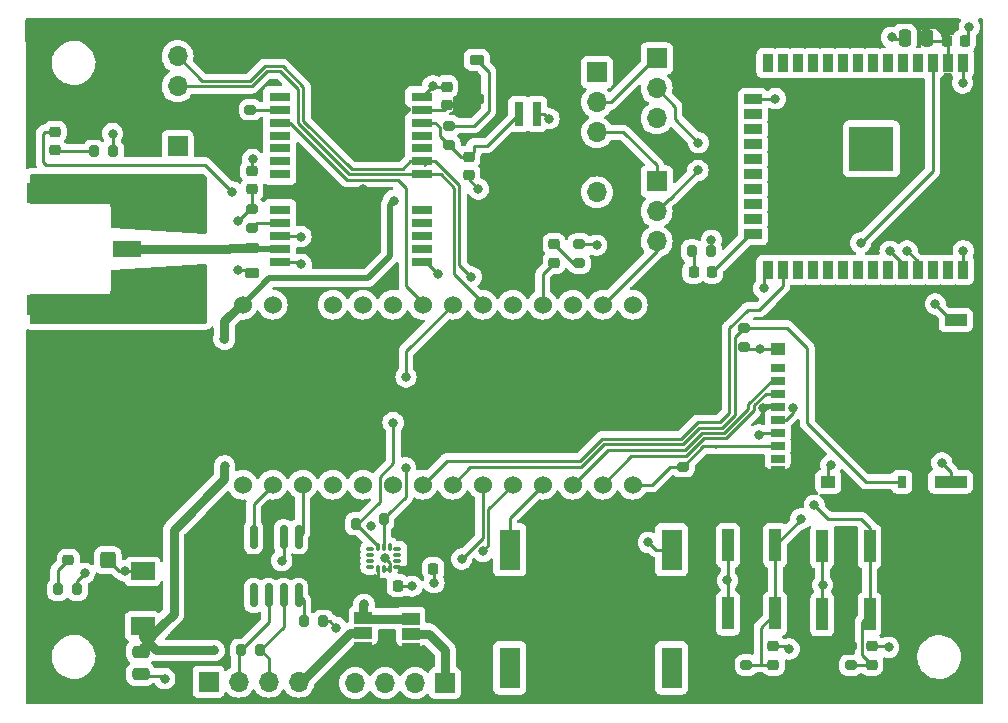
<source format=gbr>
%TF.GenerationSoftware,KiCad,Pcbnew,7.0.2-0*%
%TF.CreationDate,2023-08-11T14:32:49-04:00*%
%TF.ProjectId,data_logger,64617461-5f6c-46f6-9767-65722e6b6963,rev?*%
%TF.SameCoordinates,Original*%
%TF.FileFunction,Copper,L1,Top*%
%TF.FilePolarity,Positive*%
%FSLAX46Y46*%
G04 Gerber Fmt 4.6, Leading zero omitted, Abs format (unit mm)*
G04 Created by KiCad (PCBNEW 7.0.2-0) date 2023-08-11 14:32:49*
%MOMM*%
%LPD*%
G01*
G04 APERTURE LIST*
G04 Aperture macros list*
%AMRoundRect*
0 Rectangle with rounded corners*
0 $1 Rounding radius*
0 $2 $3 $4 $5 $6 $7 $8 $9 X,Y pos of 4 corners*
0 Add a 4 corners polygon primitive as box body*
4,1,4,$2,$3,$4,$5,$6,$7,$8,$9,$2,$3,0*
0 Add four circle primitives for the rounded corners*
1,1,$1+$1,$2,$3*
1,1,$1+$1,$4,$5*
1,1,$1+$1,$6,$7*
1,1,$1+$1,$8,$9*
0 Add four rect primitives between the rounded corners*
20,1,$1+$1,$2,$3,$4,$5,0*
20,1,$1+$1,$4,$5,$6,$7,0*
20,1,$1+$1,$6,$7,$8,$9,0*
20,1,$1+$1,$8,$9,$2,$3,0*%
%AMFreePoly0*
4,1,5,0.881000,-3.981000,-0.881000,-3.981000,-0.881000,3.981000,0.881000,3.981000,0.881000,-3.981000,0.881000,-3.981000,$1*%
G04 Aperture macros list end*
%TA.AperFunction,ComponentPad*%
%ADD10R,1.700000X1.700000*%
%TD*%
%TA.AperFunction,ComponentPad*%
%ADD11O,1.700000X1.700000*%
%TD*%
%TA.AperFunction,SMDPad,CuDef*%
%ADD12RoundRect,0.200000X0.275000X-0.200000X0.275000X0.200000X-0.275000X0.200000X-0.275000X-0.200000X0*%
%TD*%
%TA.AperFunction,SMDPad,CuDef*%
%ADD13R,1.000000X2.750000*%
%TD*%
%TA.AperFunction,SMDPad,CuDef*%
%ADD14RoundRect,0.218750X-0.381250X0.218750X-0.381250X-0.218750X0.381250X-0.218750X0.381250X0.218750X0*%
%TD*%
%TA.AperFunction,SMDPad,CuDef*%
%ADD15RoundRect,0.250000X-0.475000X0.250000X-0.475000X-0.250000X0.475000X-0.250000X0.475000X0.250000X0*%
%TD*%
%TA.AperFunction,SMDPad,CuDef*%
%ADD16RoundRect,0.200000X-0.275000X0.200000X-0.275000X-0.200000X0.275000X-0.200000X0.275000X0.200000X0*%
%TD*%
%TA.AperFunction,SMDPad,CuDef*%
%ADD17RoundRect,0.218750X-0.256250X0.218750X-0.256250X-0.218750X0.256250X-0.218750X0.256250X0.218750X0*%
%TD*%
%TA.AperFunction,SMDPad,CuDef*%
%ADD18RoundRect,0.225000X-0.225000X-0.250000X0.225000X-0.250000X0.225000X0.250000X-0.225000X0.250000X0*%
%TD*%
%TA.AperFunction,SMDPad,CuDef*%
%ADD19RoundRect,0.150000X-0.150000X0.825000X-0.150000X-0.825000X0.150000X-0.825000X0.150000X0.825000X0*%
%TD*%
%TA.AperFunction,SMDPad,CuDef*%
%ADD20RoundRect,0.225000X-0.250000X0.225000X-0.250000X-0.225000X0.250000X-0.225000X0.250000X0.225000X0*%
%TD*%
%TA.AperFunction,SMDPad,CuDef*%
%ADD21R,1.800000X3.500000*%
%TD*%
%TA.AperFunction,SMDPad,CuDef*%
%ADD22R,0.900000X1.500000*%
%TD*%
%TA.AperFunction,SMDPad,CuDef*%
%ADD23R,1.500000X0.900000*%
%TD*%
%TA.AperFunction,SMDPad,CuDef*%
%ADD24R,0.900000X0.900000*%
%TD*%
%TA.AperFunction,HeatsinkPad*%
%ADD25C,0.600000*%
%TD*%
%TA.AperFunction,SMDPad,CuDef*%
%ADD26R,3.800000X3.800000*%
%TD*%
%TA.AperFunction,SMDPad,CuDef*%
%ADD27R,0.800000X2.000000*%
%TD*%
%TA.AperFunction,SMDPad,CuDef*%
%ADD28RoundRect,0.250000X0.425000X-0.450000X0.425000X0.450000X-0.425000X0.450000X-0.425000X-0.450000X0*%
%TD*%
%TA.AperFunction,SMDPad,CuDef*%
%ADD29RoundRect,0.218750X0.256250X-0.218750X0.256250X0.218750X-0.256250X0.218750X-0.256250X-0.218750X0*%
%TD*%
%TA.AperFunction,SMDPad,CuDef*%
%ADD30RoundRect,0.225000X-0.375000X0.225000X-0.375000X-0.225000X0.375000X-0.225000X0.375000X0.225000X0*%
%TD*%
%TA.AperFunction,SMDPad,CuDef*%
%ADD31R,2.000000X1.500000*%
%TD*%
%TA.AperFunction,SMDPad,CuDef*%
%ADD32R,2.000000X3.800000*%
%TD*%
%TA.AperFunction,SMDPad,CuDef*%
%ADD33R,1.500000X1.000000*%
%TD*%
%TA.AperFunction,SMDPad,CuDef*%
%ADD34RoundRect,0.200000X-0.200000X-0.275000X0.200000X-0.275000X0.200000X0.275000X-0.200000X0.275000X0*%
%TD*%
%TA.AperFunction,ComponentPad*%
%ADD35C,1.530000*%
%TD*%
%TA.AperFunction,SMDPad,CuDef*%
%ADD36R,1.200000X0.800000*%
%TD*%
%TA.AperFunction,SMDPad,CuDef*%
%ADD37R,1.200000X0.700000*%
%TD*%
%TA.AperFunction,SMDPad,CuDef*%
%ADD38R,1.200000X1.000000*%
%TD*%
%TA.AperFunction,SMDPad,CuDef*%
%ADD39R,0.800000X1.000000*%
%TD*%
%TA.AperFunction,SMDPad,CuDef*%
%ADD40R,2.800000X1.000000*%
%TD*%
%TA.AperFunction,SMDPad,CuDef*%
%ADD41R,1.900000X1.000000*%
%TD*%
%TA.AperFunction,SMDPad,CuDef*%
%ADD42RoundRect,0.225000X0.250000X-0.225000X0.250000X0.225000X-0.250000X0.225000X-0.250000X-0.225000X0*%
%TD*%
%TA.AperFunction,SMDPad,CuDef*%
%ADD43RoundRect,0.200000X0.200000X0.275000X-0.200000X0.275000X-0.200000X-0.275000X0.200000X-0.275000X0*%
%TD*%
%TA.AperFunction,SMDPad,CuDef*%
%ADD44RoundRect,0.087500X-0.225000X-0.087500X0.225000X-0.087500X0.225000X0.087500X-0.225000X0.087500X0*%
%TD*%
%TA.AperFunction,SMDPad,CuDef*%
%ADD45RoundRect,0.087500X-0.087500X-0.225000X0.087500X-0.225000X0.087500X0.225000X-0.087500X0.225000X0*%
%TD*%
%TA.AperFunction,SMDPad,CuDef*%
%ADD46FreePoly0,270.000000*%
%TD*%
%TA.AperFunction,SMDPad,CuDef*%
%ADD47R,2.481000X1.462000*%
%TD*%
%TA.AperFunction,SMDPad,CuDef*%
%ADD48RoundRect,0.250000X-0.250000X-0.475000X0.250000X-0.475000X0.250000X0.475000X-0.250000X0.475000X0*%
%TD*%
%TA.AperFunction,SMDPad,CuDef*%
%ADD49R,1.800000X0.800000*%
%TD*%
%TA.AperFunction,SMDPad,CuDef*%
%ADD50RoundRect,0.218750X-0.218750X-0.256250X0.218750X-0.256250X0.218750X0.256250X-0.218750X0.256250X0*%
%TD*%
%TA.AperFunction,ViaPad*%
%ADD51C,0.800000*%
%TD*%
%TA.AperFunction,Conductor*%
%ADD52C,0.250000*%
%TD*%
%TA.AperFunction,Conductor*%
%ADD53C,0.800000*%
%TD*%
%TA.AperFunction,Conductor*%
%ADD54C,0.500000*%
%TD*%
G04 APERTURE END LIST*
D10*
%TO.P,J3,1,Pin_1*%
%TO.N,ESP_RX_OUT*%
X70358600Y-28624400D03*
D11*
%TO.P,J3,2,Pin_2*%
%TO.N,U0RXD*%
X70358600Y-31164400D03*
%TO.P,J3,3,Pin_3*%
%TO.N,ESP_RX*%
X70358600Y-33704400D03*
%TD*%
D12*
%TO.P,R3,1*%
%TO.N,BACKUP*%
X52781800Y-25563200D03*
%TO.P,R3,2*%
%TO.N,Net-(D2-K)*%
X52781800Y-23913200D03*
%TD*%
D13*
%TO.P,S2,1,1*%
%TO.N,GND*%
X76398200Y-65202200D03*
X76398200Y-59442200D03*
%TO.P,S2,2,2*%
%TO.N,IO0*%
X80398200Y-65202200D03*
X80398200Y-59442200D03*
%TD*%
D14*
%TO.P,L1,1,1*%
%TO.N,/RF*%
X36081200Y-34281400D03*
%TO.P,L1,2,2*%
%TO.N,Net-(C2-Pad2)*%
X36081200Y-36406400D03*
%TD*%
D12*
%TO.P,R10,1*%
%TO.N,ESP_EN*%
X86792400Y-69582400D03*
%TO.P,R10,2*%
%TO.N,+3.3V*%
X86792400Y-67932400D03*
%TD*%
D15*
%TO.P,C4,1*%
%TO.N,+5V*%
X26670600Y-68441400D03*
%TO.P,C4,2*%
%TO.N,GND*%
X26670600Y-70341400D03*
%TD*%
D16*
%TO.P,R7,1*%
%TO.N,Net-(U3-D_SEL)*%
X35967000Y-22541600D03*
%TO.P,R7,2*%
%TO.N,+3.3V*%
X35967000Y-24191600D03*
%TD*%
D17*
%TO.P,D3,1,K*%
%TO.N,Net-(D3-K)*%
X61671800Y-33932800D03*
%TO.P,D3,2,A*%
%TO.N,LED2*%
X61671800Y-35507800D03*
%TD*%
D10*
%TO.P,J5,1,Pin_1*%
%TO.N,GND*%
X65300000Y-19390000D03*
D11*
%TO.P,J5,2,Pin_2*%
%TO.N,ESP_TX_OUT*%
X65300000Y-21930000D03*
%TO.P,J5,3,Pin_3*%
%TO.N,ESP_RX_OUT*%
X65300000Y-24470000D03*
%TO.P,J5,4,Pin_4*%
%TO.N,+3.3V*%
X65300000Y-27010000D03*
%TO.P,J5,5,Pin_5*%
%TO.N,+5V*%
X65300000Y-29550000D03*
%TD*%
D12*
%TO.P,R11,1*%
%TO.N,IO0*%
X77953200Y-69570200D03*
%TO.P,R11,2*%
%TO.N,+3.3V*%
X77953200Y-67920200D03*
%TD*%
D18*
%TO.P,C7,1*%
%TO.N,+3.3V*%
X94907400Y-16711800D03*
%TO.P,C7,2*%
%TO.N,GND*%
X96457400Y-16711800D03*
%TD*%
D19*
%TO.P,U1,1,D*%
%TO.N,CAN_TX*%
X40038600Y-58725400D03*
%TO.P,U1,2,GND*%
%TO.N,GND*%
X38768600Y-58725400D03*
%TO.P,U1,3,VCC*%
%TO.N,+3.3V*%
X37498600Y-58725400D03*
%TO.P,U1,4,R*%
%TO.N,CAN_RX*%
X36228600Y-58725400D03*
%TO.P,U1,5,Vref*%
%TO.N,unconnected-(U1-Vref-Pad5)*%
X36228600Y-63675400D03*
%TO.P,U1,6,CANL*%
%TO.N,CAN_LO*%
X37498600Y-63675400D03*
%TO.P,U1,7,CANH*%
%TO.N,CAN_HI*%
X38768600Y-63675400D03*
%TO.P,U1,8,Rs*%
%TO.N,Net-(U1-Rs)*%
X40038600Y-63675400D03*
%TD*%
D20*
%TO.P,C13,1*%
%TO.N,GND*%
X80239200Y-67983200D03*
%TO.P,C13,2*%
%TO.N,IO0*%
X80239200Y-69533200D03*
%TD*%
D21*
%TO.P,LS1,1,1*%
%TO.N,GND*%
X71620600Y-59819400D03*
%TO.P,LS1,2,2*%
%TO.N,SPK*%
X57920600Y-59819400D03*
%TO.P,LS1,3*%
%TO.N,N/C*%
X57920600Y-69819400D03*
%TO.P,LS1,4*%
X71620600Y-69819400D03*
%TD*%
D22*
%TO.P,U7,1,GND*%
%TO.N,GND*%
X96266600Y-18616800D03*
%TO.P,U7,2,VDD*%
%TO.N,+3.3V*%
X94996600Y-18616800D03*
%TO.P,U7,3,EN*%
%TO.N,ESP_EN*%
X93726600Y-18616800D03*
%TO.P,U7,4,SENSOR_VP*%
%TO.N,unconnected-(U7-SENSOR_VP-Pad4)*%
X92456600Y-18616800D03*
%TO.P,U7,5,SENSOR_VN*%
%TO.N,unconnected-(U7-SENSOR_VN-Pad5)*%
X91186600Y-18616800D03*
%TO.P,U7,6,IO34*%
%TO.N,unconnected-(U7-IO34-Pad6)*%
X89916600Y-18616800D03*
%TO.P,U7,7,IO35*%
%TO.N,unconnected-(U7-IO35-Pad7)*%
X88646600Y-18616800D03*
%TO.P,U7,8,IO32*%
%TO.N,unconnected-(U7-IO32-Pad8)*%
X87376600Y-18616800D03*
%TO.P,U7,9,IO33*%
%TO.N,unconnected-(U7-IO33-Pad9)*%
X86106600Y-18616800D03*
%TO.P,U7,10,IO25*%
%TO.N,unconnected-(U7-IO25-Pad10)*%
X84836600Y-18616800D03*
%TO.P,U7,11,IO26*%
%TO.N,unconnected-(U7-IO26-Pad11)*%
X83566600Y-18616800D03*
%TO.P,U7,12,IO27*%
%TO.N,unconnected-(U7-IO27-Pad12)*%
X82296600Y-18616800D03*
%TO.P,U7,13,IO14*%
%TO.N,unconnected-(U7-IO14-Pad13)*%
X81026600Y-18616800D03*
%TO.P,U7,14,IO12*%
%TO.N,unconnected-(U7-IO12-Pad14)*%
X79756600Y-18616800D03*
D23*
%TO.P,U7,15,GND*%
%TO.N,GND*%
X78506600Y-21656800D03*
%TO.P,U7,16,IO13*%
%TO.N,unconnected-(U7-IO13-Pad16)*%
X78506600Y-22926800D03*
%TO.P,U7,17,SHD/SD2*%
%TO.N,unconnected-(U7-SHD{slash}SD2-Pad17)*%
X78506600Y-24196800D03*
%TO.P,U7,18,SWP/SD3*%
%TO.N,unconnected-(U7-SWP{slash}SD3-Pad18)*%
X78506600Y-25466800D03*
%TO.P,U7,19,SCS/CMD*%
%TO.N,unconnected-(U7-SCS{slash}CMD-Pad19)*%
X78506600Y-26736800D03*
%TO.P,U7,20,SCK/CLK*%
%TO.N,unconnected-(U7-SCK{slash}CLK-Pad20)*%
X78506600Y-28006800D03*
%TO.P,U7,21,SDO/SD0*%
%TO.N,unconnected-(U7-SDO{slash}SD0-Pad21)*%
X78506600Y-29276800D03*
%TO.P,U7,22,SDI/SD1*%
%TO.N,unconnected-(U7-SDI{slash}SD1-Pad22)*%
X78506600Y-30546800D03*
%TO.P,U7,23,IO15*%
%TO.N,unconnected-(U7-IO15-Pad23)*%
X78506600Y-31816800D03*
%TO.P,U7,24,IO2*%
%TO.N,Net-(D5-A)*%
X78506600Y-33086800D03*
D22*
%TO.P,U7,25,IO0*%
%TO.N,IO0*%
X79756600Y-36116800D03*
%TO.P,U7,26,IO4*%
%TO.N,ESP_IO*%
X81026600Y-36116800D03*
%TO.P,U7,27,IO16*%
%TO.N,unconnected-(U7-IO16-Pad27)*%
X82296600Y-36116800D03*
%TO.P,U7,28,IO17*%
%TO.N,unconnected-(U7-IO17-Pad28)*%
X83566600Y-36116800D03*
%TO.P,U7,29,IO5*%
%TO.N,unconnected-(U7-IO5-Pad29)*%
X84836600Y-36116800D03*
%TO.P,U7,30,IO18*%
%TO.N,unconnected-(U7-IO18-Pad30)*%
X86106600Y-36116800D03*
%TO.P,U7,31,IO19*%
%TO.N,unconnected-(U7-IO19-Pad31)*%
X87376600Y-36116800D03*
%TO.P,U7,32,NC*%
%TO.N,unconnected-(U7-NC-Pad32)*%
X88646600Y-36116800D03*
%TO.P,U7,33,IO21*%
%TO.N,unconnected-(U7-IO21-Pad33)*%
X89916600Y-36116800D03*
%TO.P,U7,34,RXD0/IO3*%
%TO.N,U0RXD*%
X91186600Y-36116800D03*
%TO.P,U7,35,TXD0/IO1*%
%TO.N,U0TXD*%
X92456600Y-36116800D03*
%TO.P,U7,36,IO22*%
%TO.N,unconnected-(U7-IO22-Pad36)*%
X93726600Y-36116800D03*
%TO.P,U7,37,IO23*%
%TO.N,unconnected-(U7-IO23-Pad37)*%
X94996600Y-36116800D03*
%TO.P,U7,38,GND*%
%TO.N,GND*%
X96266600Y-36116800D03*
D24*
%TO.P,U7,39,GND*%
X89946600Y-24466800D03*
D25*
X89246600Y-24466800D03*
D24*
X88546600Y-24466800D03*
D25*
X87846600Y-24466800D03*
D24*
X87146600Y-24466800D03*
D25*
X89946600Y-25166800D03*
X88546600Y-25166800D03*
X87146600Y-25166800D03*
X89246600Y-25841800D03*
X87846600Y-25841800D03*
D24*
X89946600Y-25866800D03*
X88546600Y-25866800D03*
D26*
X88546600Y-25866800D03*
D24*
X87146600Y-25866800D03*
D25*
X89946600Y-26566800D03*
X88546600Y-26566800D03*
X87146600Y-26566800D03*
D24*
X89946600Y-27266800D03*
D25*
X89246600Y-27266800D03*
D24*
X88546600Y-27266800D03*
D25*
X87846600Y-27266800D03*
D24*
X87146600Y-27266800D03*
%TD*%
D27*
%TO.P,BT1,1,+*%
%TO.N,BACKUP*%
X58698600Y-22909400D03*
%TO.P,BT1,2,-*%
%TO.N,GND*%
X60198600Y-22909400D03*
%TD*%
D28*
%TO.P,C10,1*%
%TO.N,+3.3V*%
X23876600Y-63375400D03*
%TO.P,C10,2*%
%TO.N,GND*%
X23876600Y-60675400D03*
%TD*%
D29*
%TO.P,D1,1,K*%
%TO.N,Net-(D1-K)*%
X19425000Y-26000000D03*
%TO.P,D1,2,A*%
%TO.N,LED1*%
X19425000Y-24425000D03*
%TD*%
D10*
%TO.P,J6,1,Pin_1*%
%TO.N,GND*%
X29800000Y-25650000D03*
D11*
%TO.P,J6,2,Pin_2*%
%TO.N,+3.3V*%
X29800000Y-23110000D03*
%TO.P,J6,3,Pin_3*%
%TO.N,SDA*%
X29800000Y-20570000D03*
%TO.P,J6,4,Pin_4*%
%TO.N,SCL*%
X29800000Y-18030000D03*
%TD*%
D30*
%TO.P,D2,1,K*%
%TO.N,Net-(D2-K)*%
X55118600Y-18339400D03*
%TO.P,D2,2,A*%
%TO.N,+3.3V*%
X55118600Y-21639400D03*
%TD*%
D13*
%TO.P,S1,1,1*%
%TO.N,GND*%
X84380400Y-65278400D03*
X84380400Y-59518400D03*
%TO.P,S1,2,2*%
%TO.N,ESP_EN*%
X88380400Y-65278400D03*
X88380400Y-59518400D03*
%TD*%
D16*
%TO.P,R13,1*%
%TO.N,MISO*%
X72593800Y-52779800D03*
%TO.P,R13,2*%
%TO.N,+3.3V*%
X72593800Y-54429800D03*
%TD*%
D31*
%TO.P,U4,1,GND*%
%TO.N,GND*%
X26830600Y-61647400D03*
%TO.P,U4,2,VO*%
%TO.N,+3.3V*%
X26830600Y-63947400D03*
D32*
X33130600Y-63947400D03*
D31*
%TO.P,U4,3,VI*%
%TO.N,+5V*%
X26830600Y-66247400D03*
%TD*%
D33*
%TO.P,JP1,1,A*%
%TO.N,+5V*%
X49528300Y-65635800D03*
%TO.P,JP1,2,C*%
%TO.N,Net-(J1-Pin_1)*%
X49528300Y-66935800D03*
%TO.P,JP1,3,B*%
%TO.N,+3.3V*%
X49528300Y-68235800D03*
%TD*%
D34*
%TO.P,R2,1*%
%TO.N,Net-(U1-Rs)*%
X40470400Y-65869000D03*
%TO.P,R2,2*%
%TO.N,GND*%
X42120400Y-65869000D03*
%TD*%
D10*
%TO.P,J1,1,Pin_1*%
%TO.N,Net-(J1-Pin_1)*%
X52451600Y-71106400D03*
D11*
%TO.P,J1,2,Pin_2*%
%TO.N,RX2*%
X49911600Y-71106400D03*
%TO.P,J1,3,Pin_3*%
%TO.N,TX2*%
X47371600Y-71106400D03*
%TO.P,J1,4,Pin_4*%
%TO.N,GND*%
X44831600Y-71106400D03*
%TD*%
D12*
%TO.P,R6,1*%
%TO.N,Net-(U3-VCC_RF)*%
X36081200Y-32606400D03*
%TO.P,R6,2*%
%TO.N,Net-(C2-Pad2)*%
X36081200Y-30956400D03*
%TD*%
D20*
%TO.P,C12,1*%
%TO.N,GND*%
X88570400Y-67982400D03*
%TO.P,C12,2*%
%TO.N,ESP_EN*%
X88570400Y-69532400D03*
%TD*%
D34*
%TO.P,R8,1*%
%TO.N,+3.3V*%
X43252200Y-57614000D03*
%TO.P,R8,2*%
%TO.N,SDA*%
X44902200Y-57614000D03*
%TD*%
D35*
%TO.P,U6,0,0*%
%TO.N,CAN_RX*%
X37846600Y-54303800D03*
%TO.P,U6,1,1*%
%TO.N,CAN_TX*%
X40386600Y-54303800D03*
%TO.P,U6,2,2*%
%TO.N,unconnected-(U6-Pad2)*%
X42926600Y-54303800D03*
%TO.P,U6,3,3*%
%TO.N,unconnected-(U6-Pad3)*%
X45466600Y-54303800D03*
%TO.P,U6,3.3V_2,3.3V_2*%
%TO.N,+3.3V*%
X40386600Y-39063800D03*
%TO.P,U6,4,4*%
%TO.N,unconnected-(U6-Pad4)*%
X48006600Y-54303800D03*
%TO.P,U6,5,5*%
%TO.N,ESP_IO*%
X50546600Y-54303800D03*
%TO.P,U6,6,6*%
%TO.N,SD_DET*%
X53086600Y-54303800D03*
%TO.P,U6,7,7*%
%TO.N,RX2*%
X55626600Y-54303800D03*
%TO.P,U6,8,8*%
%TO.N,TX2*%
X58166600Y-54303800D03*
%TO.P,U6,9,9*%
%TO.N,SPK*%
X60706600Y-54303800D03*
%TO.P,U6,10,10*%
%TO.N,CS*%
X63246600Y-54303800D03*
%TO.P,U6,11,11*%
%TO.N,MOSI*%
X65786600Y-54303800D03*
%TO.P,U6,12,12*%
%TO.N,MISO*%
X68326600Y-54303800D03*
%TO.P,U6,13,13*%
%TO.N,CLK*%
X68326600Y-39063800D03*
%TO.P,U6,14,14*%
%TO.N,ESP_RX*%
X65786600Y-39063800D03*
%TO.P,U6,15,15*%
%TO.N,ESP_TX*%
X63246600Y-39063800D03*
%TO.P,U6,16,16*%
%TO.N,LED2*%
X60706600Y-39063800D03*
%TO.P,U6,17,17*%
%TO.N,unconnected-(U6-Pad17)*%
X58166600Y-39063800D03*
%TO.P,U6,18,18*%
%TO.N,SDA*%
X55626600Y-39063800D03*
%TO.P,U6,19,19*%
%TO.N,SCL*%
X53086600Y-39063800D03*
%TO.P,U6,20,20*%
%TO.N,PPS*%
X50546600Y-39063800D03*
%TO.P,U6,21,21*%
%TO.N,unconnected-(U6-Pad21)*%
X48006600Y-39063800D03*
%TO.P,U6,22,22*%
%TO.N,unconnected-(U6-Pad22)*%
X45466600Y-39063800D03*
%TO.P,U6,23,23*%
%TO.N,LED1*%
X42926600Y-39063800D03*
%TO.P,U6,G1,G1*%
%TO.N,GND*%
X35306600Y-54303800D03*
%TO.P,U6,G3,G3*%
X37846600Y-39063800D03*
%TO.P,U6,VIN,VIN*%
%TO.N,+5V*%
X35306600Y-39063800D03*
%TD*%
D36*
%TO.P,J7,1,DAT2*%
%TO.N,unconnected-(J7-DAT2-Pad1)*%
X80596500Y-44400000D03*
%TO.P,J7,2,DAT3/CD*%
%TO.N,CS*%
X80596500Y-45500000D03*
%TO.P,J7,3,CMD*%
%TO.N,MOSI*%
X80596500Y-46600000D03*
%TO.P,J7,4,VDD*%
%TO.N,+3.3V*%
X80596500Y-47700000D03*
%TO.P,J7,5,CLK*%
%TO.N,CLK*%
X80596500Y-48800000D03*
%TO.P,J7,6,VSS*%
%TO.N,GND*%
X80596500Y-49900000D03*
%TO.P,J7,7,DAT0*%
%TO.N,MISO*%
X80596500Y-51010000D03*
D37*
%TO.P,J7,8,DAT1*%
%TO.N,unconnected-(J7-DAT1-Pad8)*%
X80596500Y-52100000D03*
%TO.P,J7,9,SW1*%
%TO.N,+3.3V*%
X80596500Y-53050000D03*
D38*
%TO.P,J7,10,GND*%
%TO.N,GND*%
X84896500Y-54050000D03*
D39*
%TO.P,J7,11,SW2*%
%TO.N,SD_DET*%
X91096500Y-54050000D03*
D40*
%TO.P,J7,12,GND*%
%TO.N,GND*%
X95246500Y-54050000D03*
D41*
%TO.P,J7,13,GND*%
X95696500Y-40350000D03*
D38*
%TO.P,J7,14,GND*%
X80596500Y-42850000D03*
%TD*%
D42*
%TO.P,C1,1*%
%TO.N,GND*%
X54458200Y-28104000D03*
%TO.P,C1,2*%
%TO.N,BACKUP*%
X54458200Y-26554000D03*
%TD*%
D16*
%TO.P,R4,1*%
%TO.N,GND*%
X63805400Y-33908600D03*
%TO.P,R4,2*%
%TO.N,Net-(D3-K)*%
X63805400Y-35558600D03*
%TD*%
D20*
%TO.P,C2,1*%
%TO.N,GND*%
X36081200Y-27754400D03*
%TO.P,C2,2*%
%TO.N,Net-(C2-Pad2)*%
X36081200Y-29304400D03*
%TD*%
D43*
%TO.P,R1,1*%
%TO.N,GND*%
X24355000Y-26055000D03*
%TO.P,R1,2*%
%TO.N,Net-(D1-K)*%
X22705000Y-26055000D03*
%TD*%
D29*
%TO.P,D4,1,K*%
%TO.N,Net-(D4-K)*%
X20550000Y-60662500D03*
%TO.P,D4,2,A*%
%TO.N,+3.3V*%
X20550000Y-59087500D03*
%TD*%
D12*
%TO.P,R14,1*%
%TO.N,GND*%
X77750000Y-42675000D03*
%TO.P,R14,2*%
%TO.N,SD_DET*%
X77750000Y-41025000D03*
%TD*%
D43*
%TO.P,R9,1*%
%TO.N,+3.3V*%
X48902200Y-57207600D03*
%TO.P,R9,2*%
%TO.N,SCL*%
X47252200Y-57207600D03*
%TD*%
D44*
%TO.P,U2,1,SDO/SA0*%
%TO.N,unconnected-(U2-SDO{slash}SA0-Pad1)*%
X46087500Y-59737500D03*
%TO.P,U2,2,SDX*%
%TO.N,unconnected-(U2-SDX-Pad2)*%
X46087500Y-60237500D03*
%TO.P,U2,3,SCX*%
%TO.N,unconnected-(U2-SCX-Pad3)*%
X46087500Y-60737500D03*
%TO.P,U2,4,INT1*%
%TO.N,unconnected-(U2-INT1-Pad4)*%
X46087500Y-61237500D03*
D45*
%TO.P,U2,5,VDDIO*%
%TO.N,+3.3V*%
X46750000Y-61400000D03*
%TO.P,U2,6,GND*%
%TO.N,GND*%
X47250000Y-61400000D03*
%TO.P,U2,7,GND*%
X47750000Y-61400000D03*
D44*
%TO.P,U2,8,VDD*%
%TO.N,+3.3V*%
X48412500Y-61237500D03*
%TO.P,U2,9,INT2*%
%TO.N,unconnected-(U2-INT2-Pad9)*%
X48412500Y-60737500D03*
%TO.P,U2,10,NC*%
%TO.N,unconnected-(U2-NC-Pad10)*%
X48412500Y-60237500D03*
%TO.P,U2,11,NC*%
%TO.N,unconnected-(U2-NC-Pad11)*%
X48412500Y-59737500D03*
D45*
%TO.P,U2,12,CS*%
%TO.N,unconnected-(U2-CS-Pad12)*%
X47750000Y-59575000D03*
%TO.P,U2,13,SCL*%
%TO.N,SCL*%
X47250000Y-59575000D03*
%TO.P,U2,14,SDA*%
%TO.N,SDA*%
X46750000Y-59575000D03*
%TD*%
D43*
%TO.P,R12,1*%
%TO.N,GND*%
X74968200Y-34517200D03*
%TO.P,R12,2*%
%TO.N,Net-(D5-K)*%
X73318200Y-34517200D03*
%TD*%
%TO.P,R15,1*%
%TO.N,GND*%
X21300000Y-63175000D03*
%TO.P,R15,2*%
%TO.N,Net-(D4-K)*%
X19650000Y-63175000D03*
%TD*%
D20*
%TO.P,C3,1*%
%TO.N,GND*%
X52578600Y-20597400D03*
%TO.P,C3,2*%
%TO.N,+3.3V*%
X52578600Y-22147400D03*
%TD*%
D46*
%TO.P,ANT1,1*%
%TO.N,GND*%
X21020000Y-39100000D03*
%TO.P,ANT1,2*%
X21020000Y-29600000D03*
D47*
%TO.P,ANT1,3*%
%TO.N,/RF*%
X25479500Y-34350000D03*
%TD*%
D48*
%TO.P,C8,1*%
%TO.N,GND*%
X91379600Y-16483200D03*
%TO.P,C8,2*%
%TO.N,+3.3V*%
X93279600Y-16483200D03*
%TD*%
D34*
%TO.P,R5,1*%
%TO.N,CAN_LO*%
X35149600Y-68312400D03*
%TO.P,R5,2*%
%TO.N,CAN_HI*%
X36799600Y-68312400D03*
%TD*%
D33*
%TO.P,JP2,1,A*%
%TO.N,+5V*%
X45525000Y-65564200D03*
%TO.P,JP2,2,C*%
%TO.N,Net-(J2-Pin_4)*%
X45525000Y-66864200D03*
%TO.P,JP2,3,B*%
%TO.N,+3.3V*%
X45525000Y-68164200D03*
%TD*%
D10*
%TO.P,J2,1,Pin_1*%
%TO.N,GND*%
X32418600Y-70979400D03*
D11*
%TO.P,J2,2,Pin_2*%
%TO.N,CAN_LO*%
X34958600Y-70979400D03*
%TO.P,J2,3,Pin_3*%
%TO.N,CAN_HI*%
X37498600Y-70979400D03*
%TO.P,J2,4,Pin_4*%
%TO.N,Net-(J2-Pin_4)*%
X40038600Y-70979400D03*
%TD*%
D49*
%TO.P,U3,1,~{SAFEBOOT}*%
%TO.N,unconnected-(U3-~{SAFEBOOT}-Pad1)*%
X38456200Y-21439400D03*
%TO.P,U3,2,D_SEL*%
%TO.N,Net-(U3-D_SEL)*%
X38456200Y-22539400D03*
%TO.P,U3,3,TIMEPULSE*%
%TO.N,PPS*%
X38456200Y-23639400D03*
%TO.P,U3,4,EXTINT*%
%TO.N,unconnected-(U3-EXTINT-Pad4)*%
X38456200Y-24739400D03*
%TO.P,U3,5,USB_D-*%
%TO.N,unconnected-(U3-USB_D--Pad5)*%
X38456200Y-25839400D03*
%TO.P,U3,6,USB_D+*%
%TO.N,unconnected-(U3-USB_D+-Pad6)*%
X38456200Y-26939400D03*
%TO.P,U3,7,VDD_USB*%
%TO.N,unconnected-(U3-VDD_USB-Pad7)*%
X38456200Y-28039400D03*
%TO.P,U3,8,~{RESET}*%
%TO.N,unconnected-(U3-~{RESET}-Pad8)*%
X38456200Y-31039400D03*
%TO.P,U3,9,VCC_RF*%
%TO.N,Net-(U3-VCC_RF)*%
X38456200Y-32139400D03*
%TO.P,U3,10,GND*%
%TO.N,GND*%
X38456200Y-33239400D03*
%TO.P,U3,11,RF_IN*%
%TO.N,/RF*%
X38456200Y-34339400D03*
%TO.P,U3,12,GND*%
%TO.N,GND*%
X38456200Y-35439400D03*
%TO.P,U3,13,GND*%
X50456200Y-35439400D03*
%TO.P,U3,14,LNA_EN*%
%TO.N,unconnected-(U3-LNA_EN-Pad14)*%
X50456200Y-34339400D03*
%TO.P,U3,15,RESERVED*%
%TO.N,unconnected-(U3-RESERVED-Pad15)*%
X50456200Y-33239400D03*
%TO.P,U3,16,RESERVED*%
%TO.N,unconnected-(U3-RESERVED-Pad16)*%
X50456200Y-32139400D03*
%TO.P,U3,17,RESERVED*%
%TO.N,unconnected-(U3-RESERVED-Pad17)*%
X50456200Y-31039400D03*
%TO.P,U3,18,SDA/~{SPI_CS}*%
%TO.N,SDA*%
X50456200Y-28039400D03*
%TO.P,U3,19,SCL/SPI_CLK*%
%TO.N,SCL*%
X50456200Y-26939400D03*
%TO.P,U3,20,TXD/SPI_MISO*%
%TO.N,unconnected-(U3-TXD{slash}SPI_MISO-Pad20)*%
X50456200Y-25839400D03*
%TO.P,U3,21,RXD/SPI_MOSI*%
%TO.N,unconnected-(U3-RXD{slash}SPI_MOSI-Pad21)*%
X50456200Y-24739400D03*
%TO.P,U3,22,V_BCKP*%
%TO.N,BACKUP*%
X50456200Y-23639400D03*
%TO.P,U3,23,VCC*%
%TO.N,+3.3V*%
X50456200Y-22539400D03*
%TO.P,U3,24,GND*%
%TO.N,GND*%
X50456200Y-21439400D03*
%TD*%
D18*
%TO.P,C14,1*%
%TO.N,+3.3V*%
X46900000Y-62850000D03*
%TO.P,C14,2*%
%TO.N,GND*%
X48450000Y-62850000D03*
%TD*%
%TO.P,C11,1*%
%TO.N,+3.3V*%
X49875000Y-61400000D03*
%TO.P,C11,2*%
%TO.N,GND*%
X51425000Y-61400000D03*
%TD*%
D50*
%TO.P,D5,1,K*%
%TO.N,Net-(D5-K)*%
X73482700Y-36295200D03*
%TO.P,D5,2,A*%
%TO.N,Net-(D5-A)*%
X75057700Y-36295200D03*
%TD*%
D10*
%TO.P,J4,1,Pin_1*%
%TO.N,ESP_TX_OUT*%
X70358600Y-18210400D03*
D11*
%TO.P,J4,2,Pin_2*%
%TO.N,U0TXD*%
X70358600Y-20750400D03*
%TO.P,J4,3,Pin_3*%
%TO.N,ESP_TX*%
X70358600Y-23290400D03*
%TD*%
D51*
%TO.N,GND*%
X51500000Y-62600000D03*
X65278600Y-34034600D03*
X96266600Y-20293200D03*
X49650000Y-62900000D03*
X17780600Y-40181400D03*
X31750600Y-40181400D03*
X79000000Y-50100000D03*
X93950000Y-39000000D03*
X24638600Y-38149400D03*
X36144800Y-26770200D03*
X81585400Y-68205800D03*
X51850000Y-36450000D03*
X51410200Y-20521800D03*
X24638600Y-30529400D03*
X84404800Y-62795600D03*
X21925000Y-61800000D03*
X96825400Y-15568800D03*
X69667800Y-59185600D03*
X24638600Y-36625400D03*
X94500000Y-52450000D03*
X40234200Y-33298000D03*
X38616200Y-60738200D03*
X61240000Y-23315800D03*
X40285000Y-35660200D03*
X24638600Y-32053400D03*
X28710200Y-70720400D03*
X96317400Y-34491800D03*
X79150000Y-42850000D03*
X17500000Y-38750000D03*
X90246800Y-16432400D03*
X43251200Y-66397400D03*
X75000000Y-33600000D03*
X47350000Y-60550000D03*
X31750600Y-36117400D03*
X85100000Y-52650000D03*
X80417000Y-21614000D03*
X25332000Y-61601800D03*
X31242600Y-29005400D03*
X76353000Y-62414600D03*
X89992800Y-68078800D03*
X46134600Y-57842600D03*
X55271000Y-29259400D03*
X17780600Y-30000000D03*
X17780600Y-28497400D03*
X31750600Y-32561400D03*
X24292000Y-24581800D03*
%TO.N,Net-(C2-Pad2)*%
X34951000Y-36142800D03*
X34925600Y-31977200D03*
%TO.N,+5V*%
X48100000Y-30250000D03*
X32901200Y-68332800D03*
X33706600Y-41959400D03*
X45600000Y-64430000D03*
X33786600Y-52699400D03*
%TO.N,+3.3V*%
X45500000Y-29300000D03*
X45500000Y-26300000D03*
X79400000Y-47850000D03*
X79325000Y-53225000D03*
%TO.N,ESP_EN*%
X87630600Y-33831400D03*
X83700000Y-56050000D03*
%TO.N,IO0*%
X79425000Y-37675000D03*
X82550600Y-57199400D03*
%TO.N,LED1*%
X34425000Y-29500000D03*
%TO.N,RX2*%
X53850000Y-60600000D03*
%TO.N,TX2*%
X55650000Y-59950000D03*
%TO.N,U0RXD*%
X73850000Y-27700000D03*
X90119800Y-34542600D03*
%TO.N,U0TXD*%
X91567600Y-34517200D03*
X73900000Y-25350000D03*
%TO.N,SDA*%
X48046600Y-49040100D03*
%TO.N,SCL*%
X54650000Y-36700000D03*
X49096600Y-52869400D03*
X49136600Y-45179400D03*
%TO.N,CLK*%
X81915600Y-47776000D03*
%TD*%
D52*
%TO.N,GND*%
X26932200Y-70466400D02*
X28456200Y-70466400D01*
X76353000Y-62414600D02*
X76398200Y-62459800D01*
X38768600Y-58725400D02*
X38768600Y-60585800D01*
X54458200Y-28446600D02*
X55271000Y-29259400D01*
X63805400Y-33908600D02*
X65152600Y-33908600D01*
X24355000Y-26055000D02*
X24355000Y-24644800D01*
X36081200Y-26833800D02*
X36144800Y-26770200D01*
X74968200Y-33631800D02*
X75000000Y-33600000D01*
X65152600Y-33908600D02*
X65278600Y-34034600D01*
X42722800Y-65869000D02*
X43251200Y-66397400D01*
X51474000Y-61431600D02*
X51474000Y-62574000D01*
X89896400Y-67982400D02*
X89992800Y-68078800D01*
X38456200Y-33239400D02*
X40175600Y-33239400D01*
X80239200Y-67983200D02*
X81362800Y-67983200D01*
X84380400Y-62771200D02*
X84404800Y-62795600D01*
X80596500Y-42850000D02*
X79150000Y-42850000D01*
X95246500Y-54050000D02*
X95246500Y-53196500D01*
X79200000Y-49900000D02*
X79000000Y-50100000D01*
X96749800Y-16762600D02*
X96749800Y-15644400D01*
X50456200Y-21439400D02*
X50492600Y-21439400D01*
X80374200Y-21656800D02*
X80417000Y-21614000D01*
X91471000Y-16534000D02*
X90348400Y-16534000D01*
X38768600Y-60585800D02*
X38616200Y-60738200D01*
X51918400Y-36381600D02*
X51850000Y-36450000D01*
X77925000Y-42850000D02*
X77750000Y-42675000D01*
X42120400Y-65869000D02*
X42722800Y-65869000D01*
X54458200Y-28104000D02*
X54458200Y-28446600D01*
X50839400Y-35439400D02*
X51850000Y-36450000D01*
X80596500Y-49900000D02*
X79200000Y-49900000D01*
X84896500Y-54050000D02*
X84896500Y-52853500D01*
X25332000Y-61601800D02*
X25286400Y-61647400D01*
X25332000Y-61601800D02*
X24803000Y-61601800D01*
X84380400Y-65278400D02*
X84380400Y-62820000D01*
X81362800Y-67983200D02*
X81585400Y-68205800D01*
X26830600Y-61647400D02*
X25377600Y-61647400D01*
X21300000Y-62425000D02*
X21925000Y-61800000D01*
X88570400Y-67982400D02*
X89896400Y-67982400D01*
X40175600Y-33239400D02*
X40234200Y-33298000D01*
X52718200Y-20655400D02*
X51543800Y-20655400D01*
X28456200Y-70466400D02*
X28710200Y-70720400D01*
X74968200Y-34517200D02*
X74968200Y-33631800D01*
X50492600Y-21439400D02*
X51410200Y-20521800D01*
X95246500Y-53196500D02*
X94500000Y-52450000D01*
X96266600Y-18616800D02*
X96266600Y-20293200D01*
X25377600Y-61647400D02*
X25332000Y-61601800D01*
X76398200Y-62369400D02*
X76353000Y-62414600D01*
X48500000Y-62900000D02*
X48450000Y-62850000D01*
X24803000Y-61601800D02*
X23876600Y-60675400D01*
X40064200Y-35439400D02*
X40285000Y-35660200D01*
X47750000Y-61400000D02*
X47750000Y-60950000D01*
X60833600Y-22909400D02*
X61240000Y-23315800D01*
X38456200Y-35439400D02*
X40064200Y-35439400D01*
X96266600Y-34542600D02*
X96317400Y-34491800D01*
X95696500Y-40350000D02*
X95300000Y-40350000D01*
X84896500Y-52853500D02*
X85100000Y-52650000D01*
X47750000Y-60950000D02*
X47350000Y-60550000D01*
X49650000Y-62900000D02*
X48500000Y-62900000D01*
X76398200Y-62459800D02*
X76398200Y-65202200D01*
X71620600Y-59819400D02*
X70301600Y-59819400D01*
X96266600Y-36116800D02*
X96266600Y-34542600D01*
X78506600Y-21656800D02*
X80374200Y-21656800D01*
X84380400Y-62820000D02*
X84404800Y-62795600D01*
X50456200Y-35439400D02*
X50839400Y-35439400D01*
X90348400Y-16534000D02*
X90246800Y-16432400D01*
X21300000Y-63175000D02*
X21300000Y-62425000D01*
X47250000Y-61400000D02*
X47750000Y-61400000D01*
X36081200Y-27754400D02*
X36081200Y-26833800D01*
X76398200Y-59442200D02*
X76398200Y-62369400D01*
X24355000Y-24644800D02*
X24292000Y-24581800D01*
X84380400Y-59518400D02*
X84380400Y-62771200D01*
X96749800Y-15644400D02*
X96825400Y-15568800D01*
X70301600Y-59819400D02*
X69667800Y-59185600D01*
X60198600Y-22909400D02*
X60833600Y-22909400D01*
X95300000Y-40350000D02*
X93950000Y-39000000D01*
X79150000Y-42850000D02*
X77925000Y-42850000D01*
X51543800Y-20655400D02*
X51410200Y-20521800D01*
D53*
%TO.N,/RF*%
X34174600Y-34339400D02*
X25146600Y-34339400D01*
X36081200Y-34281400D02*
X34232600Y-34281400D01*
X34232600Y-34281400D02*
X34174600Y-34339400D01*
D52*
X36139200Y-34339400D02*
X36081200Y-34281400D01*
D54*
X38456200Y-34339400D02*
X36139200Y-34339400D01*
D52*
%TO.N,BACKUP*%
X51981800Y-23989000D02*
X51632200Y-23639400D01*
X54458200Y-26554000D02*
X53772600Y-26554000D01*
X51981800Y-24763200D02*
X51981800Y-23989000D01*
X54864600Y-25601800D02*
X54864600Y-26147600D01*
X54864600Y-26147600D02*
X54458200Y-26554000D01*
X51632200Y-23639400D02*
X50456200Y-23639400D01*
X53772600Y-26554000D02*
X52781800Y-25563200D01*
X52781800Y-25563200D02*
X51981800Y-24763200D01*
X56006200Y-25601800D02*
X54864600Y-25601800D01*
X58698600Y-22909400D02*
X56006200Y-25601800D01*
%TO.N,Net-(C2-Pad2)*%
X36081200Y-30956400D02*
X35946400Y-30956400D01*
X36081200Y-29304400D02*
X36081200Y-30956400D01*
X35817600Y-36142800D02*
X36081200Y-36406400D01*
X35946400Y-30956400D02*
X34925600Y-31977200D01*
X34951000Y-36142800D02*
X35817600Y-36142800D01*
D53*
%TO.N,+5V*%
X33757200Y-53836600D02*
X33757200Y-52780000D01*
X33757200Y-40460800D02*
X35306600Y-38911400D01*
X29461900Y-65258100D02*
X29461900Y-58131900D01*
X45525000Y-65564200D02*
X45525000Y-64505000D01*
X26830600Y-67189800D02*
X27186200Y-67545400D01*
X45525000Y-64505000D02*
X45600000Y-64430000D01*
X33757200Y-42010000D02*
X33706600Y-41959400D01*
X26830600Y-66247400D02*
X26830600Y-67189800D01*
D54*
X47750000Y-33650000D02*
X47750000Y-30600000D01*
D53*
X26881400Y-68408400D02*
X26830600Y-68357600D01*
D52*
X26830600Y-68028000D02*
X26881400Y-68078800D01*
D53*
X33706600Y-41959400D02*
X33757200Y-41908800D01*
X27186200Y-67545400D02*
X28430600Y-66301000D01*
X27186200Y-67545400D02*
X27973600Y-68332800D01*
D54*
X45900000Y-36800000D02*
X47750000Y-34950000D01*
D53*
X45596600Y-65635800D02*
X45525000Y-65564200D01*
X29461900Y-58131900D02*
X33757200Y-53836600D01*
X26830600Y-68357600D02*
X26830600Y-68028000D01*
X28430600Y-66301000D02*
X28430600Y-66289400D01*
D54*
X47750000Y-34950000D02*
X47750000Y-33650000D01*
X37570400Y-36800000D02*
X45900000Y-36800000D01*
X35306600Y-39063800D02*
X37570400Y-36800000D01*
X47750000Y-30600000D02*
X48100000Y-30250000D01*
D53*
X49456700Y-65564200D02*
X49528300Y-65635800D01*
X27973600Y-68332800D02*
X32901200Y-68332800D01*
X49528300Y-65635800D02*
X45596600Y-65635800D01*
X28430600Y-66289400D02*
X29461900Y-65258100D01*
X33757200Y-41908800D02*
X33757200Y-40460800D01*
D52*
%TO.N,+3.3V*%
X94907400Y-16711800D02*
X93508200Y-16711800D01*
X80596500Y-47700000D02*
X79550000Y-47700000D01*
X79550000Y-47700000D02*
X79400000Y-47850000D01*
X48412500Y-61237500D02*
X49712500Y-61237500D01*
X93508200Y-16711800D02*
X93279600Y-16483200D01*
X93279600Y-15660200D02*
X93548800Y-15391000D01*
X50456200Y-22539400D02*
X52384200Y-22539400D01*
X79325000Y-53225000D02*
X80421500Y-53225000D01*
X52384200Y-22539400D02*
X52718200Y-22205400D01*
X94971200Y-16534000D02*
X95199800Y-16762600D01*
X54172600Y-22205400D02*
X54991600Y-21386400D01*
X24314600Y-63947400D02*
X23782600Y-63415400D01*
X94996600Y-18616800D02*
X94996600Y-16965800D01*
X93279600Y-16483200D02*
X93279600Y-15660200D01*
X26830600Y-63947400D02*
X24314600Y-63947400D01*
X80421500Y-53225000D02*
X80596500Y-53050000D01*
X94488600Y-16280000D02*
X95047400Y-15721200D01*
X94996600Y-16965800D02*
X95199800Y-16762600D01*
X49712500Y-61237500D02*
X49875000Y-61400000D01*
X52718200Y-22205400D02*
X54172600Y-22205400D01*
X46750000Y-61400000D02*
X46750000Y-62700000D01*
X46750000Y-62700000D02*
X46900000Y-62850000D01*
%TO.N,ESP_EN*%
X84849400Y-57199400D02*
X83700000Y-56050000D01*
X88380400Y-65278400D02*
X87770400Y-65888400D01*
X87770400Y-68732400D02*
X88570400Y-69532400D01*
X87630600Y-57199400D02*
X84849400Y-57199400D01*
X93726600Y-18616800D02*
X93726600Y-27735400D01*
X88380400Y-59518400D02*
X88380400Y-57949200D01*
X93726600Y-27735400D02*
X87630600Y-33831400D01*
X87770400Y-65888400D02*
X87770400Y-68732400D01*
X88380400Y-57949200D02*
X87630600Y-57199400D01*
X88380400Y-59518400D02*
X88380400Y-65278400D01*
X88570400Y-69532400D02*
X86842400Y-69532400D01*
X86842400Y-69532400D02*
X86792400Y-69582400D01*
%TO.N,IO0*%
X80398200Y-65202200D02*
X79197800Y-66402600D01*
X80398200Y-59442200D02*
X80398200Y-65202200D01*
X79425000Y-36448400D02*
X79756600Y-36116800D01*
X77953200Y-69570200D02*
X79197800Y-69570200D01*
X80202200Y-69570200D02*
X80239200Y-69533200D01*
X80398200Y-59442200D02*
X82550600Y-57289800D01*
X79197800Y-66402600D02*
X79197800Y-69570200D01*
X79197800Y-69570200D02*
X80202200Y-69570200D01*
X82550600Y-57289800D02*
X82550600Y-57199400D01*
X79425000Y-37675000D02*
X79425000Y-36448400D01*
%TO.N,Net-(D1-K)*%
X22705000Y-26055000D02*
X19480000Y-26055000D01*
X19480000Y-26055000D02*
X19425000Y-26000000D01*
%TO.N,LED1*%
X19425000Y-24425000D02*
X18550000Y-24425000D01*
X32125000Y-27200000D02*
X33850000Y-28925000D01*
X18400000Y-26950000D02*
X18650000Y-27200000D01*
X18650000Y-27200000D02*
X32125000Y-27200000D01*
X18550000Y-24425000D02*
X18400000Y-24575000D01*
X33850000Y-28925000D02*
X34425000Y-29500000D01*
X18400000Y-24575000D02*
X18400000Y-26950000D01*
%TO.N,Net-(D2-K)*%
X56134600Y-22655400D02*
X54876800Y-23913200D01*
X56134600Y-19355400D02*
X56134600Y-22655400D01*
X55118600Y-18339400D02*
X56134600Y-19355400D01*
X54876800Y-23913200D02*
X52781800Y-23913200D01*
%TO.N,Net-(D3-K)*%
X63805400Y-35558600D02*
X63297600Y-35558600D01*
X63297600Y-35558600D02*
X61671800Y-33932800D01*
%TO.N,LED2*%
X60706600Y-38911400D02*
X60706600Y-36473000D01*
X60706600Y-36473000D02*
X61671800Y-35507800D01*
D53*
%TO.N,Net-(J1-Pin_1)*%
X51078300Y-66935800D02*
X49528300Y-66935800D01*
X52451600Y-71106400D02*
X52451600Y-68309100D01*
X52451600Y-68309100D02*
X51078300Y-66935800D01*
D52*
%TO.N,RX2*%
X55626600Y-58823400D02*
X55626600Y-54303800D01*
X53850000Y-60600000D02*
X55626600Y-58823400D01*
%TO.N,TX2*%
X56076600Y-59473400D02*
X55600000Y-59950000D01*
X58166600Y-54303800D02*
X56076600Y-56393800D01*
X56076600Y-56393800D02*
X56076600Y-59473400D01*
%TO.N,CAN_LO*%
X34958600Y-68503400D02*
X34958600Y-70979400D01*
X37498600Y-65963400D02*
X35149600Y-68312400D01*
X35149600Y-68312400D02*
X34958600Y-68503400D01*
X37498600Y-63675400D02*
X37498600Y-65963400D01*
%TO.N,CAN_HI*%
X38768600Y-63675400D02*
X38768600Y-66343400D01*
X37498600Y-69011400D02*
X37498600Y-70979400D01*
X38768600Y-66343400D02*
X36799600Y-68312400D01*
X36799600Y-68312400D02*
X37498600Y-69011400D01*
%TO.N,ESP_RX_OUT*%
X67530000Y-24470000D02*
X65300000Y-24470000D01*
X70358600Y-28624400D02*
X70358600Y-27258600D01*
X70358600Y-27258600D02*
X67550000Y-24450000D01*
%TO.N,U0RXD*%
X91186600Y-35609400D02*
X90119800Y-34542600D01*
X71423000Y-30100000D02*
X71450000Y-30100000D01*
X91186600Y-36116800D02*
X91186600Y-35609400D01*
X70358600Y-31164400D02*
X71423000Y-30100000D01*
X71450000Y-30100000D02*
X73850000Y-27700000D01*
%TO.N,ESP_RX*%
X70358600Y-34491800D02*
X70358600Y-33704400D01*
X65786600Y-39063800D02*
X70358600Y-34491800D01*
%TO.N,ESP_TX_OUT*%
X70189600Y-18210400D02*
X66470000Y-21930000D01*
X70358600Y-18210400D02*
X70189600Y-18210400D01*
X66470000Y-21930000D02*
X65300000Y-21930000D01*
%TO.N,U0TXD*%
X71900000Y-22291800D02*
X71900000Y-23350000D01*
X71900000Y-23350000D02*
X73900000Y-25350000D01*
X92456600Y-36116800D02*
X92456600Y-35406200D01*
X92456600Y-35406200D02*
X91567600Y-34517200D01*
X70358600Y-20750400D02*
X71900000Y-22291800D01*
%TO.N,SPK*%
X57920600Y-57089800D02*
X60706600Y-54303800D01*
X57920600Y-59819400D02*
X57920600Y-57089800D01*
%TO.N,Net-(U1-Rs)*%
X40470400Y-65869000D02*
X40470400Y-64107200D01*
X40470400Y-64107200D02*
X40038600Y-63675400D01*
%TO.N,Net-(U3-VCC_RF)*%
X36548200Y-32139400D02*
X36081200Y-32606400D01*
X38456200Y-32139400D02*
X36548200Y-32139400D01*
%TO.N,Net-(U3-D_SEL)*%
X38456200Y-22539400D02*
X35969200Y-22539400D01*
X35969200Y-22539400D02*
X35967000Y-22541600D01*
%TO.N,SDA*%
X48064800Y-49058300D02*
X48046600Y-49040100D01*
X46916600Y-53657809D02*
X46916600Y-55749400D01*
X53188200Y-29161800D02*
X52065800Y-28039400D01*
X46750000Y-59575000D02*
X46750000Y-59483305D01*
X40000000Y-23696804D02*
X40000000Y-20800000D01*
X40000000Y-20800000D02*
X38500000Y-19300000D01*
X55626600Y-38911400D02*
X53188200Y-36473000D01*
X38500000Y-19300000D02*
X37350000Y-19300000D01*
X48064800Y-52509609D02*
X46916600Y-53657809D01*
X48064800Y-52509609D02*
X48064800Y-49058300D01*
X44939200Y-57651000D02*
X44902200Y-57614000D01*
X50456200Y-28039400D02*
X44342596Y-28039400D01*
X46750000Y-59483305D02*
X44902200Y-57635505D01*
X36080000Y-20570000D02*
X29800000Y-20570000D01*
X44342596Y-28039400D02*
X40000000Y-23696804D01*
X37350000Y-19300000D02*
X36080000Y-20570000D01*
X44902200Y-57635505D02*
X44902200Y-57614000D01*
X53188200Y-36473000D02*
X53188200Y-29161800D01*
X52065800Y-28039400D02*
X50456200Y-28039400D01*
X45015000Y-57651000D02*
X44939200Y-57651000D01*
X46916600Y-55749400D02*
X45015000Y-57651000D01*
%TO.N,SCL*%
X51606200Y-26939400D02*
X50456200Y-26939400D01*
X47250000Y-57209800D02*
X47729900Y-56729900D01*
X31890000Y-20120000D02*
X35893604Y-20120000D01*
X29800000Y-18030000D02*
X31890000Y-20120000D01*
X49136600Y-43013800D02*
X53086600Y-39063800D01*
X50716800Y-27200000D02*
X50456200Y-26939400D01*
X49096600Y-45219400D02*
X49136600Y-45179400D01*
X49096600Y-55363200D02*
X49096600Y-52869400D01*
X49510600Y-26939400D02*
X50456200Y-26939400D01*
X54650000Y-36700000D02*
X53638200Y-35688200D01*
X40450000Y-23500000D02*
X44539400Y-27589400D01*
X53638200Y-35688200D02*
X53638200Y-28971400D01*
X35893604Y-20120000D02*
X37163604Y-18850000D01*
X40450000Y-20613604D02*
X40450000Y-23500000D01*
X47729900Y-56729900D02*
X49096600Y-55363200D01*
X44539400Y-27589400D02*
X48860600Y-27589400D01*
X48860600Y-27589400D02*
X49510600Y-26939400D01*
X47250000Y-59575000D02*
X47250000Y-57209800D01*
X47252200Y-57207600D02*
X47729900Y-56729900D01*
X53638200Y-28971400D02*
X51606200Y-26939400D01*
X49136600Y-45179400D02*
X49156600Y-45199400D01*
X37163604Y-18850000D02*
X38686396Y-18850000D01*
X49156600Y-45159400D02*
X49136600Y-45179400D01*
X49136600Y-45179400D02*
X49136600Y-43013800D01*
X38686396Y-18850000D02*
X40450000Y-20613604D01*
%TO.N,CAN_TX*%
X40386600Y-58377400D02*
X40386600Y-54303800D01*
X40038600Y-58725400D02*
X40386600Y-58377400D01*
%TO.N,CAN_RX*%
X36228600Y-55921800D02*
X37846600Y-54303800D01*
X36228600Y-58725400D02*
X36228600Y-55921800D01*
%TO.N,PPS*%
X44156200Y-28489400D02*
X48500000Y-28489400D01*
X48500000Y-28489400D02*
X48500000Y-28500000D01*
X49149600Y-29150400D02*
X49149600Y-37514400D01*
X49149600Y-37514400D02*
X50546600Y-38911400D01*
X38456200Y-23639400D02*
X39306200Y-23639400D01*
X48500000Y-28500000D02*
X49150000Y-29150000D01*
X49150000Y-29150000D02*
X49149600Y-29150400D01*
X39306200Y-23639400D02*
X44156200Y-28489400D01*
D53*
%TO.N,Net-(J2-Pin_4)*%
X44375000Y-66864200D02*
X45525000Y-66864200D01*
X40259800Y-70979400D02*
X44375000Y-66864200D01*
X40038600Y-70979400D02*
X40259800Y-70979400D01*
D52*
%TO.N,Net-(D5-K)*%
X73482700Y-36295200D02*
X73482700Y-34681700D01*
X73482700Y-34681700D02*
X73318200Y-34517200D01*
%TO.N,Net-(D5-A)*%
X78506600Y-33086800D02*
X78266100Y-33086800D01*
X78266100Y-33086800D02*
X75057700Y-36295200D01*
%TO.N,MISO*%
X71527000Y-52779800D02*
X72593800Y-52779800D01*
X70003000Y-54303800D02*
X71527000Y-52779800D01*
X75326600Y-51109400D02*
X75287200Y-51070000D01*
X80430000Y-51070000D02*
X75366000Y-51070000D01*
X74303600Y-51070000D02*
X72593800Y-52779800D01*
X68326600Y-54303800D02*
X70003000Y-54303800D01*
X75287200Y-51070000D02*
X74303600Y-51070000D01*
X75366000Y-51070000D02*
X75326600Y-51109400D01*
%TO.N,MOSI*%
X74352804Y-50384400D02*
X72862202Y-51875002D01*
X80596500Y-46600000D02*
X80100000Y-46600000D01*
X79624695Y-46600000D02*
X78637347Y-47587347D01*
X72862202Y-51875002D02*
X68215398Y-51875002D01*
X78637347Y-47587347D02*
X78637347Y-47985445D01*
X76238392Y-50384400D02*
X74352804Y-50384400D01*
X80596500Y-46600000D02*
X79624695Y-46600000D01*
X78637347Y-47985445D02*
X76238392Y-50384400D01*
X68215398Y-51875002D02*
X65786600Y-54303800D01*
%TO.N,CS*%
X74166408Y-49934400D02*
X76051996Y-49934400D01*
X78118198Y-47868198D02*
X78118198Y-47470100D01*
X66208596Y-51341804D02*
X72759004Y-51341804D01*
X76051996Y-49934400D02*
X78118198Y-47868198D01*
X63246600Y-54303800D02*
X66208596Y-51341804D01*
X80088299Y-45500000D02*
X80596500Y-45500000D01*
X78118198Y-47470100D02*
X80088299Y-45500000D01*
X72759004Y-51341804D02*
X74166408Y-49934400D01*
%TO.N,CLK*%
X81890200Y-47801400D02*
X81915600Y-47776000D01*
X81890200Y-48249800D02*
X81890200Y-47801400D01*
X80430000Y-48860000D02*
X81280000Y-48860000D01*
X81280000Y-48860000D02*
X81890200Y-48249800D01*
%TO.N,SD_DET*%
X81400000Y-41000000D02*
X81375000Y-41025000D01*
X88050000Y-54050000D02*
X83100000Y-49100000D01*
X83100000Y-49100000D02*
X83100000Y-42700000D01*
X73980012Y-49484400D02*
X72607206Y-50857206D01*
X54590400Y-52800000D02*
X63950000Y-52800000D01*
X77750000Y-41025000D02*
X76950000Y-41825000D01*
X83100000Y-42700000D02*
X81400000Y-41000000D01*
X53086600Y-54303800D02*
X54590400Y-52800000D01*
X75865600Y-49484400D02*
X73980012Y-49484400D01*
X91096500Y-54050000D02*
X88050000Y-54050000D01*
X76950000Y-41825000D02*
X76950000Y-48400000D01*
X76950000Y-48400000D02*
X75865600Y-49484400D01*
X65892794Y-50857206D02*
X63950000Y-52800000D01*
X81375000Y-41025000D02*
X77750000Y-41025000D01*
X72607206Y-50857206D02*
X65892794Y-50857206D01*
%TO.N,ESP_IO*%
X73828016Y-49000000D02*
X75700000Y-49000000D01*
X63831802Y-52281802D02*
X65713604Y-50400000D01*
X79050000Y-39500000D02*
X81026600Y-37523400D01*
X78057538Y-39500000D02*
X79050000Y-39500000D01*
X72428016Y-50400000D02*
X73828016Y-49000000D01*
X52568598Y-52281802D02*
X63831802Y-52281802D01*
X75700000Y-49000000D02*
X76500000Y-48200000D01*
X50546600Y-54303800D02*
X52568598Y-52281802D01*
X81026600Y-37523400D02*
X81026600Y-36116800D01*
X65713604Y-50400000D02*
X72428016Y-50400000D01*
X76500000Y-41057538D02*
X78057538Y-39500000D01*
X76500000Y-48200000D02*
X76500000Y-41057538D01*
%TO.N,Net-(D4-K)*%
X19650000Y-61562500D02*
X20550000Y-60662500D01*
X19650000Y-63175000D02*
X19650000Y-61562500D01*
%TD*%
%TA.AperFunction,Conductor*%
%TO.N,GND*%
G36*
X32195002Y-35633098D02*
G01*
X32243962Y-35682945D01*
X32258600Y-35741392D01*
X32258600Y-40565400D01*
X32238915Y-40632439D01*
X32186111Y-40678194D01*
X32134600Y-40689400D01*
X17396600Y-40689400D01*
X17329561Y-40669715D01*
X17283806Y-40616911D01*
X17272600Y-40565400D01*
X17272600Y-38265899D01*
X17292285Y-38198860D01*
X17345089Y-38153105D01*
X17396600Y-38141899D01*
X23970784Y-38141899D01*
X23991701Y-38146060D01*
X24005496Y-38146060D01*
X24044146Y-38130050D01*
X24055995Y-38101445D01*
X24060156Y-38091400D01*
X24060156Y-38077610D01*
X24055995Y-38056690D01*
X24055995Y-38019400D01*
X24075680Y-37952361D01*
X24096704Y-37934142D01*
X24094281Y-37931719D01*
X24130600Y-37895400D01*
X24130600Y-36233892D01*
X24150285Y-36166853D01*
X24203089Y-36121098D01*
X24246862Y-36110133D01*
X32126866Y-35617633D01*
X32195002Y-35633098D01*
G37*
%TD.AperFunction*%
%TD*%
%TA.AperFunction,Conductor*%
%TO.N,+3.3V*%
G36*
X95998935Y-14831610D02*
G01*
X96065970Y-14851304D01*
X96111718Y-14904114D01*
X96121651Y-14973274D01*
X96098197Y-15024612D01*
X96099383Y-15025297D01*
X95998220Y-15200515D01*
X95939726Y-15380542D01*
X95939725Y-15380544D01*
X95939726Y-15380544D01*
X95919940Y-15568800D01*
X95932559Y-15688866D01*
X95934818Y-15710354D01*
X95922248Y-15779083D01*
X95876595Y-15828853D01*
X95779354Y-15888832D01*
X95659432Y-16008754D01*
X95572386Y-16149877D01*
X95520438Y-16196601D01*
X95469731Y-16208745D01*
X94633978Y-16228181D01*
X94566499Y-16210061D01*
X94555491Y-16202500D01*
X93929800Y-15721200D01*
X92736000Y-15797399D01*
X92736000Y-15797400D01*
X92759019Y-17224653D01*
X92759272Y-17240300D01*
X92740671Y-17307649D01*
X92688612Y-17354249D01*
X92635288Y-17366300D01*
X92456720Y-17366300D01*
X92389681Y-17346615D01*
X92343926Y-17293811D01*
X92333982Y-17224653D01*
X92339014Y-17203296D01*
X92369599Y-17110997D01*
X92379780Y-17011341D01*
X92379779Y-17011341D01*
X92380100Y-17008209D01*
X92380099Y-15958192D01*
X92369599Y-15855403D01*
X92314414Y-15688866D01*
X92222312Y-15539544D01*
X92222311Y-15539542D01*
X92098257Y-15415488D01*
X91948934Y-15323386D01*
X91782397Y-15268200D01*
X91682741Y-15258019D01*
X91682722Y-15258018D01*
X91679609Y-15257700D01*
X91676460Y-15257700D01*
X91082741Y-15257700D01*
X91082721Y-15257700D01*
X91079592Y-15257701D01*
X91076460Y-15258020D01*
X91076458Y-15258021D01*
X90976803Y-15268200D01*
X90810265Y-15323386D01*
X90660944Y-15415487D01*
X90556538Y-15519893D01*
X90495215Y-15553377D01*
X90443077Y-15553501D01*
X90341449Y-15531900D01*
X90341446Y-15531900D01*
X90152154Y-15531900D01*
X90152152Y-15531900D01*
X89966997Y-15571255D01*
X89794069Y-15648248D01*
X89640929Y-15759510D01*
X89514266Y-15900183D01*
X89419620Y-16064115D01*
X89361126Y-16244142D01*
X89341340Y-16432400D01*
X89361126Y-16620657D01*
X89419620Y-16800684D01*
X89514266Y-16964616D01*
X89584447Y-17042559D01*
X89640929Y-17105288D01*
X89691435Y-17141983D01*
X89734100Y-17197311D01*
X89740079Y-17266924D01*
X89707474Y-17328720D01*
X89646635Y-17363077D01*
X89618550Y-17366300D01*
X89422039Y-17366300D01*
X89422020Y-17366300D01*
X89418728Y-17366301D01*
X89415448Y-17366653D01*
X89415440Y-17366654D01*
X89359116Y-17372709D01*
X89324931Y-17385459D01*
X89255239Y-17390442D01*
X89238268Y-17385458D01*
X89204086Y-17372709D01*
X89147766Y-17366654D01*
X89147765Y-17366653D01*
X89144473Y-17366300D01*
X89141150Y-17366300D01*
X88152039Y-17366300D01*
X88152020Y-17366300D01*
X88148728Y-17366301D01*
X88145448Y-17366653D01*
X88145440Y-17366654D01*
X88089116Y-17372709D01*
X88054931Y-17385459D01*
X87985239Y-17390442D01*
X87968268Y-17385458D01*
X87934086Y-17372709D01*
X87877766Y-17366654D01*
X87877765Y-17366653D01*
X87874473Y-17366300D01*
X87871150Y-17366300D01*
X86882039Y-17366300D01*
X86882020Y-17366300D01*
X86878728Y-17366301D01*
X86875448Y-17366653D01*
X86875440Y-17366654D01*
X86819116Y-17372709D01*
X86784931Y-17385459D01*
X86715239Y-17390442D01*
X86698268Y-17385458D01*
X86664086Y-17372709D01*
X86607766Y-17366654D01*
X86607765Y-17366653D01*
X86604473Y-17366300D01*
X86601150Y-17366300D01*
X85612039Y-17366300D01*
X85612020Y-17366300D01*
X85608728Y-17366301D01*
X85605448Y-17366653D01*
X85605440Y-17366654D01*
X85549116Y-17372709D01*
X85514931Y-17385459D01*
X85445239Y-17390442D01*
X85428268Y-17385458D01*
X85394086Y-17372709D01*
X85337766Y-17366654D01*
X85337765Y-17366653D01*
X85334473Y-17366300D01*
X85331150Y-17366300D01*
X84342039Y-17366300D01*
X84342020Y-17366300D01*
X84338728Y-17366301D01*
X84335448Y-17366653D01*
X84335440Y-17366654D01*
X84279116Y-17372709D01*
X84244931Y-17385459D01*
X84175239Y-17390442D01*
X84158268Y-17385458D01*
X84124086Y-17372709D01*
X84067766Y-17366654D01*
X84067765Y-17366653D01*
X84064473Y-17366300D01*
X84061150Y-17366300D01*
X83072039Y-17366300D01*
X83072020Y-17366300D01*
X83068728Y-17366301D01*
X83065448Y-17366653D01*
X83065440Y-17366654D01*
X83009116Y-17372709D01*
X82974931Y-17385459D01*
X82905239Y-17390442D01*
X82888268Y-17385458D01*
X82854086Y-17372709D01*
X82797766Y-17366654D01*
X82797765Y-17366653D01*
X82794473Y-17366300D01*
X82791150Y-17366300D01*
X81802039Y-17366300D01*
X81802020Y-17366300D01*
X81798728Y-17366301D01*
X81795448Y-17366653D01*
X81795440Y-17366654D01*
X81739116Y-17372709D01*
X81704931Y-17385459D01*
X81635239Y-17390442D01*
X81618268Y-17385458D01*
X81584086Y-17372709D01*
X81527766Y-17366654D01*
X81527765Y-17366653D01*
X81524473Y-17366300D01*
X81521150Y-17366300D01*
X80532039Y-17366300D01*
X80532020Y-17366300D01*
X80528728Y-17366301D01*
X80525448Y-17366653D01*
X80525440Y-17366654D01*
X80469116Y-17372709D01*
X80434931Y-17385459D01*
X80365239Y-17390442D01*
X80348268Y-17385458D01*
X80314086Y-17372709D01*
X80257766Y-17366654D01*
X80257765Y-17366653D01*
X80254473Y-17366300D01*
X80251150Y-17366300D01*
X79262039Y-17366300D01*
X79262020Y-17366300D01*
X79258728Y-17366301D01*
X79255448Y-17366653D01*
X79255440Y-17366654D01*
X79199115Y-17372709D01*
X79064269Y-17423004D01*
X78949054Y-17509254D01*
X78862804Y-17624468D01*
X78862803Y-17624469D01*
X78862804Y-17624469D01*
X78812509Y-17759317D01*
X78806100Y-17818927D01*
X78806100Y-17822248D01*
X78806100Y-17822249D01*
X78806100Y-19411360D01*
X78806100Y-19411378D01*
X78806101Y-19414672D01*
X78806453Y-19417945D01*
X78806454Y-19417959D01*
X78812509Y-19474284D01*
X78837656Y-19541706D01*
X78862804Y-19609131D01*
X78949054Y-19724346D01*
X79064269Y-19810596D01*
X79199117Y-19860891D01*
X79258727Y-19867300D01*
X80254472Y-19867299D01*
X80314083Y-19860891D01*
X80348264Y-19848141D01*
X80417956Y-19843157D01*
X80434930Y-19848140D01*
X80469117Y-19860891D01*
X80528727Y-19867300D01*
X81524472Y-19867299D01*
X81584083Y-19860891D01*
X81618264Y-19848141D01*
X81687956Y-19843157D01*
X81704930Y-19848140D01*
X81739117Y-19860891D01*
X81798727Y-19867300D01*
X82794472Y-19867299D01*
X82854083Y-19860891D01*
X82888264Y-19848141D01*
X82957956Y-19843157D01*
X82974930Y-19848140D01*
X83009117Y-19860891D01*
X83068727Y-19867300D01*
X84064472Y-19867299D01*
X84124083Y-19860891D01*
X84158264Y-19848141D01*
X84227956Y-19843157D01*
X84244930Y-19848140D01*
X84279117Y-19860891D01*
X84338727Y-19867300D01*
X85334472Y-19867299D01*
X85394083Y-19860891D01*
X85428264Y-19848141D01*
X85497956Y-19843157D01*
X85514930Y-19848140D01*
X85549117Y-19860891D01*
X85608727Y-19867300D01*
X86604472Y-19867299D01*
X86664083Y-19860891D01*
X86698264Y-19848141D01*
X86767956Y-19843157D01*
X86784930Y-19848140D01*
X86819117Y-19860891D01*
X86878727Y-19867300D01*
X87874472Y-19867299D01*
X87934083Y-19860891D01*
X87968264Y-19848141D01*
X88037956Y-19843157D01*
X88054930Y-19848140D01*
X88089117Y-19860891D01*
X88148727Y-19867300D01*
X89144472Y-19867299D01*
X89204083Y-19860891D01*
X89238264Y-19848141D01*
X89307956Y-19843157D01*
X89324930Y-19848140D01*
X89359117Y-19860891D01*
X89418727Y-19867300D01*
X90414472Y-19867299D01*
X90474083Y-19860891D01*
X90508264Y-19848141D01*
X90577956Y-19843157D01*
X90594930Y-19848140D01*
X90629117Y-19860891D01*
X90688727Y-19867300D01*
X91684472Y-19867299D01*
X91744083Y-19860891D01*
X91778264Y-19848141D01*
X91847956Y-19843157D01*
X91864930Y-19848140D01*
X91899117Y-19860891D01*
X91958727Y-19867300D01*
X92954472Y-19867299D01*
X92959961Y-19866708D01*
X92963844Y-19866292D01*
X93032604Y-19878697D01*
X93083741Y-19926307D01*
X93101100Y-19989581D01*
X93101100Y-27424946D01*
X93081415Y-27491985D01*
X93064781Y-27512627D01*
X87682828Y-32894581D01*
X87621505Y-32928066D01*
X87595147Y-32930900D01*
X87535952Y-32930900D01*
X87350797Y-32970255D01*
X87177869Y-33047248D01*
X87024729Y-33158510D01*
X86898066Y-33299183D01*
X86803420Y-33463115D01*
X86744926Y-33643142D01*
X86725140Y-33831400D01*
X86744926Y-34019657D01*
X86803420Y-34199684D01*
X86898066Y-34363616D01*
X87024729Y-34504289D01*
X87177868Y-34615551D01*
X87208121Y-34629020D01*
X87261359Y-34674270D01*
X87281681Y-34741119D01*
X87262636Y-34808343D01*
X87210271Y-34854598D01*
X87157687Y-34866300D01*
X86882039Y-34866300D01*
X86882020Y-34866300D01*
X86878728Y-34866301D01*
X86875448Y-34866653D01*
X86875440Y-34866654D01*
X86819116Y-34872709D01*
X86784931Y-34885459D01*
X86715239Y-34890442D01*
X86698268Y-34885458D01*
X86664086Y-34872709D01*
X86607766Y-34866654D01*
X86607765Y-34866653D01*
X86604473Y-34866300D01*
X86601150Y-34866300D01*
X85612039Y-34866300D01*
X85612020Y-34866300D01*
X85608728Y-34866301D01*
X85605448Y-34866653D01*
X85605440Y-34866654D01*
X85549116Y-34872709D01*
X85514931Y-34885459D01*
X85445239Y-34890442D01*
X85428268Y-34885458D01*
X85394086Y-34872709D01*
X85337766Y-34866654D01*
X85337765Y-34866653D01*
X85334473Y-34866300D01*
X85331150Y-34866300D01*
X84342039Y-34866300D01*
X84342020Y-34866300D01*
X84338728Y-34866301D01*
X84335448Y-34866653D01*
X84335440Y-34866654D01*
X84279116Y-34872709D01*
X84244931Y-34885459D01*
X84175239Y-34890442D01*
X84158268Y-34885458D01*
X84124086Y-34872709D01*
X84067766Y-34866654D01*
X84067765Y-34866653D01*
X84064473Y-34866300D01*
X84061150Y-34866300D01*
X83072039Y-34866300D01*
X83072020Y-34866300D01*
X83068728Y-34866301D01*
X83065448Y-34866653D01*
X83065440Y-34866654D01*
X83009116Y-34872709D01*
X82974931Y-34885459D01*
X82905239Y-34890442D01*
X82888268Y-34885458D01*
X82854086Y-34872709D01*
X82797766Y-34866654D01*
X82797765Y-34866653D01*
X82794473Y-34866300D01*
X82791150Y-34866300D01*
X81802039Y-34866300D01*
X81802020Y-34866300D01*
X81798728Y-34866301D01*
X81795448Y-34866653D01*
X81795440Y-34866654D01*
X81739116Y-34872709D01*
X81704931Y-34885459D01*
X81635239Y-34890442D01*
X81618268Y-34885458D01*
X81584086Y-34872709D01*
X81527766Y-34866654D01*
X81527765Y-34866653D01*
X81524473Y-34866300D01*
X81521150Y-34866300D01*
X80532039Y-34866300D01*
X80532020Y-34866300D01*
X80528728Y-34866301D01*
X80525448Y-34866653D01*
X80525440Y-34866654D01*
X80469116Y-34872709D01*
X80434931Y-34885459D01*
X80365239Y-34890442D01*
X80348268Y-34885458D01*
X80314086Y-34872709D01*
X80257766Y-34866654D01*
X80257765Y-34866653D01*
X80254473Y-34866300D01*
X80251150Y-34866300D01*
X79262039Y-34866300D01*
X79262020Y-34866300D01*
X79258728Y-34866301D01*
X79255448Y-34866653D01*
X79255440Y-34866654D01*
X79199115Y-34872709D01*
X79064269Y-34923004D01*
X78949054Y-35009254D01*
X78862804Y-35124468D01*
X78812509Y-35259316D01*
X78806781Y-35312597D01*
X78806100Y-35318927D01*
X78806100Y-35322249D01*
X78806100Y-36328009D01*
X78802205Y-36358842D01*
X78799500Y-36369378D01*
X78799500Y-36389416D01*
X78797972Y-36408814D01*
X78794840Y-36428596D01*
X78797521Y-36456952D01*
X78798950Y-36472073D01*
X78799500Y-36483743D01*
X78799499Y-36976312D01*
X78779814Y-37043352D01*
X78767650Y-37059284D01*
X78692464Y-37142786D01*
X78597820Y-37306715D01*
X78539326Y-37486742D01*
X78519540Y-37675000D01*
X78539326Y-37863257D01*
X78597820Y-38043284D01*
X78692466Y-38207216D01*
X78819129Y-38347889D01*
X78982814Y-38466812D01*
X78981698Y-38468346D01*
X79022589Y-38503103D01*
X79042909Y-38569953D01*
X79023863Y-38637176D01*
X79006596Y-38658812D01*
X78827228Y-38838181D01*
X78765905Y-38871666D01*
X78739547Y-38874500D01*
X78140278Y-38874500D01*
X78119774Y-38872236D01*
X78049682Y-38874439D01*
X78045788Y-38874500D01*
X78018188Y-38874500D01*
X78014327Y-38874987D01*
X78014316Y-38874988D01*
X78014183Y-38875005D01*
X78002567Y-38875918D01*
X77958906Y-38877290D01*
X77939667Y-38882880D01*
X77920618Y-38886825D01*
X77900746Y-38889335D01*
X77860131Y-38905415D01*
X77849087Y-38909196D01*
X77807149Y-38921382D01*
X77789902Y-38931581D01*
X77772438Y-38940136D01*
X77753805Y-38947514D01*
X77718464Y-38973189D01*
X77708706Y-38979599D01*
X77671117Y-39001829D01*
X77656948Y-39015998D01*
X77642160Y-39028628D01*
X77625951Y-39040405D01*
X77598110Y-39074058D01*
X77590249Y-39082696D01*
X76116208Y-40556737D01*
X76100110Y-40569634D01*
X76052096Y-40620763D01*
X76049392Y-40623554D01*
X76032628Y-40640318D01*
X76032621Y-40640325D01*
X76029880Y-40643067D01*
X76027499Y-40646135D01*
X76027490Y-40646146D01*
X76027411Y-40646249D01*
X76019842Y-40655110D01*
X75989935Y-40686958D01*
X75980285Y-40704512D01*
X75969609Y-40720766D01*
X75957326Y-40736601D01*
X75939975Y-40776696D01*
X75934838Y-40787182D01*
X75913802Y-40825445D01*
X75908821Y-40844847D01*
X75902520Y-40863249D01*
X75894561Y-40881640D01*
X75887728Y-40924780D01*
X75885360Y-40936212D01*
X75874499Y-40978515D01*
X75874500Y-40998554D01*
X75872973Y-41017952D01*
X75869840Y-41037732D01*
X75873950Y-41081211D01*
X75874500Y-41092881D01*
X75874500Y-47889546D01*
X75854815Y-47956585D01*
X75838181Y-47977227D01*
X75477228Y-48338181D01*
X75415905Y-48371666D01*
X75389547Y-48374500D01*
X73910760Y-48374500D01*
X73890253Y-48372235D01*
X73820143Y-48374439D01*
X73816248Y-48374500D01*
X73788666Y-48374500D01*
X73784821Y-48374985D01*
X73784796Y-48374987D01*
X73784669Y-48375004D01*
X73773049Y-48375918D01*
X73729385Y-48377290D01*
X73710145Y-48382880D01*
X73691097Y-48386825D01*
X73671225Y-48389335D01*
X73630615Y-48405413D01*
X73619570Y-48409194D01*
X73577626Y-48421381D01*
X73560381Y-48431579D01*
X73542920Y-48440133D01*
X73524283Y-48447512D01*
X73488947Y-48473185D01*
X73479190Y-48479595D01*
X73441596Y-48501829D01*
X73427429Y-48515996D01*
X73412640Y-48528626D01*
X73396429Y-48540404D01*
X73368588Y-48574058D01*
X73360727Y-48582697D01*
X72205244Y-49738181D01*
X72143921Y-49771666D01*
X72117563Y-49774500D01*
X65796348Y-49774500D01*
X65775841Y-49772235D01*
X65705731Y-49774439D01*
X65701836Y-49774500D01*
X65674254Y-49774500D01*
X65670409Y-49774985D01*
X65670384Y-49774987D01*
X65670257Y-49775004D01*
X65658637Y-49775918D01*
X65614973Y-49777290D01*
X65595733Y-49782880D01*
X65576685Y-49786825D01*
X65556813Y-49789335D01*
X65516203Y-49805413D01*
X65505158Y-49809194D01*
X65463214Y-49821381D01*
X65445969Y-49831579D01*
X65428508Y-49840133D01*
X65409871Y-49847512D01*
X65374535Y-49873185D01*
X65364778Y-49879595D01*
X65327184Y-49901829D01*
X65313017Y-49915996D01*
X65298228Y-49928626D01*
X65282017Y-49940404D01*
X65254176Y-49974058D01*
X65246315Y-49982697D01*
X63609030Y-51619983D01*
X63547707Y-51653468D01*
X63521349Y-51656302D01*
X52651342Y-51656302D01*
X52630835Y-51654037D01*
X52560725Y-51656241D01*
X52556830Y-51656302D01*
X52529248Y-51656302D01*
X52525403Y-51656787D01*
X52525378Y-51656789D01*
X52525251Y-51656806D01*
X52513631Y-51657720D01*
X52469967Y-51659092D01*
X52450727Y-51664682D01*
X52431679Y-51668627D01*
X52411807Y-51671137D01*
X52371197Y-51687215D01*
X52360152Y-51690996D01*
X52318208Y-51703183D01*
X52300963Y-51713381D01*
X52283502Y-51721935D01*
X52264865Y-51729314D01*
X52229529Y-51754987D01*
X52219772Y-51761397D01*
X52182178Y-51783631D01*
X52168011Y-51797798D01*
X52153222Y-51810428D01*
X52137011Y-51822206D01*
X52109170Y-51855860D01*
X52101309Y-51864499D01*
X50932843Y-53032964D01*
X50871520Y-53066449D01*
X50813069Y-53065058D01*
X50767191Y-53052765D01*
X50767190Y-53052764D01*
X50767187Y-53052764D01*
X50546599Y-53033465D01*
X50326011Y-53052764D01*
X50147115Y-53100700D01*
X50077265Y-53099037D01*
X50019402Y-53059875D01*
X49991898Y-52995647D01*
X49991700Y-52967970D01*
X50002060Y-52869400D01*
X49982274Y-52681144D01*
X49929976Y-52520187D01*
X49923779Y-52501115D01*
X49829133Y-52337183D01*
X49702470Y-52196510D01*
X49549330Y-52085248D01*
X49376402Y-52008255D01*
X49191248Y-51968900D01*
X49191246Y-51968900D01*
X49001954Y-51968900D01*
X49001951Y-51968900D01*
X48840080Y-52003306D01*
X48770413Y-51997990D01*
X48714680Y-51955853D01*
X48690575Y-51890273D01*
X48690300Y-51882016D01*
X48690300Y-49718574D01*
X48709985Y-49651535D01*
X48722150Y-49635601D01*
X48779133Y-49572316D01*
X48782036Y-49567289D01*
X48873779Y-49408384D01*
X48875711Y-49402439D01*
X48932274Y-49228356D01*
X48952060Y-49040100D01*
X48932274Y-48851844D01*
X48894499Y-48735586D01*
X48873779Y-48671815D01*
X48779133Y-48507883D01*
X48652470Y-48367210D01*
X48499330Y-48255948D01*
X48326402Y-48178955D01*
X48141248Y-48139600D01*
X48141246Y-48139600D01*
X47951954Y-48139600D01*
X47951952Y-48139600D01*
X47766797Y-48178955D01*
X47593869Y-48255948D01*
X47440729Y-48367210D01*
X47314066Y-48507883D01*
X47219420Y-48671815D01*
X47160926Y-48851842D01*
X47141140Y-49040099D01*
X47160926Y-49228357D01*
X47219420Y-49408384D01*
X47314064Y-49572313D01*
X47407450Y-49676027D01*
X47437680Y-49739019D01*
X47439300Y-49759000D01*
X47439300Y-52199155D01*
X47419615Y-52266194D01*
X47402981Y-52286836D01*
X46532808Y-53157008D01*
X46516710Y-53169905D01*
X46468696Y-53221034D01*
X46465992Y-53223825D01*
X46449228Y-53240589D01*
X46449221Y-53240596D01*
X46446480Y-53243338D01*
X46444099Y-53246406D01*
X46444090Y-53246417D01*
X46444011Y-53246520D01*
X46436442Y-53255381D01*
X46406513Y-53287254D01*
X46346273Y-53322651D01*
X46276459Y-53319860D01*
X46244998Y-53303950D01*
X46101767Y-53203658D01*
X46101764Y-53203657D01*
X46101762Y-53203655D01*
X45901083Y-53110078D01*
X45901080Y-53110077D01*
X45713726Y-53059875D01*
X45687188Y-53052764D01*
X45466599Y-53033465D01*
X45246011Y-53052764D01*
X45032116Y-53110078D01*
X44831437Y-53203655D01*
X44804604Y-53222444D01*
X44661495Y-53322651D01*
X44650041Y-53330671D01*
X44493471Y-53487241D01*
X44493468Y-53487244D01*
X44493468Y-53487245D01*
X44478092Y-53509204D01*
X44366455Y-53668637D01*
X44308982Y-53791891D01*
X44262810Y-53844331D01*
X44195617Y-53863483D01*
X44128735Y-53843267D01*
X44084218Y-53791891D01*
X44026744Y-53668637D01*
X44026743Y-53668636D01*
X44026742Y-53668633D01*
X43899732Y-53487245D01*
X43743155Y-53330668D01*
X43561767Y-53203658D01*
X43561764Y-53203657D01*
X43561762Y-53203655D01*
X43361083Y-53110078D01*
X43361080Y-53110077D01*
X43173726Y-53059875D01*
X43147188Y-53052764D01*
X42926599Y-53033465D01*
X42706011Y-53052764D01*
X42492116Y-53110078D01*
X42291437Y-53203655D01*
X42264604Y-53222444D01*
X42121495Y-53322651D01*
X42110041Y-53330671D01*
X41953471Y-53487241D01*
X41953468Y-53487244D01*
X41953468Y-53487245D01*
X41938092Y-53509204D01*
X41826455Y-53668637D01*
X41768982Y-53791891D01*
X41722810Y-53844331D01*
X41655617Y-53863483D01*
X41588735Y-53843267D01*
X41544218Y-53791891D01*
X41486744Y-53668637D01*
X41486743Y-53668636D01*
X41486742Y-53668633D01*
X41359732Y-53487245D01*
X41203155Y-53330668D01*
X41021767Y-53203658D01*
X41021764Y-53203657D01*
X41021762Y-53203655D01*
X40821083Y-53110078D01*
X40821080Y-53110077D01*
X40633726Y-53059875D01*
X40607188Y-53052764D01*
X40386599Y-53033465D01*
X40166011Y-53052764D01*
X39952116Y-53110078D01*
X39751437Y-53203655D01*
X39724604Y-53222444D01*
X39581495Y-53322651D01*
X39570041Y-53330671D01*
X39413471Y-53487241D01*
X39413468Y-53487244D01*
X39413468Y-53487245D01*
X39398092Y-53509204D01*
X39286455Y-53668637D01*
X39228982Y-53791891D01*
X39182810Y-53844331D01*
X39115617Y-53863483D01*
X39048735Y-53843267D01*
X39004218Y-53791891D01*
X38946744Y-53668637D01*
X38946743Y-53668636D01*
X38946742Y-53668633D01*
X38819732Y-53487245D01*
X38663155Y-53330668D01*
X38481767Y-53203658D01*
X38481764Y-53203657D01*
X38481762Y-53203655D01*
X38281083Y-53110078D01*
X38281080Y-53110077D01*
X38093726Y-53059875D01*
X38067188Y-53052764D01*
X37846600Y-53033465D01*
X37626011Y-53052764D01*
X37412116Y-53110078D01*
X37211437Y-53203655D01*
X37184604Y-53222444D01*
X37041495Y-53322651D01*
X37030041Y-53330671D01*
X36873471Y-53487241D01*
X36873468Y-53487244D01*
X36873468Y-53487245D01*
X36858092Y-53509204D01*
X36746455Y-53668637D01*
X36688982Y-53791891D01*
X36642810Y-53844331D01*
X36575617Y-53863483D01*
X36508735Y-53843267D01*
X36464218Y-53791891D01*
X36406744Y-53668637D01*
X36406743Y-53668636D01*
X36406742Y-53668633D01*
X36279732Y-53487245D01*
X36123155Y-53330668D01*
X35941767Y-53203658D01*
X35941764Y-53203657D01*
X35941762Y-53203655D01*
X35741083Y-53110078D01*
X35741080Y-53110077D01*
X35553726Y-53059875D01*
X35527188Y-53052764D01*
X35306599Y-53033465D01*
X35086011Y-53052764D01*
X34872118Y-53110077D01*
X34834103Y-53127804D01*
X34765025Y-53138295D01*
X34701242Y-53109774D01*
X34663003Y-53051297D01*
X34657700Y-53015421D01*
X34657700Y-52952149D01*
X34663769Y-52913831D01*
X34672274Y-52887656D01*
X34692060Y-52699400D01*
X34672274Y-52511144D01*
X34615751Y-52337184D01*
X34613779Y-52331115D01*
X34519133Y-52167183D01*
X34392470Y-52026510D01*
X34239330Y-51915248D01*
X34066402Y-51838255D01*
X33881248Y-51798900D01*
X33881246Y-51798900D01*
X33691954Y-51798900D01*
X33691952Y-51798900D01*
X33506797Y-51838255D01*
X33333869Y-51915248D01*
X33180729Y-52026510D01*
X33054066Y-52167183D01*
X32959420Y-52331115D01*
X32941391Y-52386602D01*
X32930855Y-52410270D01*
X32930020Y-52411714D01*
X32871526Y-52591742D01*
X32857078Y-52729214D01*
X32856700Y-52732808D01*
X32856700Y-52736049D01*
X32856700Y-53412237D01*
X32837015Y-53479276D01*
X32820381Y-53499918D01*
X28882164Y-57438135D01*
X28867372Y-57450769D01*
X28856032Y-57459008D01*
X28810651Y-57509408D01*
X28806189Y-57514109D01*
X28794080Y-57526219D01*
X28794063Y-57526237D01*
X28791781Y-57528520D01*
X28789746Y-57531032D01*
X28789743Y-57531036D01*
X28778959Y-57544351D01*
X28774752Y-57549276D01*
X28729366Y-57599684D01*
X28722358Y-57611822D01*
X28711342Y-57627850D01*
X28702519Y-57638745D01*
X28671718Y-57699195D01*
X28668622Y-57704896D01*
X28634722Y-57763613D01*
X28630388Y-57776952D01*
X28622944Y-57794922D01*
X28616580Y-57807412D01*
X28599026Y-57872917D01*
X28597184Y-57879134D01*
X28576225Y-57943643D01*
X28574760Y-57957586D01*
X28571215Y-57976714D01*
X28567586Y-57990255D01*
X28564036Y-58057991D01*
X28563528Y-58064453D01*
X28561400Y-58084708D01*
X28561400Y-58087952D01*
X28561400Y-58105074D01*
X28561230Y-58111563D01*
X28557681Y-58179288D01*
X28559873Y-58193127D01*
X28561400Y-58212526D01*
X28561400Y-60737272D01*
X28541715Y-60804311D01*
X28488911Y-60850066D01*
X28419753Y-60860010D01*
X28356197Y-60830985D01*
X28321218Y-60780605D01*
X28305401Y-60738199D01*
X28274396Y-60655069D01*
X28188146Y-60539854D01*
X28072931Y-60453604D01*
X27938083Y-60403309D01*
X27938083Y-60403308D01*
X27881766Y-60397254D01*
X27881765Y-60397253D01*
X27878473Y-60396900D01*
X27875150Y-60396900D01*
X25786039Y-60396900D01*
X25786020Y-60396900D01*
X25782728Y-60396901D01*
X25779448Y-60397253D01*
X25779440Y-60397254D01*
X25723115Y-60403309D01*
X25588269Y-60453604D01*
X25473053Y-60539854D01*
X25389393Y-60651611D01*
X25333459Y-60693482D01*
X25290126Y-60701300D01*
X25237354Y-60701300D01*
X25201878Y-60708840D01*
X25132211Y-60703522D01*
X25076478Y-60661384D01*
X25052374Y-60595804D01*
X25052099Y-60587549D01*
X25052099Y-60178540D01*
X25052099Y-60178539D01*
X25052099Y-60175392D01*
X25041599Y-60072603D01*
X24986414Y-59906066D01*
X24913252Y-59787451D01*
X24894311Y-59756742D01*
X24770257Y-59632688D01*
X24620934Y-59540586D01*
X24454397Y-59485400D01*
X24354741Y-59475219D01*
X24354722Y-59475218D01*
X24351609Y-59474900D01*
X24348460Y-59474900D01*
X23404741Y-59474900D01*
X23404721Y-59474900D01*
X23401592Y-59474901D01*
X23398460Y-59475220D01*
X23398458Y-59475221D01*
X23298803Y-59485400D01*
X23132265Y-59540586D01*
X22982942Y-59632688D01*
X22858888Y-59756742D01*
X22766786Y-59906065D01*
X22711600Y-60072602D01*
X22701419Y-60172258D01*
X22701417Y-60172278D01*
X22701100Y-60175391D01*
X22701100Y-60178538D01*
X22701100Y-60178539D01*
X22701100Y-61007427D01*
X22681415Y-61074466D01*
X22628611Y-61120221D01*
X22559453Y-61130165D01*
X22504215Y-61107745D01*
X22377730Y-61015849D01*
X22377729Y-61015848D01*
X22377727Y-61015847D01*
X22204802Y-60938855D01*
X22019648Y-60899500D01*
X22019646Y-60899500D01*
X21830354Y-60899500D01*
X21772555Y-60911785D01*
X21675280Y-60932461D01*
X21605613Y-60927144D01*
X21549880Y-60885006D01*
X21525775Y-60819426D01*
X21525500Y-60811170D01*
X21525500Y-60398974D01*
X21525500Y-60395826D01*
X21522052Y-60362074D01*
X21515436Y-60297314D01*
X21483487Y-60200900D01*
X21462549Y-60137713D01*
X21374281Y-59994609D01*
X21374280Y-59994608D01*
X21374279Y-59994606D01*
X21255393Y-59875720D01*
X21150138Y-59810798D01*
X21112287Y-59787451D01*
X21112286Y-59787450D01*
X21112285Y-59787450D01*
X20952685Y-59734563D01*
X20857306Y-59724819D01*
X20857287Y-59724818D01*
X20854174Y-59724500D01*
X20245826Y-59724500D01*
X20242713Y-59724817D01*
X20242693Y-59724819D01*
X20147314Y-59734563D01*
X19987714Y-59787450D01*
X19844606Y-59875720D01*
X19725720Y-59994606D01*
X19637450Y-60137714D01*
X19584563Y-60297314D01*
X19574819Y-60392693D01*
X19574817Y-60392713D01*
X19574500Y-60395826D01*
X19574500Y-60398973D01*
X19574500Y-60398974D01*
X19574500Y-60702046D01*
X19554815Y-60769085D01*
X19538181Y-60789727D01*
X19266208Y-61061699D01*
X19250110Y-61074596D01*
X19202096Y-61125725D01*
X19199392Y-61128516D01*
X19182628Y-61145280D01*
X19182621Y-61145287D01*
X19179880Y-61148029D01*
X19177499Y-61151097D01*
X19177490Y-61151108D01*
X19177411Y-61151211D01*
X19169842Y-61160072D01*
X19139935Y-61191920D01*
X19130285Y-61209474D01*
X19119609Y-61225728D01*
X19107326Y-61241563D01*
X19089975Y-61281658D01*
X19084838Y-61292144D01*
X19063802Y-61330407D01*
X19058821Y-61349809D01*
X19052520Y-61368211D01*
X19044561Y-61386602D01*
X19037728Y-61429742D01*
X19035360Y-61441174D01*
X19024500Y-61483477D01*
X19024500Y-61503516D01*
X19022973Y-61522914D01*
X19019840Y-61542694D01*
X19023950Y-61586173D01*
X19024500Y-61597843D01*
X19024500Y-62283480D01*
X19004815Y-62350519D01*
X18988181Y-62371161D01*
X18894528Y-62464813D01*
X18818849Y-62590002D01*
X18806522Y-62610394D01*
X18792624Y-62654996D01*
X18755913Y-62772806D01*
X18753842Y-62795600D01*
X18749500Y-62843384D01*
X18749500Y-63506616D01*
X18749754Y-63509420D01*
X18749755Y-63509424D01*
X18755913Y-63577193D01*
X18755914Y-63577196D01*
X18806522Y-63739606D01*
X18832543Y-63782649D01*
X18894528Y-63885186D01*
X19014813Y-64005471D01*
X19025357Y-64011845D01*
X19160394Y-64093478D01*
X19322804Y-64144086D01*
X19393384Y-64150500D01*
X19396203Y-64150500D01*
X19903797Y-64150500D01*
X19906616Y-64150500D01*
X19977196Y-64144086D01*
X20139606Y-64093478D01*
X20285185Y-64005472D01*
X20387320Y-63903336D01*
X20448641Y-63869853D01*
X20518333Y-63874837D01*
X20562679Y-63903336D01*
X20664815Y-64005472D01*
X20810394Y-64093478D01*
X20972804Y-64144086D01*
X21043384Y-64150500D01*
X21046203Y-64150500D01*
X21553797Y-64150500D01*
X21556616Y-64150500D01*
X21627196Y-64144086D01*
X21789606Y-64093478D01*
X21935185Y-64005472D01*
X22055472Y-63885185D01*
X22143478Y-63739606D01*
X22194086Y-63577196D01*
X22200500Y-63506616D01*
X22200500Y-62843384D01*
X22194086Y-62772804D01*
X22194085Y-62772803D01*
X22192895Y-62759699D01*
X22197239Y-62759304D01*
X22196498Y-62714390D01*
X22233296Y-62654996D01*
X22265597Y-62634076D01*
X22377730Y-62584151D01*
X22377730Y-62584150D01*
X22377732Y-62584150D01*
X22530870Y-62472889D01*
X22552745Y-62448595D01*
X22657533Y-62332216D01*
X22752179Y-62168284D01*
X22810674Y-61988256D01*
X22827217Y-61830848D01*
X22853800Y-61766238D01*
X22911097Y-61726253D01*
X22980916Y-61723593D01*
X23015633Y-61738275D01*
X23025510Y-61744367D01*
X23132266Y-61810214D01*
X23235019Y-61844263D01*
X23298802Y-61865399D01*
X23398458Y-61875580D01*
X23398459Y-61875580D01*
X23401591Y-61875900D01*
X24141146Y-61875899D01*
X24208185Y-61895583D01*
X24228827Y-61912218D01*
X24302196Y-61985587D01*
X24315096Y-62001688D01*
X24366223Y-62049700D01*
X24369020Y-62052411D01*
X24388529Y-62071920D01*
X24391709Y-62074387D01*
X24400571Y-62081955D01*
X24408919Y-62089795D01*
X24432418Y-62111862D01*
X24449970Y-62121511D01*
X24466238Y-62132197D01*
X24482064Y-62144473D01*
X24522146Y-62161817D01*
X24532633Y-62166955D01*
X24541102Y-62171611D01*
X24570908Y-62187997D01*
X24590031Y-62192907D01*
X24590308Y-62192978D01*
X24608717Y-62199280D01*
X24627104Y-62207237D01*
X24628390Y-62207440D01*
X24636931Y-62211489D01*
X24641479Y-62213457D01*
X24641411Y-62213612D01*
X24691525Y-62237367D01*
X24701146Y-62246942D01*
X24726129Y-62274689D01*
X24879269Y-62385951D01*
X25052197Y-62462944D01*
X25237352Y-62502300D01*
X25237354Y-62502300D01*
X25249451Y-62502300D01*
X25316490Y-62521985D01*
X25362245Y-62574789D01*
X25365627Y-62582952D01*
X25386804Y-62639731D01*
X25473054Y-62754946D01*
X25588269Y-62841196D01*
X25723117Y-62891491D01*
X25782727Y-62897900D01*
X27878472Y-62897899D01*
X27938083Y-62891491D01*
X28072931Y-62841196D01*
X28188146Y-62754946D01*
X28274396Y-62639731D01*
X28321217Y-62514195D01*
X28363089Y-62458261D01*
X28428554Y-62433844D01*
X28496827Y-62448696D01*
X28546232Y-62498101D01*
X28561400Y-62557528D01*
X28561400Y-64833738D01*
X28541715Y-64900777D01*
X28525081Y-64921419D01*
X28331891Y-65114609D01*
X28270568Y-65148094D01*
X28200876Y-65143110D01*
X28169902Y-65126196D01*
X28072931Y-65053604D01*
X27938083Y-65003309D01*
X27878473Y-64996900D01*
X27875150Y-64996900D01*
X25786039Y-64996900D01*
X25786020Y-64996900D01*
X25782728Y-64996901D01*
X25779448Y-64997253D01*
X25779440Y-64997254D01*
X25723115Y-65003309D01*
X25588269Y-65053604D01*
X25473054Y-65139854D01*
X25386804Y-65255068D01*
X25336509Y-65389916D01*
X25332599Y-65426288D01*
X25330100Y-65449527D01*
X25330100Y-65452848D01*
X25330100Y-65452849D01*
X25330100Y-67041960D01*
X25330100Y-67041978D01*
X25330101Y-67045272D01*
X25330453Y-67048552D01*
X25330454Y-67048559D01*
X25336509Y-67104884D01*
X25353478Y-67150380D01*
X25386804Y-67239731D01*
X25473054Y-67354946D01*
X25588269Y-67441196D01*
X25623197Y-67454223D01*
X25679130Y-67496095D01*
X25703547Y-67561559D01*
X25688695Y-67629832D01*
X25667545Y-67658086D01*
X25602887Y-67722744D01*
X25510786Y-67872065D01*
X25455600Y-68038602D01*
X25445419Y-68138258D01*
X25445417Y-68138278D01*
X25445100Y-68141391D01*
X25445100Y-68144538D01*
X25445100Y-68144539D01*
X25445100Y-68738258D01*
X25445100Y-68738277D01*
X25445101Y-68741408D01*
X25445420Y-68744540D01*
X25445421Y-68744541D01*
X25455600Y-68844196D01*
X25510786Y-69010734D01*
X25602888Y-69160057D01*
X25726944Y-69284113D01*
X25729781Y-69285863D01*
X25776505Y-69337812D01*
X25787725Y-69406774D01*
X25759880Y-69470856D01*
X25729781Y-69496937D01*
X25726944Y-69498686D01*
X25602888Y-69622742D01*
X25510786Y-69772065D01*
X25455600Y-69938602D01*
X25445419Y-70038258D01*
X25445417Y-70038278D01*
X25445100Y-70041391D01*
X25445100Y-70044538D01*
X25445100Y-70044539D01*
X25445100Y-70638258D01*
X25445100Y-70638277D01*
X25445101Y-70641408D01*
X25445420Y-70644540D01*
X25445421Y-70644541D01*
X25455600Y-70744196D01*
X25510786Y-70910734D01*
X25602888Y-71060057D01*
X25726942Y-71184111D01*
X25776707Y-71214806D01*
X25876266Y-71276214D01*
X25987616Y-71313112D01*
X26042802Y-71331399D01*
X26142458Y-71341580D01*
X26142459Y-71341580D01*
X26145591Y-71341900D01*
X27195608Y-71341899D01*
X27298397Y-71331399D01*
X27464934Y-71276214D01*
X27614256Y-71184112D01*
X27670150Y-71128217D01*
X27731471Y-71094734D01*
X27757830Y-71091900D01*
X27813286Y-71091900D01*
X27880325Y-71111585D01*
X27920673Y-71153900D01*
X27977666Y-71252616D01*
X28104329Y-71393289D01*
X28257469Y-71504551D01*
X28430397Y-71581544D01*
X28615552Y-71620900D01*
X28615554Y-71620900D01*
X28804848Y-71620900D01*
X28928284Y-71594662D01*
X28990003Y-71581544D01*
X29162930Y-71504551D01*
X29316070Y-71393289D01*
X29442733Y-71252616D01*
X29537379Y-71088684D01*
X29537378Y-71088684D01*
X29595874Y-70908656D01*
X29615660Y-70720400D01*
X29595874Y-70532144D01*
X29537379Y-70352116D01*
X29537379Y-70352115D01*
X29442733Y-70188183D01*
X29316070Y-70047510D01*
X29162930Y-69936248D01*
X28990002Y-69859255D01*
X28804848Y-69819900D01*
X28804846Y-69819900D01*
X28615554Y-69819900D01*
X28583017Y-69826816D01*
X28534397Y-69837150D01*
X28489222Y-69838333D01*
X28476005Y-69836239D01*
X28432525Y-69840350D01*
X28420856Y-69840900D01*
X27942078Y-69840900D01*
X27875039Y-69821215D01*
X27836539Y-69781996D01*
X27738311Y-69622742D01*
X27614257Y-69498688D01*
X27611421Y-69496939D01*
X27564696Y-69444992D01*
X27553473Y-69376029D01*
X27581316Y-69311947D01*
X27611421Y-69285861D01*
X27614256Y-69284112D01*
X27631281Y-69267087D01*
X27652022Y-69246345D01*
X27713343Y-69212859D01*
X27778021Y-69216094D01*
X27785344Y-69218474D01*
X27799290Y-69219939D01*
X27818403Y-69223481D01*
X27831955Y-69227113D01*
X27899695Y-69230662D01*
X27906153Y-69231171D01*
X27926408Y-69233300D01*
X27946775Y-69233300D01*
X27953264Y-69233470D01*
X28020988Y-69237019D01*
X28034828Y-69234826D01*
X28054226Y-69233300D01*
X32995843Y-69233300D01*
X32995846Y-69233300D01*
X33035926Y-69224780D01*
X33048703Y-69222756D01*
X33089456Y-69218474D01*
X33128420Y-69205812D01*
X33140941Y-69202458D01*
X33168916Y-69196513D01*
X33180999Y-69193945D01*
X33180999Y-69193944D01*
X33181003Y-69193944D01*
X33218434Y-69177277D01*
X33230524Y-69172636D01*
X33269484Y-69159979D01*
X33304953Y-69139499D01*
X33316507Y-69133611D01*
X33353930Y-69116951D01*
X33387072Y-69092871D01*
X33397934Y-69085818D01*
X33433416Y-69065333D01*
X33463854Y-69037925D01*
X33473940Y-69029758D01*
X33483813Y-69022585D01*
X33507071Y-69005688D01*
X33534484Y-68975241D01*
X33543641Y-68966084D01*
X33574088Y-68938671D01*
X33598158Y-68905539D01*
X33606325Y-68895454D01*
X33633733Y-68865016D01*
X33654218Y-68829534D01*
X33661271Y-68818672D01*
X33685351Y-68785530D01*
X33702011Y-68748107D01*
X33707900Y-68736553D01*
X33728379Y-68701084D01*
X33735078Y-68680466D01*
X33741036Y-68662124D01*
X33745677Y-68650034D01*
X33762344Y-68612603D01*
X33770858Y-68572541D01*
X33774212Y-68560020D01*
X33786874Y-68521056D01*
X33791156Y-68480303D01*
X33793180Y-68467526D01*
X33801700Y-68427446D01*
X33801700Y-68386492D01*
X33802379Y-68373531D01*
X33804170Y-68356488D01*
X33806660Y-68332800D01*
X33802379Y-68292066D01*
X33801700Y-68279106D01*
X33801700Y-68238153D01*
X33793186Y-68198100D01*
X33791155Y-68185280D01*
X33789941Y-68173729D01*
X33786874Y-68144544D01*
X33774214Y-68105582D01*
X33770860Y-68093067D01*
X33762344Y-68052997D01*
X33745683Y-68015578D01*
X33741031Y-68003458D01*
X33733664Y-67980784D01*
X33728379Y-67964516D01*
X33707896Y-67929039D01*
X33702005Y-67917477D01*
X33701713Y-67916821D01*
X33685351Y-67880070D01*
X33661278Y-67846936D01*
X33654215Y-67836060D01*
X33649023Y-67827068D01*
X33633733Y-67800584D01*
X33633732Y-67800583D01*
X33633731Y-67800581D01*
X33606327Y-67770147D01*
X33598157Y-67760058D01*
X33574089Y-67726930D01*
X33568332Y-67721746D01*
X33543642Y-67699515D01*
X33534474Y-67690346D01*
X33507071Y-67659912D01*
X33473939Y-67635841D01*
X33463862Y-67627681D01*
X33438492Y-67604837D01*
X33433415Y-67600266D01*
X33397940Y-67579784D01*
X33387060Y-67572718D01*
X33353932Y-67548650D01*
X33349292Y-67546584D01*
X33316508Y-67531987D01*
X33304955Y-67526100D01*
X33269484Y-67505621D01*
X33230531Y-67492964D01*
X33218413Y-67488312D01*
X33181005Y-67471656D01*
X33159211Y-67467024D01*
X33140939Y-67463140D01*
X33128409Y-67459782D01*
X33089455Y-67447125D01*
X33048719Y-67442843D01*
X33035906Y-67440814D01*
X32995846Y-67432300D01*
X32995845Y-67432300D01*
X28872161Y-67432300D01*
X28805122Y-67412615D01*
X28759367Y-67359811D01*
X28749423Y-67290653D01*
X28778448Y-67227097D01*
X28784471Y-67220626D01*
X29010343Y-66994754D01*
X29025126Y-66982129D01*
X29036471Y-66973888D01*
X29081865Y-66923471D01*
X29086321Y-66918777D01*
X29098413Y-66906686D01*
X29098414Y-66906684D01*
X29100719Y-66904380D01*
X29113551Y-66888533D01*
X29117735Y-66883635D01*
X29171858Y-66823527D01*
X29171926Y-66823588D01*
X29178570Y-66814927D01*
X30041637Y-65951860D01*
X30056426Y-65939229D01*
X30067771Y-65930988D01*
X30113165Y-65880571D01*
X30117621Y-65875877D01*
X30129713Y-65863786D01*
X30129714Y-65863784D01*
X30132019Y-65861480D01*
X30144845Y-65845640D01*
X30149035Y-65840735D01*
X30194433Y-65790316D01*
X30201442Y-65778174D01*
X30212460Y-65762142D01*
X30221283Y-65751249D01*
X30252093Y-65690777D01*
X30255148Y-65685151D01*
X30289079Y-65626384D01*
X30293409Y-65613056D01*
X30300860Y-65595068D01*
X30307220Y-65582588D01*
X30324782Y-65517037D01*
X30326603Y-65510894D01*
X30347574Y-65446356D01*
X30349039Y-65432405D01*
X30352583Y-65413286D01*
X30356212Y-65399746D01*
X30359761Y-65332009D01*
X30360270Y-65325554D01*
X30362061Y-65308519D01*
X30362061Y-65308515D01*
X30362400Y-65305292D01*
X30362400Y-65284919D01*
X30362570Y-65278429D01*
X30363794Y-65255068D01*
X30366119Y-65210712D01*
X30363927Y-65196871D01*
X30362400Y-65177473D01*
X30362400Y-58556261D01*
X30382085Y-58489222D01*
X30398719Y-58468580D01*
X32194719Y-56672580D01*
X33992790Y-54874508D01*
X34054111Y-54841025D01*
X34123803Y-54846009D01*
X34179736Y-54887881D01*
X34192849Y-54909783D01*
X34206458Y-54938967D01*
X34333468Y-55120355D01*
X34490045Y-55276932D01*
X34671433Y-55403942D01*
X34671436Y-55403943D01*
X34671437Y-55403944D01*
X34681098Y-55408449D01*
X34872120Y-55497523D01*
X35086009Y-55554835D01*
X35218645Y-55566439D01*
X35306599Y-55574134D01*
X35306599Y-55574133D01*
X35306600Y-55574134D01*
X35505654Y-55556719D01*
X35574153Y-55570485D01*
X35624336Y-55619101D01*
X35640270Y-55687129D01*
X35630264Y-55729491D01*
X35623161Y-55745905D01*
X35616328Y-55789042D01*
X35613960Y-55800474D01*
X35603100Y-55842777D01*
X35603100Y-55862816D01*
X35601572Y-55882214D01*
X35598440Y-55901996D01*
X35602550Y-55945473D01*
X35603100Y-55957143D01*
X35603100Y-57404591D01*
X35583415Y-57471630D01*
X35566784Y-57492270D01*
X35560518Y-57498535D01*
X35476855Y-57640002D01*
X35431002Y-57797827D01*
X35428291Y-57832271D01*
X35428290Y-57832286D01*
X35428100Y-57834706D01*
X35428100Y-59616094D01*
X35428290Y-59618514D01*
X35428291Y-59618528D01*
X35431002Y-59652972D01*
X35476855Y-59810797D01*
X35533197Y-59906066D01*
X35560519Y-59952265D01*
X35676735Y-60068481D01*
X35793802Y-60137714D01*
X35818202Y-60152144D01*
X35976027Y-60197997D01*
X35976031Y-60197998D01*
X36012906Y-60200900D01*
X36015351Y-60200900D01*
X36441849Y-60200900D01*
X36444294Y-60200900D01*
X36481169Y-60197998D01*
X36638998Y-60152144D01*
X36780465Y-60068481D01*
X36896681Y-59952265D01*
X36980344Y-59810798D01*
X37026198Y-59652969D01*
X37029100Y-59616094D01*
X37029100Y-57834706D01*
X37026198Y-57797831D01*
X37018753Y-57772207D01*
X36980344Y-57640002D01*
X36896681Y-57498535D01*
X36890416Y-57492270D01*
X36856933Y-57430946D01*
X36854100Y-57404591D01*
X36854100Y-56232251D01*
X36873785Y-56165212D01*
X36890415Y-56144574D01*
X37460355Y-55574633D01*
X37521676Y-55541150D01*
X37580127Y-55542540D01*
X37626009Y-55554835D01*
X37846600Y-55574134D01*
X38067191Y-55554835D01*
X38281080Y-55497523D01*
X38481767Y-55403942D01*
X38663155Y-55276932D01*
X38819732Y-55120355D01*
X38946742Y-54938967D01*
X39004218Y-54815707D01*
X39050390Y-54763268D01*
X39117583Y-54744116D01*
X39184464Y-54764331D01*
X39228982Y-54815708D01*
X39282963Y-54931473D01*
X39286458Y-54938967D01*
X39413468Y-55120355D01*
X39570045Y-55276932D01*
X39708225Y-55373687D01*
X39751849Y-55428264D01*
X39761100Y-55475261D01*
X39761100Y-57166943D01*
X39741415Y-57233982D01*
X39688611Y-57279737D01*
X39671696Y-57286019D01*
X39628202Y-57298655D01*
X39473252Y-57390293D01*
X39472056Y-57388270D01*
X39429958Y-57411258D01*
X39360266Y-57406274D01*
X39334347Y-57389616D01*
X39333948Y-57390293D01*
X39178997Y-57298655D01*
X39021172Y-57252802D01*
X38986728Y-57250091D01*
X38986714Y-57250090D01*
X38984294Y-57249900D01*
X38552906Y-57249900D01*
X38550486Y-57250090D01*
X38550471Y-57250091D01*
X38516027Y-57252802D01*
X38358202Y-57298655D01*
X38216734Y-57382319D01*
X38100519Y-57498534D01*
X38016855Y-57640002D01*
X37971002Y-57797827D01*
X37968291Y-57832271D01*
X37968290Y-57832286D01*
X37968100Y-57834706D01*
X37968100Y-59616094D01*
X37968290Y-59618514D01*
X37968291Y-59618528D01*
X37971002Y-59652972D01*
X38016855Y-59810797D01*
X38062740Y-59888384D01*
X38079923Y-59956108D01*
X38057763Y-60022370D01*
X38028897Y-60051820D01*
X38010334Y-60065307D01*
X38010330Y-60065310D01*
X38010329Y-60065312D01*
X37973887Y-60105785D01*
X37883664Y-60205986D01*
X37789020Y-60369915D01*
X37730526Y-60549942D01*
X37710740Y-60738200D01*
X37730526Y-60926457D01*
X37789020Y-61106484D01*
X37883666Y-61270416D01*
X38010329Y-61411089D01*
X38163469Y-61522351D01*
X38336397Y-61599344D01*
X38521552Y-61638700D01*
X38521554Y-61638700D01*
X38710848Y-61638700D01*
X38877231Y-61603334D01*
X38896003Y-61599344D01*
X39068930Y-61522351D01*
X39094854Y-61503516D01*
X39222070Y-61411089D01*
X39244117Y-61386604D01*
X39348733Y-61270416D01*
X39443379Y-61106484D01*
X39501874Y-60926456D01*
X39521660Y-60738200D01*
X39501874Y-60549944D01*
X39443379Y-60369916D01*
X39442020Y-60367563D01*
X39428308Y-60343813D01*
X39410712Y-60313336D01*
X39394100Y-60251333D01*
X39394100Y-60231084D01*
X39413788Y-60164046D01*
X39466594Y-60118294D01*
X39535753Y-60108354D01*
X39581221Y-60124359D01*
X39603802Y-60137714D01*
X39628202Y-60152144D01*
X39786027Y-60197997D01*
X39786031Y-60197998D01*
X39822906Y-60200900D01*
X39825351Y-60200900D01*
X40251849Y-60200900D01*
X40254294Y-60200900D01*
X40291169Y-60197998D01*
X40448998Y-60152144D01*
X40590465Y-60068481D01*
X40706681Y-59952265D01*
X40790344Y-59810798D01*
X40836198Y-59652969D01*
X40839100Y-59616094D01*
X40839100Y-58858372D01*
X40858785Y-58791334D01*
X40872705Y-58773492D01*
X40896662Y-58747982D01*
X40906317Y-58730418D01*
X40916994Y-58714164D01*
X40929273Y-58698336D01*
X40946618Y-58658252D01*
X40951760Y-58647756D01*
X40972797Y-58609492D01*
X40977779Y-58590084D01*
X40984081Y-58571680D01*
X40992037Y-58553296D01*
X40998869Y-58510152D01*
X41001233Y-58498738D01*
X41012100Y-58456419D01*
X41012100Y-58436382D01*
X41013627Y-58416984D01*
X41016760Y-58397204D01*
X41012650Y-58353724D01*
X41012100Y-58342055D01*
X41012100Y-55475261D01*
X41031785Y-55408222D01*
X41064974Y-55373687D01*
X41203155Y-55276932D01*
X41359732Y-55120355D01*
X41486742Y-54938967D01*
X41544218Y-54815707D01*
X41590390Y-54763268D01*
X41657583Y-54744116D01*
X41724464Y-54764331D01*
X41768982Y-54815708D01*
X41822963Y-54931473D01*
X41826458Y-54938967D01*
X41953468Y-55120355D01*
X42110045Y-55276932D01*
X42291433Y-55403942D01*
X42291436Y-55403943D01*
X42291437Y-55403944D01*
X42301098Y-55408449D01*
X42492120Y-55497523D01*
X42706009Y-55554835D01*
X42926600Y-55574134D01*
X43147191Y-55554835D01*
X43361080Y-55497523D01*
X43561767Y-55403942D01*
X43743155Y-55276932D01*
X43899732Y-55120355D01*
X44026742Y-54938967D01*
X44084218Y-54815707D01*
X44130390Y-54763268D01*
X44197583Y-54744116D01*
X44264464Y-54764331D01*
X44308982Y-54815708D01*
X44362963Y-54931473D01*
X44366458Y-54938967D01*
X44493468Y-55120355D01*
X44650045Y-55276932D01*
X44831433Y-55403942D01*
X44831436Y-55403943D01*
X44831437Y-55403944D01*
X44841098Y-55408449D01*
X45032120Y-55497523D01*
X45246009Y-55554835D01*
X45378645Y-55566439D01*
X45466599Y-55574134D01*
X45466599Y-55574133D01*
X45466600Y-55574134D01*
X45687191Y-55554835D01*
X45901080Y-55497523D01*
X45981009Y-55460251D01*
X46050085Y-55449760D01*
X46113869Y-55478280D01*
X46152108Y-55536756D01*
X46152663Y-55606624D01*
X46121093Y-55660315D01*
X45179228Y-56602181D01*
X45117905Y-56635666D01*
X45091547Y-56638500D01*
X44645584Y-56638500D01*
X44642780Y-56638754D01*
X44642775Y-56638755D01*
X44575006Y-56644913D01*
X44497695Y-56669004D01*
X44412594Y-56695522D01*
X44412592Y-56695522D01*
X44412592Y-56695523D01*
X44267013Y-56783528D01*
X44146728Y-56903813D01*
X44058723Y-57049392D01*
X44058722Y-57049394D01*
X44048534Y-57082089D01*
X44008113Y-57211806D01*
X44004388Y-57252802D01*
X44001700Y-57282384D01*
X44001700Y-57945616D01*
X44001954Y-57948420D01*
X44001955Y-57948424D01*
X44008113Y-58016193D01*
X44008114Y-58016196D01*
X44058722Y-58178606D01*
X44093526Y-58236180D01*
X44146728Y-58324186D01*
X44267013Y-58444471D01*
X44267015Y-58444472D01*
X44412594Y-58532478D01*
X44575004Y-58583086D01*
X44645584Y-58589500D01*
X44920243Y-58589500D01*
X44987282Y-58609185D01*
X45007924Y-58625819D01*
X45439876Y-59057772D01*
X45473361Y-59119095D01*
X45468377Y-59188787D01*
X45450571Y-59220939D01*
X45348882Y-59353463D01*
X45289635Y-59496499D01*
X45289634Y-59496501D01*
X45289635Y-59496501D01*
X45274500Y-59611460D01*
X45274500Y-59863540D01*
X45275028Y-59867553D01*
X45275029Y-59867563D01*
X45288688Y-59971316D01*
X45288688Y-60003684D01*
X45275029Y-60107436D01*
X45275029Y-60107440D01*
X45274500Y-60111460D01*
X45274500Y-60363540D01*
X45275028Y-60367553D01*
X45275029Y-60367563D01*
X45288688Y-60471316D01*
X45288688Y-60503684D01*
X45275029Y-60607436D01*
X45275029Y-60607440D01*
X45274500Y-60611460D01*
X45274500Y-60863540D01*
X45275028Y-60867553D01*
X45275029Y-60867563D01*
X45288688Y-60971316D01*
X45288688Y-61003684D01*
X45275029Y-61107436D01*
X45275028Y-61107447D01*
X45274500Y-61111460D01*
X45274500Y-61363540D01*
X45275029Y-61367558D01*
X45289635Y-61478500D01*
X45348882Y-61621536D01*
X45443132Y-61744367D01*
X45540246Y-61818884D01*
X45565963Y-61838617D01*
X45709001Y-61897865D01*
X45823960Y-61913000D01*
X45828013Y-61913000D01*
X46346987Y-61913000D01*
X46351040Y-61913000D01*
X46465999Y-61897865D01*
X46503086Y-61882502D01*
X46572554Y-61875034D01*
X46635033Y-61906309D01*
X46648914Y-61921578D01*
X46743132Y-62044367D01*
X46836291Y-62115849D01*
X46865963Y-62138617D01*
X47009001Y-62197865D01*
X47123960Y-62213000D01*
X47128013Y-62213000D01*
X47371987Y-62213000D01*
X47376040Y-62213000D01*
X47402546Y-62209510D01*
X47471580Y-62220275D01*
X47523837Y-62266654D01*
X47542723Y-62333923D01*
X47536438Y-62371452D01*
X47509650Y-62452291D01*
X47499819Y-62548522D01*
X47499817Y-62548542D01*
X47499500Y-62551655D01*
X47499500Y-62554802D01*
X47499500Y-62554803D01*
X47499500Y-63145194D01*
X47499500Y-63145213D01*
X47499501Y-63148344D01*
X47499820Y-63151476D01*
X47499821Y-63151477D01*
X47509650Y-63247707D01*
X47562997Y-63408699D01*
X47652031Y-63553044D01*
X47771955Y-63672968D01*
X47916300Y-63762002D01*
X48077292Y-63815349D01*
X48173522Y-63825180D01*
X48173523Y-63825180D01*
X48176655Y-63825500D01*
X48723344Y-63825499D01*
X48822708Y-63815349D01*
X48983697Y-63762003D01*
X49090813Y-63695932D01*
X49158203Y-63677492D01*
X49206345Y-63688192D01*
X49370197Y-63761144D01*
X49555352Y-63800500D01*
X49555354Y-63800500D01*
X49744648Y-63800500D01*
X49919170Y-63763404D01*
X49929803Y-63761144D01*
X50102730Y-63684151D01*
X50152795Y-63647777D01*
X50255870Y-63572889D01*
X50259501Y-63568857D01*
X50382533Y-63432216D01*
X50477179Y-63268284D01*
X50523942Y-63124361D01*
X50563378Y-63066688D01*
X50627736Y-63039489D01*
X50696583Y-63051403D01*
X50748059Y-63098647D01*
X50749258Y-63100680D01*
X50767464Y-63132214D01*
X50894129Y-63272889D01*
X51047269Y-63384151D01*
X51220197Y-63461144D01*
X51405352Y-63500500D01*
X51405354Y-63500500D01*
X51594648Y-63500500D01*
X51739766Y-63469654D01*
X51779803Y-63461144D01*
X51952730Y-63384151D01*
X51975241Y-63367796D01*
X52105870Y-63272889D01*
X52232533Y-63132216D01*
X52327179Y-62968284D01*
X52350048Y-62897900D01*
X52385674Y-62788256D01*
X52405460Y-62600000D01*
X52385674Y-62411744D01*
X52337469Y-62263384D01*
X52327179Y-62231715D01*
X52275431Y-62142086D01*
X52258958Y-62074186D01*
X52277279Y-62014991D01*
X52312003Y-61958697D01*
X52365349Y-61797708D01*
X52375500Y-61698345D01*
X52375499Y-61101656D01*
X52365349Y-61002292D01*
X52312003Y-60841303D01*
X52312002Y-60841302D01*
X52312002Y-60841300D01*
X52222968Y-60696955D01*
X52103044Y-60577031D01*
X51958699Y-60487997D01*
X51797707Y-60434650D01*
X51701477Y-60424819D01*
X51701458Y-60424818D01*
X51698345Y-60424500D01*
X51695196Y-60424500D01*
X51154805Y-60424500D01*
X51154785Y-60424500D01*
X51151656Y-60424501D01*
X51148524Y-60424820D01*
X51148522Y-60424821D01*
X51052292Y-60434650D01*
X50891300Y-60487997D01*
X50746955Y-60577031D01*
X50627031Y-60696955D01*
X50537997Y-60841300D01*
X50484650Y-61002292D01*
X50474819Y-61098522D01*
X50474817Y-61098542D01*
X50474500Y-61101655D01*
X50474500Y-61104802D01*
X50474500Y-61104803D01*
X50474500Y-61695194D01*
X50474500Y-61695213D01*
X50474501Y-61698344D01*
X50474820Y-61701476D01*
X50474821Y-61701477D01*
X50484650Y-61797707D01*
X50537997Y-61958699D01*
X50627031Y-62103044D01*
X50639415Y-62115428D01*
X50672900Y-62176751D01*
X50669665Y-62241427D01*
X50626058Y-62375636D01*
X50586621Y-62433311D01*
X50522262Y-62460510D01*
X50453416Y-62448595D01*
X50401940Y-62401351D01*
X50400740Y-62399319D01*
X50382532Y-62367782D01*
X50255870Y-62227110D01*
X50102730Y-62115848D01*
X49929802Y-62038855D01*
X49744648Y-61999500D01*
X49744646Y-61999500D01*
X49555354Y-61999500D01*
X49555352Y-61999500D01*
X49370196Y-62038855D01*
X49288678Y-62075149D01*
X49219428Y-62084433D01*
X49156152Y-62054804D01*
X49150563Y-62049550D01*
X49128044Y-62027031D01*
X48983699Y-61937997D01*
X48822707Y-61884650D01*
X48726477Y-61874819D01*
X48726458Y-61874818D01*
X48723345Y-61874500D01*
X48720196Y-61874500D01*
X48539121Y-61874500D01*
X48472082Y-61854815D01*
X48426327Y-61802011D01*
X48416182Y-61734314D01*
X48417243Y-61726253D01*
X48425500Y-61663540D01*
X48425500Y-61537000D01*
X48445185Y-61469961D01*
X48497989Y-61424206D01*
X48549500Y-61413000D01*
X48671987Y-61413000D01*
X48676040Y-61413000D01*
X48790999Y-61397865D01*
X48934037Y-61338617D01*
X49056867Y-61244367D01*
X49151117Y-61121537D01*
X49210365Y-60978499D01*
X49225500Y-60863540D01*
X49225500Y-60611460D01*
X49211311Y-60503684D01*
X49211311Y-60471314D01*
X49212107Y-60465261D01*
X49225500Y-60363540D01*
X49225500Y-60111460D01*
X49211311Y-60003684D01*
X49211311Y-59971314D01*
X49217130Y-59927112D01*
X49225500Y-59863540D01*
X49225500Y-59611460D01*
X49210365Y-59496501D01*
X49151117Y-59353463D01*
X49130267Y-59326290D01*
X49056867Y-59230632D01*
X48934036Y-59136382D01*
X48791000Y-59077135D01*
X48680058Y-59062529D01*
X48676040Y-59062000D01*
X48671987Y-59062000D01*
X48418818Y-59062000D01*
X48351779Y-59042315D01*
X48320442Y-59013486D01*
X48256867Y-58930632D01*
X48134036Y-58836382D01*
X47991000Y-58777135D01*
X47983312Y-58776123D01*
X47919416Y-58747855D01*
X47880946Y-58689530D01*
X47875500Y-58653184D01*
X47875500Y-58101320D01*
X47895185Y-58034281D01*
X47911819Y-58013639D01*
X48007671Y-57917786D01*
X48017777Y-57901069D01*
X48095678Y-57772206D01*
X48146286Y-57609796D01*
X48152700Y-57539216D01*
X48152700Y-57243053D01*
X48172385Y-57176014D01*
X48189021Y-57155370D01*
X48210807Y-57133584D01*
X48210814Y-57133574D01*
X49480386Y-55864002D01*
X49496486Y-55851105D01*
X49498474Y-55848987D01*
X49498477Y-55848986D01*
X49544564Y-55799907D01*
X49547149Y-55797239D01*
X49566720Y-55777670D01*
X49569165Y-55774516D01*
X49576754Y-55765629D01*
X49606662Y-55733782D01*
X49616313Y-55716226D01*
X49626993Y-55699967D01*
X49639274Y-55684136D01*
X49656618Y-55644051D01*
X49661760Y-55633556D01*
X49682797Y-55595292D01*
X49687778Y-55575888D01*
X49694080Y-55557483D01*
X49702038Y-55539095D01*
X49708870Y-55495948D01*
X49711238Y-55484520D01*
X49714746Y-55470857D01*
X49750483Y-55410819D01*
X49813007Y-55379633D01*
X49882466Y-55387201D01*
X49905974Y-55400119D01*
X49911433Y-55403942D01*
X50112120Y-55497523D01*
X50326009Y-55554835D01*
X50458645Y-55566439D01*
X50546599Y-55574134D01*
X50546599Y-55574133D01*
X50546600Y-55574134D01*
X50767191Y-55554835D01*
X50981080Y-55497523D01*
X51181767Y-55403942D01*
X51363155Y-55276932D01*
X51519732Y-55120355D01*
X51646742Y-54938967D01*
X51704218Y-54815707D01*
X51750390Y-54763268D01*
X51817583Y-54744116D01*
X51884464Y-54764331D01*
X51928982Y-54815708D01*
X51982963Y-54931473D01*
X51986458Y-54938967D01*
X52113468Y-55120355D01*
X52270045Y-55276932D01*
X52451433Y-55403942D01*
X52451436Y-55403943D01*
X52451437Y-55403944D01*
X52461098Y-55408449D01*
X52652120Y-55497523D01*
X52866009Y-55554835D01*
X53086600Y-55574134D01*
X53307191Y-55554835D01*
X53521080Y-55497523D01*
X53721767Y-55403942D01*
X53903155Y-55276932D01*
X54059732Y-55120355D01*
X54186742Y-54938967D01*
X54244218Y-54815707D01*
X54290390Y-54763268D01*
X54357583Y-54744116D01*
X54424464Y-54764331D01*
X54468982Y-54815708D01*
X54522963Y-54931473D01*
X54526458Y-54938967D01*
X54653468Y-55120355D01*
X54810045Y-55276932D01*
X54948225Y-55373687D01*
X54991849Y-55428264D01*
X55001100Y-55475261D01*
X55001100Y-58512947D01*
X54981415Y-58579986D01*
X54964781Y-58600628D01*
X53902228Y-59663181D01*
X53840905Y-59696666D01*
X53814547Y-59699500D01*
X53755352Y-59699500D01*
X53570197Y-59738855D01*
X53397269Y-59815848D01*
X53244129Y-59927110D01*
X53117466Y-60067783D01*
X53022820Y-60231715D01*
X52964326Y-60411742D01*
X52946954Y-60577031D01*
X52944540Y-60600000D01*
X52946679Y-60620349D01*
X52964326Y-60788257D01*
X53022820Y-60968284D01*
X53117466Y-61132216D01*
X53244129Y-61272889D01*
X53397269Y-61384151D01*
X53570197Y-61461144D01*
X53755352Y-61500500D01*
X53755354Y-61500500D01*
X53944648Y-61500500D01*
X54088322Y-61469961D01*
X54129803Y-61461144D01*
X54302730Y-61384151D01*
X54349998Y-61349809D01*
X54455870Y-61272889D01*
X54582533Y-61132216D01*
X54677179Y-60968284D01*
X54690770Y-60926456D01*
X54735674Y-60788256D01*
X54753321Y-60620344D01*
X54779904Y-60555734D01*
X54788952Y-60545636D01*
X54794238Y-60540351D01*
X54855563Y-60506873D01*
X54925255Y-60511864D01*
X54974059Y-60545069D01*
X55044129Y-60622888D01*
X55197269Y-60734151D01*
X55370197Y-60811144D01*
X55555352Y-60850500D01*
X55555354Y-60850500D01*
X55744648Y-60850500D01*
X55890839Y-60819426D01*
X55929803Y-60811144D01*
X56102730Y-60734151D01*
X56202886Y-60661384D01*
X56255870Y-60622889D01*
X56276480Y-60600000D01*
X56303950Y-60569490D01*
X56363436Y-60532842D01*
X56433293Y-60534172D01*
X56491342Y-60573059D01*
X56519152Y-60637156D01*
X56520100Y-60652463D01*
X56520100Y-61613960D01*
X56520100Y-61613978D01*
X56520101Y-61617272D01*
X56520453Y-61620552D01*
X56520454Y-61620559D01*
X56526509Y-61676884D01*
X56533339Y-61695196D01*
X56576804Y-61811731D01*
X56663054Y-61926946D01*
X56778269Y-62013196D01*
X56913117Y-62063491D01*
X56972727Y-62069900D01*
X58868472Y-62069899D01*
X58928083Y-62063491D01*
X59062931Y-62013196D01*
X59178146Y-61926946D01*
X59264396Y-61811731D01*
X59314691Y-61676883D01*
X59321100Y-61617273D01*
X59321099Y-59185600D01*
X68762340Y-59185600D01*
X68782126Y-59373857D01*
X68840620Y-59553884D01*
X68935266Y-59717816D01*
X69061929Y-59858489D01*
X69215069Y-59969751D01*
X69387997Y-60046744D01*
X69573152Y-60086100D01*
X69573154Y-60086100D01*
X69632348Y-60086100D01*
X69699387Y-60105785D01*
X69720029Y-60122419D01*
X69800797Y-60203187D01*
X69813698Y-60219289D01*
X69815812Y-60221274D01*
X69815814Y-60221277D01*
X69847817Y-60251330D01*
X69864840Y-60267316D01*
X69867636Y-60270026D01*
X69887130Y-60289520D01*
X69890215Y-60291913D01*
X69890301Y-60291980D01*
X69899173Y-60299558D01*
X69931018Y-60329462D01*
X69948574Y-60339114D01*
X69964831Y-60349792D01*
X69980664Y-60362074D01*
X69993340Y-60367559D01*
X70020756Y-60379423D01*
X70031243Y-60384560D01*
X70069508Y-60405597D01*
X70088916Y-60410580D01*
X70107310Y-60416878D01*
X70125705Y-60424838D01*
X70125706Y-60424838D01*
X70140082Y-60431059D01*
X70138711Y-60434226D01*
X70178623Y-60453141D01*
X70215560Y-60512449D01*
X70220100Y-60545694D01*
X70220100Y-61613960D01*
X70220100Y-61613978D01*
X70220101Y-61617272D01*
X70220453Y-61620552D01*
X70220454Y-61620559D01*
X70226509Y-61676884D01*
X70233339Y-61695196D01*
X70276804Y-61811731D01*
X70363054Y-61926946D01*
X70478269Y-62013196D01*
X70613117Y-62063491D01*
X70672727Y-62069900D01*
X72568472Y-62069899D01*
X72628083Y-62063491D01*
X72762931Y-62013196D01*
X72878146Y-61926946D01*
X72964396Y-61811731D01*
X73014691Y-61676883D01*
X73021100Y-61617273D01*
X73021099Y-58021528D01*
X73014691Y-57961917D01*
X72964396Y-57827069D01*
X72878146Y-57711854D01*
X72762931Y-57625604D01*
X72628083Y-57575309D01*
X72568473Y-57568900D01*
X72565150Y-57568900D01*
X70676039Y-57568900D01*
X70676020Y-57568900D01*
X70672728Y-57568901D01*
X70669448Y-57569253D01*
X70669440Y-57569254D01*
X70613115Y-57575309D01*
X70478269Y-57625604D01*
X70363054Y-57711854D01*
X70276804Y-57827068D01*
X70226509Y-57961916D01*
X70223250Y-57992233D01*
X70220100Y-58021527D01*
X70220100Y-58024848D01*
X70220100Y-58024849D01*
X70220100Y-58254836D01*
X70200415Y-58321875D01*
X70147611Y-58367630D01*
X70078453Y-58377574D01*
X70045665Y-58368116D01*
X69947600Y-58324454D01*
X69762448Y-58285100D01*
X69762446Y-58285100D01*
X69573154Y-58285100D01*
X69573152Y-58285100D01*
X69387997Y-58324455D01*
X69215069Y-58401448D01*
X69061929Y-58512710D01*
X68935266Y-58653383D01*
X68840620Y-58817315D01*
X68782126Y-58997342D01*
X68762340Y-59185600D01*
X59321099Y-59185600D01*
X59321099Y-58021528D01*
X59314691Y-57961917D01*
X59264396Y-57827069D01*
X59178146Y-57711854D01*
X59062931Y-57625604D01*
X58928083Y-57575309D01*
X58868473Y-57568900D01*
X58865151Y-57568900D01*
X58670100Y-57568900D01*
X58603061Y-57549215D01*
X58557306Y-57496411D01*
X58546100Y-57444903D01*
X58546100Y-57430946D01*
X58546100Y-57400251D01*
X58565782Y-57333215D01*
X58582413Y-57312576D01*
X60320356Y-55574633D01*
X60381677Y-55541150D01*
X60440130Y-55542542D01*
X60486007Y-55554835D01*
X60706599Y-55574134D01*
X60706599Y-55574133D01*
X60706600Y-55574134D01*
X60927191Y-55554835D01*
X61141080Y-55497523D01*
X61341767Y-55403942D01*
X61523155Y-55276932D01*
X61679732Y-55120355D01*
X61806742Y-54938967D01*
X61864218Y-54815707D01*
X61910390Y-54763268D01*
X61977583Y-54744116D01*
X62044464Y-54764331D01*
X62088982Y-54815708D01*
X62142963Y-54931473D01*
X62146458Y-54938967D01*
X62273468Y-55120355D01*
X62430045Y-55276932D01*
X62611433Y-55403942D01*
X62611436Y-55403943D01*
X62611437Y-55403944D01*
X62621098Y-55408449D01*
X62812120Y-55497523D01*
X63026009Y-55554835D01*
X63246600Y-55574134D01*
X63467191Y-55554835D01*
X63681080Y-55497523D01*
X63881767Y-55403942D01*
X64063155Y-55276932D01*
X64219732Y-55120355D01*
X64346742Y-54938967D01*
X64404218Y-54815707D01*
X64450390Y-54763268D01*
X64517583Y-54744116D01*
X64584464Y-54764331D01*
X64628982Y-54815708D01*
X64682963Y-54931473D01*
X64686458Y-54938967D01*
X64813468Y-55120355D01*
X64970045Y-55276932D01*
X65151433Y-55403942D01*
X65151436Y-55403943D01*
X65151437Y-55403944D01*
X65161098Y-55408449D01*
X65352120Y-55497523D01*
X65566009Y-55554835D01*
X65698645Y-55566439D01*
X65786599Y-55574134D01*
X65786599Y-55574133D01*
X65786600Y-55574134D01*
X66007191Y-55554835D01*
X66221080Y-55497523D01*
X66421767Y-55403942D01*
X66603155Y-55276932D01*
X66759732Y-55120355D01*
X66886742Y-54938967D01*
X66944218Y-54815707D01*
X66990390Y-54763268D01*
X67057583Y-54744116D01*
X67124464Y-54764331D01*
X67168982Y-54815708D01*
X67222963Y-54931473D01*
X67226458Y-54938967D01*
X67353468Y-55120355D01*
X67510045Y-55276932D01*
X67691433Y-55403942D01*
X67691436Y-55403943D01*
X67691437Y-55403944D01*
X67701098Y-55408449D01*
X67892120Y-55497523D01*
X68106009Y-55554835D01*
X68326600Y-55574134D01*
X68547191Y-55554835D01*
X68761080Y-55497523D01*
X68961767Y-55403942D01*
X69143155Y-55276932D01*
X69299732Y-55120355D01*
X69396487Y-54982174D01*
X69451064Y-54938551D01*
X69498061Y-54929300D01*
X69920256Y-54929300D01*
X69940762Y-54931564D01*
X69943665Y-54931472D01*
X69943667Y-54931473D01*
X70010872Y-54929361D01*
X70014768Y-54929300D01*
X70038448Y-54929300D01*
X70042350Y-54929300D01*
X70046313Y-54928799D01*
X70057962Y-54927880D01*
X70101627Y-54926509D01*
X70120859Y-54920920D01*
X70139918Y-54916974D01*
X70146196Y-54916181D01*
X70159792Y-54914464D01*
X70200407Y-54898382D01*
X70211444Y-54894603D01*
X70253390Y-54882418D01*
X70270629Y-54872222D01*
X70288102Y-54863662D01*
X70306732Y-54856286D01*
X70342064Y-54830614D01*
X70351830Y-54824200D01*
X70353622Y-54823140D01*
X70389420Y-54801970D01*
X70403585Y-54787804D01*
X70418373Y-54775173D01*
X70434587Y-54763394D01*
X70462438Y-54729726D01*
X70470279Y-54721109D01*
X71682186Y-53509202D01*
X71743507Y-53475719D01*
X71813199Y-53480703D01*
X71857546Y-53509204D01*
X71883613Y-53535271D01*
X71883615Y-53535272D01*
X72029194Y-53623278D01*
X72191604Y-53673886D01*
X72262184Y-53680300D01*
X72265003Y-53680300D01*
X72922597Y-53680300D01*
X72925416Y-53680300D01*
X72995996Y-53673886D01*
X73158406Y-53623278D01*
X73303985Y-53535272D01*
X73424272Y-53414985D01*
X73512278Y-53269406D01*
X73562886Y-53106996D01*
X73569300Y-53036416D01*
X73569300Y-52740251D01*
X73588985Y-52673213D01*
X73605619Y-52652571D01*
X74526372Y-51731819D01*
X74587695Y-51698334D01*
X74614053Y-51695500D01*
X75069334Y-51695500D01*
X75097079Y-51702161D01*
X75097746Y-51699181D01*
X75121004Y-51704379D01*
X75143208Y-51711594D01*
X75150704Y-51714838D01*
X75205511Y-51723517D01*
X75213123Y-51724969D01*
X75267267Y-51737073D01*
X75275436Y-51736816D01*
X75298726Y-51738281D01*
X75306796Y-51739560D01*
X75362031Y-51734337D01*
X75369778Y-51733850D01*
X75425227Y-51732109D01*
X75433073Y-51729828D01*
X75456005Y-51725454D01*
X75464133Y-51724687D01*
X75516339Y-51705891D01*
X75523715Y-51703495D01*
X75530818Y-51701431D01*
X75534299Y-51700421D01*
X75568884Y-51695500D01*
X79372000Y-51695500D01*
X79439039Y-51715185D01*
X79484794Y-51767989D01*
X79496000Y-51819500D01*
X79496000Y-52494560D01*
X79496000Y-52494578D01*
X79496001Y-52497872D01*
X79496353Y-52501152D01*
X79496354Y-52501159D01*
X79502409Y-52557484D01*
X79527556Y-52624906D01*
X79552704Y-52692331D01*
X79638954Y-52807546D01*
X79754169Y-52893796D01*
X79889017Y-52944091D01*
X79948627Y-52950500D01*
X81244372Y-52950499D01*
X81303983Y-52944091D01*
X81438831Y-52893796D01*
X81554046Y-52807546D01*
X81640296Y-52692331D01*
X81690591Y-52557483D01*
X81697000Y-52497873D01*
X81696999Y-51702128D01*
X81690591Y-51642517D01*
X81683435Y-51623333D01*
X81678450Y-51553645D01*
X81683437Y-51536663D01*
X81690590Y-51517485D01*
X81690589Y-51517485D01*
X81690591Y-51517483D01*
X81697000Y-51457873D01*
X81696999Y-50562128D01*
X81690591Y-50502517D01*
X81689030Y-50498334D01*
X81684045Y-50428645D01*
X81689029Y-50411669D01*
X81690591Y-50407483D01*
X81697000Y-50347873D01*
X81696999Y-49452128D01*
X81691657Y-49402436D01*
X81704063Y-49333680D01*
X81719402Y-49310147D01*
X81739426Y-49285941D01*
X81747279Y-49277309D01*
X82262821Y-48761768D01*
X82324142Y-48728285D01*
X82393834Y-48733269D01*
X82449767Y-48775141D01*
X82474184Y-48840605D01*
X82474500Y-48849451D01*
X82474500Y-49017256D01*
X82472235Y-49037766D01*
X82474439Y-49107872D01*
X82474500Y-49111767D01*
X82474500Y-49139350D01*
X82474988Y-49143219D01*
X82474989Y-49143225D01*
X82475004Y-49143343D01*
X82475918Y-49154967D01*
X82477290Y-49198626D01*
X82482879Y-49217860D01*
X82486825Y-49236916D01*
X82489335Y-49256792D01*
X82505414Y-49297404D01*
X82509197Y-49308451D01*
X82521382Y-49350391D01*
X82531580Y-49367635D01*
X82540136Y-49385100D01*
X82547514Y-49403732D01*
X82547515Y-49403733D01*
X82573180Y-49439059D01*
X82579593Y-49448822D01*
X82601826Y-49486416D01*
X82601829Y-49486419D01*
X82601830Y-49486420D01*
X82615995Y-49500585D01*
X82628627Y-49515375D01*
X82640406Y-49531587D01*
X82674058Y-49559426D01*
X82682699Y-49567289D01*
X84750789Y-51635380D01*
X84784274Y-51696703D01*
X84779290Y-51766395D01*
X84737418Y-51822328D01*
X84713545Y-51836340D01*
X84647268Y-51865849D01*
X84494129Y-51977110D01*
X84367466Y-52117783D01*
X84272820Y-52281715D01*
X84214326Y-52461742D01*
X84194540Y-52650000D01*
X84214326Y-52838259D01*
X84237955Y-52910980D01*
X84239950Y-52980821D01*
X84203869Y-53040653D01*
X84163358Y-53065479D01*
X84054169Y-53106204D01*
X83938954Y-53192454D01*
X83852704Y-53307668D01*
X83802410Y-53442515D01*
X83802409Y-53442517D01*
X83796000Y-53502127D01*
X83796000Y-53505448D01*
X83796000Y-53505449D01*
X83796000Y-54594560D01*
X83796000Y-54594578D01*
X83796001Y-54597872D01*
X83796353Y-54601152D01*
X83796354Y-54601159D01*
X83802409Y-54657484D01*
X83810867Y-54680160D01*
X83852704Y-54792331D01*
X83938954Y-54907546D01*
X83996403Y-54950552D01*
X84038273Y-55006485D01*
X84043257Y-55076176D01*
X84009772Y-55137499D01*
X83948449Y-55170984D01*
X83896311Y-55171109D01*
X83848409Y-55160927D01*
X83794646Y-55149500D01*
X83605354Y-55149500D01*
X83605352Y-55149500D01*
X83420197Y-55188855D01*
X83247269Y-55265848D01*
X83094129Y-55377110D01*
X82967466Y-55517783D01*
X82872820Y-55681715D01*
X82814326Y-55861742D01*
X82794540Y-56050000D01*
X82806869Y-56167310D01*
X82794299Y-56236040D01*
X82746567Y-56287064D01*
X82678826Y-56304181D01*
X82657767Y-56301561D01*
X82645248Y-56298900D01*
X82645246Y-56298900D01*
X82455954Y-56298900D01*
X82455952Y-56298900D01*
X82270797Y-56338255D01*
X82097869Y-56415248D01*
X81944729Y-56526510D01*
X81818066Y-56667183D01*
X81723420Y-56831115D01*
X81664926Y-57011142D01*
X81645140Y-57199400D01*
X81649540Y-57241265D01*
X81636970Y-57309995D01*
X81613900Y-57341907D01*
X81326237Y-57629570D01*
X81264914Y-57663055D01*
X81195222Y-57658071D01*
X81164247Y-57641157D01*
X81140533Y-57623405D01*
X81140531Y-57623404D01*
X81005683Y-57573109D01*
X80969828Y-57569254D01*
X80949366Y-57567054D01*
X80949365Y-57567053D01*
X80946073Y-57566700D01*
X80942750Y-57566700D01*
X79853639Y-57566700D01*
X79853620Y-57566700D01*
X79850328Y-57566701D01*
X79847048Y-57567053D01*
X79847040Y-57567054D01*
X79790715Y-57573109D01*
X79655869Y-57623404D01*
X79540654Y-57709654D01*
X79454404Y-57824868D01*
X79404109Y-57959716D01*
X79398312Y-58013639D01*
X79397700Y-58019327D01*
X79397700Y-58022648D01*
X79397700Y-58022649D01*
X79397700Y-60861760D01*
X79397700Y-60861778D01*
X79397701Y-60865072D01*
X79398053Y-60868352D01*
X79398054Y-60868359D01*
X79404109Y-60924684D01*
X79411522Y-60944559D01*
X79454404Y-61059531D01*
X79540654Y-61174746D01*
X79655869Y-61260996D01*
X79692035Y-61274485D01*
X79747966Y-61316353D01*
X79772384Y-61381817D01*
X79772700Y-61390665D01*
X79772700Y-63253733D01*
X79753015Y-63320772D01*
X79700211Y-63366527D01*
X79692035Y-63369914D01*
X79655871Y-63383402D01*
X79540654Y-63469654D01*
X79454404Y-63584868D01*
X79404109Y-63719716D01*
X79399563Y-63762003D01*
X79397700Y-63779327D01*
X79397700Y-63782648D01*
X79397700Y-63782649D01*
X79397700Y-65266746D01*
X79378015Y-65333785D01*
X79361381Y-65354427D01*
X78814008Y-65901799D01*
X78797910Y-65914696D01*
X78749896Y-65965825D01*
X78747192Y-65968616D01*
X78730428Y-65985380D01*
X78730421Y-65985387D01*
X78727680Y-65988129D01*
X78725299Y-65991197D01*
X78725290Y-65991208D01*
X78725211Y-65991311D01*
X78717642Y-66000172D01*
X78687735Y-66032020D01*
X78678085Y-66049574D01*
X78667409Y-66065828D01*
X78655126Y-66081663D01*
X78637775Y-66121758D01*
X78632638Y-66132244D01*
X78611602Y-66170507D01*
X78606621Y-66189909D01*
X78600320Y-66208311D01*
X78592361Y-66226702D01*
X78585528Y-66269842D01*
X78583160Y-66281274D01*
X78572300Y-66323577D01*
X78572300Y-66343616D01*
X78570773Y-66363014D01*
X78567640Y-66382794D01*
X78571750Y-66426273D01*
X78572300Y-66437943D01*
X78572300Y-68575183D01*
X78552615Y-68642222D01*
X78499811Y-68687977D01*
X78430653Y-68697921D01*
X78411417Y-68693570D01*
X78355396Y-68676114D01*
X78355393Y-68676113D01*
X78287624Y-68669955D01*
X78287620Y-68669954D01*
X78284816Y-68669700D01*
X77621584Y-68669700D01*
X77618780Y-68669954D01*
X77618775Y-68669955D01*
X77551006Y-68676113D01*
X77481021Y-68697921D01*
X77388594Y-68726722D01*
X77388592Y-68726722D01*
X77388592Y-68726723D01*
X77243013Y-68814728D01*
X77122728Y-68935013D01*
X77040684Y-69070732D01*
X77034722Y-69080594D01*
X77027948Y-69102333D01*
X76984113Y-69243006D01*
X76980378Y-69284112D01*
X76977700Y-69313584D01*
X76977700Y-69826816D01*
X76977954Y-69829620D01*
X76977955Y-69829624D01*
X76984113Y-69897393D01*
X76984114Y-69897396D01*
X77034722Y-70059806D01*
X77049861Y-70084849D01*
X77122728Y-70205386D01*
X77243013Y-70325671D01*
X77263196Y-70337872D01*
X77388594Y-70413678D01*
X77551004Y-70464286D01*
X77621584Y-70470700D01*
X77624403Y-70470700D01*
X78281997Y-70470700D01*
X78284816Y-70470700D01*
X78355396Y-70464286D01*
X78517806Y-70413678D01*
X78663385Y-70325672D01*
X78707769Y-70281288D01*
X78757039Y-70232019D01*
X78818362Y-70198534D01*
X78844720Y-70195700D01*
X79118781Y-70195700D01*
X79126951Y-70195700D01*
X79150185Y-70197896D01*
X79158212Y-70199427D01*
X79213559Y-70195945D01*
X79221345Y-70195700D01*
X79349326Y-70195700D01*
X79416365Y-70215385D01*
X79437002Y-70232014D01*
X79498547Y-70293559D01*
X79536158Y-70331170D01*
X79680500Y-70420202D01*
X79841492Y-70473549D01*
X79937722Y-70483380D01*
X79937723Y-70483380D01*
X79940855Y-70483700D01*
X80537544Y-70483699D01*
X80636908Y-70473549D01*
X80797897Y-70420203D01*
X80942244Y-70331168D01*
X81062168Y-70211244D01*
X81140130Y-70084849D01*
X81151202Y-70066899D01*
X81153553Y-70059806D01*
X81204549Y-69905908D01*
X81214700Y-69806545D01*
X81214699Y-69259856D01*
X81209828Y-69212177D01*
X81222597Y-69143488D01*
X81270477Y-69092603D01*
X81338267Y-69075682D01*
X81358967Y-69078288D01*
X81490753Y-69106300D01*
X81490754Y-69106300D01*
X81680048Y-69106300D01*
X81823562Y-69075795D01*
X81865203Y-69066944D01*
X82038130Y-68989951D01*
X82131254Y-68922293D01*
X82191270Y-68878689D01*
X82317933Y-68738016D01*
X82412579Y-68574084D01*
X82417155Y-68560001D01*
X82471074Y-68394056D01*
X82490860Y-68205800D01*
X82471074Y-68017544D01*
X82426406Y-67880070D01*
X82412579Y-67837515D01*
X82317933Y-67673583D01*
X82191270Y-67532910D01*
X82038130Y-67421648D01*
X81865202Y-67344655D01*
X81680048Y-67305300D01*
X81680046Y-67305300D01*
X81490754Y-67305300D01*
X81490752Y-67305300D01*
X81305602Y-67344654D01*
X81305597Y-67344655D01*
X81305597Y-67344656D01*
X81300378Y-67346979D01*
X81249943Y-67357700D01*
X81163784Y-67357700D01*
X81096745Y-67338015D01*
X81073491Y-67314328D01*
X81072416Y-67315404D01*
X81012924Y-67255912D01*
X80979439Y-67194589D01*
X80984423Y-67124897D01*
X81026295Y-67068964D01*
X81057268Y-67052050D01*
X81140531Y-67020996D01*
X81255746Y-66934746D01*
X81341996Y-66819531D01*
X81392291Y-66684683D01*
X81398700Y-66625073D01*
X81398699Y-63779328D01*
X81392291Y-63719717D01*
X81341996Y-63584869D01*
X81255746Y-63469654D01*
X81140531Y-63383404D01*
X81140530Y-63383403D01*
X81140528Y-63383402D01*
X81104365Y-63369914D01*
X81048432Y-63328042D01*
X81024016Y-63262577D01*
X81023700Y-63253733D01*
X81023700Y-61390665D01*
X81043385Y-61323626D01*
X81096189Y-61277871D01*
X81104332Y-61274497D01*
X81140531Y-61260996D01*
X81255746Y-61174746D01*
X81341996Y-61059531D01*
X81392291Y-60924683D01*
X81398700Y-60865073D01*
X81398699Y-59377651D01*
X81418384Y-59310613D01*
X81435018Y-59289971D01*
X81682674Y-59042315D01*
X82593679Y-58131311D01*
X82655000Y-58097828D01*
X82655578Y-58097704D01*
X82812012Y-58064453D01*
X82830403Y-58060544D01*
X83003330Y-57983551D01*
X83156471Y-57872288D01*
X83216950Y-57805118D01*
X83276436Y-57768470D01*
X83346293Y-57769800D01*
X83404342Y-57808687D01*
X83432152Y-57872783D01*
X83425282Y-57931424D01*
X83386309Y-58035914D01*
X83381063Y-58084708D01*
X83379900Y-58095527D01*
X83379900Y-58098848D01*
X83379900Y-58098849D01*
X83379900Y-60937960D01*
X83379900Y-60937978D01*
X83379901Y-60941272D01*
X83380253Y-60944552D01*
X83380254Y-60944559D01*
X83386309Y-61000884D01*
X83391890Y-61015847D01*
X83436604Y-61135731D01*
X83522854Y-61250946D01*
X83638069Y-61337196D01*
X83674235Y-61350685D01*
X83730166Y-61392553D01*
X83754584Y-61458017D01*
X83754900Y-61466865D01*
X83754900Y-62124011D01*
X83735215Y-62191050D01*
X83723050Y-62206983D01*
X83672266Y-62263383D01*
X83577620Y-62427315D01*
X83519126Y-62607342D01*
X83499340Y-62795600D01*
X83519126Y-62983857D01*
X83577620Y-63163884D01*
X83660044Y-63306646D01*
X83676517Y-63374546D01*
X83653664Y-63440573D01*
X83626969Y-63467912D01*
X83522854Y-63545852D01*
X83436604Y-63661068D01*
X83386310Y-63795915D01*
X83386309Y-63795917D01*
X83379900Y-63855527D01*
X83379900Y-63858848D01*
X83379900Y-63858849D01*
X83379900Y-66697960D01*
X83379900Y-66697978D01*
X83379901Y-66701272D01*
X83380253Y-66704552D01*
X83380254Y-66704559D01*
X83386309Y-66760884D01*
X83396228Y-66787478D01*
X83436604Y-66895731D01*
X83522854Y-67010946D01*
X83638069Y-67097196D01*
X83772917Y-67147491D01*
X83832527Y-67153900D01*
X84928272Y-67153899D01*
X84987883Y-67147491D01*
X85122731Y-67097196D01*
X85237946Y-67010946D01*
X85324196Y-66895731D01*
X85374491Y-66760883D01*
X85380900Y-66701273D01*
X85380899Y-63855528D01*
X85374491Y-63795917D01*
X85324196Y-63661069D01*
X85237946Y-63545854D01*
X85167903Y-63493419D01*
X85126033Y-63437487D01*
X85121049Y-63367796D01*
X85134828Y-63332154D01*
X85141400Y-63320772D01*
X85231979Y-63163884D01*
X85290474Y-62983856D01*
X85310260Y-62795600D01*
X85290474Y-62607344D01*
X85244163Y-62464813D01*
X85231979Y-62427315D01*
X85137333Y-62263384D01*
X85037750Y-62152786D01*
X85007520Y-62089795D01*
X85005900Y-62069814D01*
X85005900Y-61466865D01*
X85025585Y-61399826D01*
X85078389Y-61354071D01*
X85086532Y-61350697D01*
X85122731Y-61337196D01*
X85237946Y-61250946D01*
X85324196Y-61135731D01*
X85374491Y-61000883D01*
X85380900Y-60941273D01*
X85380899Y-58095528D01*
X85374491Y-58035917D01*
X85358198Y-57992233D01*
X85353214Y-57922542D01*
X85386699Y-57861218D01*
X85448022Y-57827734D01*
X85474380Y-57824900D01*
X87286420Y-57824900D01*
X87353459Y-57844585D01*
X87399214Y-57897389D01*
X87409158Y-57966547D01*
X87402602Y-57992234D01*
X87386309Y-58035916D01*
X87381410Y-58081487D01*
X87379900Y-58095527D01*
X87379900Y-58098848D01*
X87379900Y-58098849D01*
X87379900Y-60937960D01*
X87379900Y-60937978D01*
X87379901Y-60941272D01*
X87380253Y-60944552D01*
X87380254Y-60944559D01*
X87386309Y-61000884D01*
X87391890Y-61015847D01*
X87436604Y-61135731D01*
X87522854Y-61250946D01*
X87638069Y-61337196D01*
X87674235Y-61350685D01*
X87730166Y-61392553D01*
X87754584Y-61458017D01*
X87754900Y-61466865D01*
X87754900Y-63329933D01*
X87735215Y-63396972D01*
X87682411Y-63442727D01*
X87674235Y-63446114D01*
X87638071Y-63459602D01*
X87522854Y-63545854D01*
X87436604Y-63661068D01*
X87386310Y-63795915D01*
X87386309Y-63795917D01*
X87379900Y-63855527D01*
X87379900Y-63858849D01*
X87379900Y-65341402D01*
X87360215Y-65408441D01*
X87346290Y-65426288D01*
X87322496Y-65451625D01*
X87319792Y-65454416D01*
X87303028Y-65471180D01*
X87303021Y-65471187D01*
X87300280Y-65473929D01*
X87297899Y-65476997D01*
X87297890Y-65477008D01*
X87297811Y-65477111D01*
X87290242Y-65485972D01*
X87260335Y-65517820D01*
X87250685Y-65535374D01*
X87240009Y-65551628D01*
X87227726Y-65567463D01*
X87210375Y-65607558D01*
X87205238Y-65618044D01*
X87184202Y-65656307D01*
X87179221Y-65675709D01*
X87172920Y-65694111D01*
X87164961Y-65712502D01*
X87158128Y-65755642D01*
X87155760Y-65767074D01*
X87144899Y-65809377D01*
X87144900Y-65829416D01*
X87143373Y-65848814D01*
X87140240Y-65868594D01*
X87144350Y-65912073D01*
X87144900Y-65923743D01*
X87144900Y-68557900D01*
X87125215Y-68624939D01*
X87072411Y-68670694D01*
X87020900Y-68681900D01*
X86460784Y-68681900D01*
X86457980Y-68682154D01*
X86457975Y-68682155D01*
X86390206Y-68688313D01*
X86308998Y-68713618D01*
X86227794Y-68738922D01*
X86227792Y-68738922D01*
X86227792Y-68738923D01*
X86082213Y-68826928D01*
X85961928Y-68947213D01*
X85884198Y-69075795D01*
X85873922Y-69092794D01*
X85853076Y-69159692D01*
X85823313Y-69255206D01*
X85817155Y-69322975D01*
X85816900Y-69325784D01*
X85816900Y-69839016D01*
X85817154Y-69841820D01*
X85817155Y-69841824D01*
X85823313Y-69909593D01*
X85823314Y-69909596D01*
X85873922Y-70072006D01*
X85895681Y-70107999D01*
X85961928Y-70217586D01*
X86082213Y-70337871D01*
X86105552Y-70351980D01*
X86227794Y-70425878D01*
X86390204Y-70476486D01*
X86460784Y-70482900D01*
X86463603Y-70482900D01*
X87121197Y-70482900D01*
X87124016Y-70482900D01*
X87194596Y-70476486D01*
X87357006Y-70425878D01*
X87502585Y-70337872D01*
X87601042Y-70239414D01*
X87662363Y-70205931D01*
X87732055Y-70210915D01*
X87776403Y-70239416D01*
X87867355Y-70330368D01*
X88011700Y-70419402D01*
X88172692Y-70472749D01*
X88268922Y-70482580D01*
X88268923Y-70482580D01*
X88272055Y-70482900D01*
X88868744Y-70482899D01*
X88968108Y-70472749D01*
X89129097Y-70419403D01*
X89273444Y-70330368D01*
X89393368Y-70210444D01*
X89463764Y-70096315D01*
X89482402Y-70066099D01*
X89484488Y-70059806D01*
X89535749Y-69905108D01*
X89545900Y-69805745D01*
X89545899Y-69259056D01*
X89535749Y-69159692D01*
X89507947Y-69075793D01*
X89505546Y-69005967D01*
X89541278Y-68945925D01*
X89603798Y-68914732D01*
X89673258Y-68922293D01*
X89676091Y-68923512D01*
X89712999Y-68939945D01*
X89898152Y-68979300D01*
X89898154Y-68979300D01*
X90087448Y-68979300D01*
X90144543Y-68967164D01*
X92422387Y-68967164D01*
X92452013Y-69236416D01*
X92465406Y-69287644D01*
X92520528Y-69498488D01*
X92615510Y-69721999D01*
X92626471Y-69747792D01*
X92767582Y-69979011D01*
X92940853Y-70187218D01*
X92940855Y-70187220D01*
X93142598Y-70367982D01*
X93368510Y-70517444D01*
X93466571Y-70563413D01*
X93613777Y-70632421D01*
X93819987Y-70694460D01*
X93873169Y-70710460D01*
X94141161Y-70749900D01*
X94141164Y-70749900D01*
X94341969Y-70749900D01*
X94344231Y-70749900D01*
X94546756Y-70735077D01*
X94811153Y-70676180D01*
X95064158Y-70579414D01*
X95300377Y-70446841D01*
X95514777Y-70281288D01*
X95702786Y-70086281D01*
X95860399Y-69865979D01*
X95984256Y-69625075D01*
X96071718Y-69368705D01*
X96120919Y-69102333D01*
X96130812Y-68831635D01*
X96101186Y-68562382D01*
X96032672Y-68300312D01*
X95926730Y-68051010D01*
X95828799Y-67890544D01*
X95785617Y-67819788D01*
X95612346Y-67611581D01*
X95573235Y-67576537D01*
X95410602Y-67430818D01*
X95184690Y-67281356D01*
X95177926Y-67278185D01*
X94939422Y-67166378D01*
X94680037Y-67088341D01*
X94680031Y-67088340D01*
X94412039Y-67048900D01*
X94208969Y-67048900D01*
X94206720Y-67049064D01*
X94206709Y-67049065D01*
X94006443Y-67063722D01*
X93742049Y-67122619D01*
X93489041Y-67219386D01*
X93252823Y-67351959D01*
X93038425Y-67517509D01*
X92850413Y-67712520D01*
X92692801Y-67932820D01*
X92568942Y-68173729D01*
X92481481Y-68430095D01*
X92432280Y-68696466D01*
X92422387Y-68967164D01*
X90144543Y-68967164D01*
X90219812Y-68951165D01*
X90272603Y-68939944D01*
X90445530Y-68862951D01*
X90499257Y-68823916D01*
X90598670Y-68751689D01*
X90613367Y-68735367D01*
X90725333Y-68611016D01*
X90819979Y-68447084D01*
X90878474Y-68267056D01*
X90898260Y-68078800D01*
X90878474Y-67890544D01*
X90841543Y-67776884D01*
X90819979Y-67710515D01*
X90725333Y-67546583D01*
X90598670Y-67405910D01*
X90445530Y-67294648D01*
X90272602Y-67217655D01*
X90087448Y-67178300D01*
X90087446Y-67178300D01*
X89898154Y-67178300D01*
X89898152Y-67178300D01*
X89712997Y-67217655D01*
X89540067Y-67294650D01*
X89535155Y-67298219D01*
X89469348Y-67321697D01*
X89401295Y-67305870D01*
X89374595Y-67285583D01*
X89273444Y-67184432D01*
X89273443Y-67184431D01*
X89263195Y-67174183D01*
X89264288Y-67173089D01*
X89229067Y-67133928D01*
X89217848Y-67064965D01*
X89241625Y-67006031D01*
X89250058Y-66994766D01*
X89324196Y-66895731D01*
X89374491Y-66760883D01*
X89380900Y-66701273D01*
X89380899Y-63855528D01*
X89374491Y-63795917D01*
X89324196Y-63661069D01*
X89237946Y-63545854D01*
X89122731Y-63459604D01*
X89122730Y-63459603D01*
X89122728Y-63459602D01*
X89086565Y-63446114D01*
X89030632Y-63404242D01*
X89006216Y-63338777D01*
X89005900Y-63329933D01*
X89005900Y-61466865D01*
X89025585Y-61399826D01*
X89078389Y-61354071D01*
X89086532Y-61350697D01*
X89122731Y-61337196D01*
X89237946Y-61250946D01*
X89324196Y-61135731D01*
X89374491Y-61000883D01*
X89380900Y-60941273D01*
X89380899Y-58095528D01*
X89374491Y-58035917D01*
X89324196Y-57901069D01*
X89237946Y-57785854D01*
X89122731Y-57699604D01*
X89024738Y-57663055D01*
X88987881Y-57649308D01*
X88987614Y-57649280D01*
X88985897Y-57648568D01*
X88973291Y-57643867D01*
X88973459Y-57643416D01*
X88923064Y-57622539D01*
X88894143Y-57589113D01*
X88878570Y-57562779D01*
X88864406Y-57548615D01*
X88851769Y-57533820D01*
X88839995Y-57517614D01*
X88833135Y-57511939D01*
X88806335Y-57489768D01*
X88797705Y-57481914D01*
X88131402Y-56815611D01*
X88118506Y-56799513D01*
X88067375Y-56751498D01*
X88064578Y-56748787D01*
X88047827Y-56732036D01*
X88045071Y-56729280D01*
X88041890Y-56726812D01*
X88033022Y-56719237D01*
X88001182Y-56689338D01*
X87983624Y-56679685D01*
X87967364Y-56669004D01*
X87951536Y-56656727D01*
X87911451Y-56639380D01*
X87900961Y-56634241D01*
X87862691Y-56613202D01*
X87843291Y-56608221D01*
X87824884Y-56601919D01*
X87806497Y-56593962D01*
X87763358Y-56587129D01*
X87751924Y-56584761D01*
X87709619Y-56573900D01*
X87689584Y-56573900D01*
X87670186Y-56572373D01*
X87662762Y-56571197D01*
X87650405Y-56569240D01*
X87650404Y-56569240D01*
X87617351Y-56572364D01*
X87606925Y-56573350D01*
X87595256Y-56573900D01*
X85159852Y-56573900D01*
X85092813Y-56554215D01*
X85072171Y-56537581D01*
X84638960Y-56104369D01*
X84605475Y-56043046D01*
X84603323Y-56029668D01*
X84585674Y-55861744D01*
X84548035Y-55745904D01*
X84527179Y-55681715D01*
X84432533Y-55517783D01*
X84305870Y-55377110D01*
X84164226Y-55274200D01*
X84121560Y-55218870D01*
X84115581Y-55149257D01*
X84148187Y-55087462D01*
X84209026Y-55053104D01*
X84243756Y-55050060D01*
X84245306Y-55050143D01*
X84248627Y-55050500D01*
X85544372Y-55050499D01*
X85603983Y-55044091D01*
X85738831Y-54993796D01*
X85854046Y-54907546D01*
X85940296Y-54792331D01*
X85990591Y-54657483D01*
X85997000Y-54597873D01*
X85996999Y-53502128D01*
X85990591Y-53442517D01*
X85940296Y-53307669D01*
X85887577Y-53237245D01*
X85863161Y-53171784D01*
X85878012Y-53103511D01*
X85879459Y-53100936D01*
X85880556Y-53099037D01*
X85909156Y-53049500D01*
X85921970Y-53027307D01*
X85972537Y-52979092D01*
X86041145Y-52965870D01*
X86106009Y-52991838D01*
X86117036Y-53001626D01*
X86907300Y-53791891D01*
X87549196Y-54433787D01*
X87562096Y-54449888D01*
X87613223Y-54497900D01*
X87616020Y-54500611D01*
X87635529Y-54520120D01*
X87638709Y-54522587D01*
X87647571Y-54530155D01*
X87679418Y-54560062D01*
X87696970Y-54569711D01*
X87713238Y-54580397D01*
X87729064Y-54592673D01*
X87769146Y-54610017D01*
X87779633Y-54615155D01*
X87817907Y-54636197D01*
X87826410Y-54638379D01*
X87837308Y-54641178D01*
X87855713Y-54647478D01*
X87874104Y-54655437D01*
X87917250Y-54662270D01*
X87928668Y-54664635D01*
X87970981Y-54675500D01*
X87991016Y-54675500D01*
X88010415Y-54677027D01*
X88030196Y-54680160D01*
X88073674Y-54676050D01*
X88085344Y-54675500D01*
X90123034Y-54675500D01*
X90190073Y-54695185D01*
X90235828Y-54747989D01*
X90239213Y-54756160D01*
X90252704Y-54792331D01*
X90338954Y-54907546D01*
X90454169Y-54993796D01*
X90589017Y-55044091D01*
X90648627Y-55050500D01*
X91544372Y-55050499D01*
X91603983Y-55044091D01*
X91738831Y-54993796D01*
X91854046Y-54907546D01*
X91940296Y-54792331D01*
X91990591Y-54657483D01*
X91997000Y-54597873D01*
X91997000Y-54594578D01*
X93346000Y-54594578D01*
X93346001Y-54597872D01*
X93346353Y-54601152D01*
X93346354Y-54601159D01*
X93352409Y-54657484D01*
X93360867Y-54680160D01*
X93402704Y-54792331D01*
X93488954Y-54907546D01*
X93604169Y-54993796D01*
X93739017Y-55044091D01*
X93798627Y-55050500D01*
X96694372Y-55050499D01*
X96753983Y-55044091D01*
X96888831Y-54993796D01*
X97004046Y-54907546D01*
X97090296Y-54792331D01*
X97140591Y-54657483D01*
X97147000Y-54597873D01*
X97146999Y-53502128D01*
X97140591Y-53442517D01*
X97090296Y-53307669D01*
X97004046Y-53192454D01*
X96888831Y-53106204D01*
X96753983Y-53055909D01*
X96724741Y-53052765D01*
X96697666Y-53049854D01*
X96697665Y-53049853D01*
X96694373Y-53049500D01*
X96691051Y-53049500D01*
X95948257Y-53049500D01*
X95881218Y-53029815D01*
X95835463Y-52977011D01*
X95829181Y-52960097D01*
X95825117Y-52946109D01*
X95814921Y-52928869D01*
X95806363Y-52911402D01*
X95798986Y-52892768D01*
X95773298Y-52857412D01*
X95766909Y-52847684D01*
X95744670Y-52810079D01*
X95730506Y-52795915D01*
X95717869Y-52781120D01*
X95706095Y-52764914D01*
X95706094Y-52764913D01*
X95672435Y-52737068D01*
X95663805Y-52729214D01*
X95438960Y-52504369D01*
X95405475Y-52443046D01*
X95403323Y-52429668D01*
X95385674Y-52261744D01*
X95327179Y-52081716D01*
X95327179Y-52081715D01*
X95232533Y-51917783D01*
X95105870Y-51777110D01*
X94952730Y-51665848D01*
X94779802Y-51588855D01*
X94594648Y-51549500D01*
X94594646Y-51549500D01*
X94405354Y-51549500D01*
X94405352Y-51549500D01*
X94220197Y-51588855D01*
X94047269Y-51665848D01*
X93894129Y-51777110D01*
X93767466Y-51917783D01*
X93672820Y-52081715D01*
X93614326Y-52261742D01*
X93594540Y-52449999D01*
X93614326Y-52638257D01*
X93672820Y-52818284D01*
X93724137Y-52907167D01*
X93740610Y-52975067D01*
X93717757Y-53041094D01*
X93662836Y-53084285D01*
X93660084Y-53085348D01*
X93604171Y-53106202D01*
X93488954Y-53192454D01*
X93402704Y-53307668D01*
X93352410Y-53442515D01*
X93352409Y-53442517D01*
X93346000Y-53502127D01*
X93346000Y-53505448D01*
X93346000Y-53505449D01*
X93346000Y-54594560D01*
X93346000Y-54594578D01*
X91997000Y-54594578D01*
X91996999Y-53502128D01*
X91990591Y-53442517D01*
X91940296Y-53307669D01*
X91854046Y-53192454D01*
X91738831Y-53106204D01*
X91603983Y-53055909D01*
X91574741Y-53052765D01*
X91547666Y-53049854D01*
X91547665Y-53049853D01*
X91544373Y-53049500D01*
X91541050Y-53049500D01*
X90651939Y-53049500D01*
X90651920Y-53049500D01*
X90648628Y-53049501D01*
X90645348Y-53049853D01*
X90645340Y-53049854D01*
X90589015Y-53055909D01*
X90454169Y-53106204D01*
X90338954Y-53192454D01*
X90252704Y-53307669D01*
X90239216Y-53343833D01*
X90197345Y-53399767D01*
X90131880Y-53424184D01*
X90123034Y-53424500D01*
X88360453Y-53424500D01*
X88293414Y-53404815D01*
X88272772Y-53388181D01*
X83761819Y-48877228D01*
X83728334Y-48815905D01*
X83725500Y-48789547D01*
X83725500Y-42782740D01*
X83727763Y-42762239D01*
X83727011Y-42738314D01*
X83725561Y-42692144D01*
X83725500Y-42688250D01*
X83725500Y-42664544D01*
X83725500Y-42660650D01*
X83724998Y-42656681D01*
X83724080Y-42645024D01*
X83722709Y-42601373D01*
X83717120Y-42582140D01*
X83713174Y-42563082D01*
X83710664Y-42543206D01*
X83694588Y-42502604D01*
X83690804Y-42491553D01*
X83682635Y-42463437D01*
X83678618Y-42449610D01*
X83668414Y-42432355D01*
X83659861Y-42414895D01*
X83659472Y-42413912D01*
X83652486Y-42396268D01*
X83626808Y-42360925D01*
X83620401Y-42351171D01*
X83618688Y-42348274D01*
X83598170Y-42313580D01*
X83584006Y-42299416D01*
X83571367Y-42284617D01*
X83559595Y-42268413D01*
X83525941Y-42240573D01*
X83517299Y-42232709D01*
X81892387Y-40607796D01*
X81877510Y-40589813D01*
X81872922Y-40583062D01*
X81831332Y-40546395D01*
X81825654Y-40541063D01*
X81817230Y-40532639D01*
X81814471Y-40529880D01*
X81811390Y-40527490D01*
X81811382Y-40527483D01*
X81801969Y-40520181D01*
X81795970Y-40515218D01*
X81754379Y-40478550D01*
X81747099Y-40474841D01*
X81727396Y-40462338D01*
X81720936Y-40457327D01*
X81720932Y-40457325D01*
X81670016Y-40435290D01*
X81662973Y-40431976D01*
X81613563Y-40406801D01*
X81605593Y-40405020D01*
X81583409Y-40397812D01*
X81575897Y-40394562D01*
X81521100Y-40385883D01*
X81513450Y-40384424D01*
X81459330Y-40372327D01*
X81451165Y-40372584D01*
X81427883Y-40371119D01*
X81419804Y-40369839D01*
X81364579Y-40375059D01*
X81356808Y-40375548D01*
X81301371Y-40377290D01*
X81293527Y-40379570D01*
X81270605Y-40383943D01*
X81262468Y-40384712D01*
X81241757Y-40392169D01*
X81199754Y-40399500D01*
X78641520Y-40399500D01*
X78574481Y-40379815D01*
X78553839Y-40363181D01*
X78527839Y-40337181D01*
X78494354Y-40275858D01*
X78499338Y-40206166D01*
X78541210Y-40150233D01*
X78606674Y-40125816D01*
X78615520Y-40125500D01*
X78967256Y-40125500D01*
X78987762Y-40127764D01*
X78990665Y-40127672D01*
X78990667Y-40127673D01*
X79057872Y-40125561D01*
X79061768Y-40125500D01*
X79085448Y-40125500D01*
X79089350Y-40125500D01*
X79093313Y-40124999D01*
X79104962Y-40124080D01*
X79148627Y-40122709D01*
X79167859Y-40117120D01*
X79186918Y-40113174D01*
X79193196Y-40112381D01*
X79206792Y-40110664D01*
X79247407Y-40094582D01*
X79258444Y-40090803D01*
X79300390Y-40078618D01*
X79317629Y-40068422D01*
X79335102Y-40059862D01*
X79353732Y-40052486D01*
X79389064Y-40026814D01*
X79398830Y-40020400D01*
X79404679Y-40016941D01*
X79436420Y-39998170D01*
X79450585Y-39984004D01*
X79465373Y-39971373D01*
X79481587Y-39959594D01*
X79509438Y-39925926D01*
X79517279Y-39917309D01*
X80434588Y-39000000D01*
X93044540Y-39000000D01*
X93051647Y-39067617D01*
X93064326Y-39188257D01*
X93122820Y-39368284D01*
X93217466Y-39532216D01*
X93344129Y-39672889D01*
X93497269Y-39784151D01*
X93670197Y-39861144D01*
X93855352Y-39900500D01*
X93855354Y-39900500D01*
X93914548Y-39900500D01*
X93981587Y-39920185D01*
X94002229Y-39936819D01*
X94209681Y-40144271D01*
X94243166Y-40205594D01*
X94246000Y-40231952D01*
X94246000Y-40894560D01*
X94246000Y-40894578D01*
X94246001Y-40897872D01*
X94246353Y-40901152D01*
X94246354Y-40901159D01*
X94249514Y-40930556D01*
X94252409Y-40957483D01*
X94302704Y-41092331D01*
X94388954Y-41207546D01*
X94504169Y-41293796D01*
X94639017Y-41344091D01*
X94698627Y-41350500D01*
X96694372Y-41350499D01*
X96753983Y-41344091D01*
X96888831Y-41293796D01*
X97004046Y-41207546D01*
X97090296Y-41092331D01*
X97140591Y-40957483D01*
X97147000Y-40897873D01*
X97146999Y-39802128D01*
X97140591Y-39742517D01*
X97090296Y-39607669D01*
X97004046Y-39492454D01*
X96888831Y-39406204D01*
X96753983Y-39355909D01*
X96694373Y-39349500D01*
X96691051Y-39349500D01*
X95235453Y-39349500D01*
X95168414Y-39329815D01*
X95147772Y-39313181D01*
X94888960Y-39054369D01*
X94855475Y-38993046D01*
X94853323Y-38979668D01*
X94835674Y-38811744D01*
X94777179Y-38631716D01*
X94777179Y-38631715D01*
X94682533Y-38467783D01*
X94555870Y-38327110D01*
X94402730Y-38215848D01*
X94229802Y-38138855D01*
X94044648Y-38099500D01*
X94044646Y-38099500D01*
X93855354Y-38099500D01*
X93855352Y-38099500D01*
X93670197Y-38138855D01*
X93497269Y-38215848D01*
X93344129Y-38327110D01*
X93217466Y-38467783D01*
X93122820Y-38631715D01*
X93064326Y-38811742D01*
X93053638Y-38913432D01*
X93044540Y-39000000D01*
X80434588Y-39000000D01*
X81410386Y-38024202D01*
X81426486Y-38011305D01*
X81428474Y-38009187D01*
X81428477Y-38009186D01*
X81474564Y-37960107D01*
X81477149Y-37957439D01*
X81496720Y-37937870D01*
X81499165Y-37934716D01*
X81506754Y-37925829D01*
X81536662Y-37893982D01*
X81546313Y-37876426D01*
X81556993Y-37860167D01*
X81569274Y-37844336D01*
X81586618Y-37804251D01*
X81591760Y-37793756D01*
X81591913Y-37793477D01*
X81612797Y-37755492D01*
X81617778Y-37736088D01*
X81624080Y-37717683D01*
X81632038Y-37699295D01*
X81638870Y-37656148D01*
X81641239Y-37644716D01*
X81652100Y-37602420D01*
X81652100Y-37582383D01*
X81653627Y-37562984D01*
X81654846Y-37555288D01*
X81656760Y-37543204D01*
X81652795Y-37501265D01*
X81666083Y-37432673D01*
X81714346Y-37382151D01*
X81782262Y-37365743D01*
X81789498Y-37366307D01*
X81798727Y-37367300D01*
X82794472Y-37367299D01*
X82854083Y-37360891D01*
X82888264Y-37348141D01*
X82957956Y-37343157D01*
X82974930Y-37348140D01*
X83009117Y-37360891D01*
X83068727Y-37367300D01*
X84064472Y-37367299D01*
X84124083Y-37360891D01*
X84158264Y-37348141D01*
X84227956Y-37343157D01*
X84244930Y-37348140D01*
X84279117Y-37360891D01*
X84338727Y-37367300D01*
X85334472Y-37367299D01*
X85394083Y-37360891D01*
X85428264Y-37348141D01*
X85497956Y-37343157D01*
X85514930Y-37348140D01*
X85549117Y-37360891D01*
X85608727Y-37367300D01*
X86604472Y-37367299D01*
X86664083Y-37360891D01*
X86698264Y-37348141D01*
X86767956Y-37343157D01*
X86784930Y-37348140D01*
X86819117Y-37360891D01*
X86878727Y-37367300D01*
X87874472Y-37367299D01*
X87934083Y-37360891D01*
X87968264Y-37348141D01*
X88037956Y-37343157D01*
X88054930Y-37348140D01*
X88089117Y-37360891D01*
X88148727Y-37367300D01*
X89144472Y-37367299D01*
X89204083Y-37360891D01*
X89238264Y-37348141D01*
X89307956Y-37343157D01*
X89324930Y-37348140D01*
X89359117Y-37360891D01*
X89418727Y-37367300D01*
X90414472Y-37367299D01*
X90474083Y-37360891D01*
X90508264Y-37348141D01*
X90577956Y-37343157D01*
X90594930Y-37348140D01*
X90629117Y-37360891D01*
X90688727Y-37367300D01*
X91684472Y-37367299D01*
X91744083Y-37360891D01*
X91778264Y-37348141D01*
X91847956Y-37343157D01*
X91864930Y-37348140D01*
X91899117Y-37360891D01*
X91958727Y-37367300D01*
X92954472Y-37367299D01*
X93014083Y-37360891D01*
X93048264Y-37348141D01*
X93117956Y-37343157D01*
X93134930Y-37348140D01*
X93169117Y-37360891D01*
X93228727Y-37367300D01*
X94224472Y-37367299D01*
X94284083Y-37360891D01*
X94318264Y-37348141D01*
X94387956Y-37343157D01*
X94404930Y-37348140D01*
X94439117Y-37360891D01*
X94498727Y-37367300D01*
X95494472Y-37367299D01*
X95554083Y-37360891D01*
X95588264Y-37348141D01*
X95657956Y-37343157D01*
X95674930Y-37348140D01*
X95709117Y-37360891D01*
X95768727Y-37367300D01*
X96764472Y-37367299D01*
X96824083Y-37360891D01*
X96958931Y-37310596D01*
X97074146Y-37224346D01*
X97160396Y-37109131D01*
X97210691Y-36974283D01*
X97217100Y-36914673D01*
X97217099Y-35318928D01*
X97210691Y-35259317D01*
X97160396Y-35124469D01*
X97114302Y-35062896D01*
X97089886Y-34997432D01*
X97104738Y-34929159D01*
X97106143Y-34926654D01*
X97144579Y-34860084D01*
X97203074Y-34680056D01*
X97222860Y-34491800D01*
X97203074Y-34303544D01*
X97158128Y-34165216D01*
X97144579Y-34123515D01*
X97049933Y-33959583D01*
X96923270Y-33818910D01*
X96770130Y-33707648D01*
X96597202Y-33630655D01*
X96412048Y-33591300D01*
X96412046Y-33591300D01*
X96222754Y-33591300D01*
X96222752Y-33591300D01*
X96037597Y-33630655D01*
X95864669Y-33707648D01*
X95711529Y-33818910D01*
X95584866Y-33959583D01*
X95490220Y-34123515D01*
X95431726Y-34303542D01*
X95411940Y-34491799D01*
X95431726Y-34680059D01*
X95439500Y-34703983D01*
X95441495Y-34773824D01*
X95405414Y-34833657D01*
X95342713Y-34864484D01*
X95321569Y-34866300D01*
X94502039Y-34866300D01*
X94502020Y-34866300D01*
X94498728Y-34866301D01*
X94495448Y-34866653D01*
X94495440Y-34866654D01*
X94439116Y-34872709D01*
X94404931Y-34885459D01*
X94335239Y-34890442D01*
X94318268Y-34885458D01*
X94284086Y-34872709D01*
X94227766Y-34866654D01*
X94227765Y-34866653D01*
X94224473Y-34866300D01*
X94221150Y-34866300D01*
X93232039Y-34866300D01*
X93232020Y-34866300D01*
X93228728Y-34866301D01*
X93225448Y-34866653D01*
X93225440Y-34866654D01*
X93169116Y-34872709D01*
X93134931Y-34885459D01*
X93065239Y-34890442D01*
X93048268Y-34885458D01*
X93014086Y-34872709D01*
X92957766Y-34866654D01*
X92957765Y-34866653D01*
X92954473Y-34866300D01*
X92951151Y-34866300D01*
X92852652Y-34866300D01*
X92785613Y-34846615D01*
X92764971Y-34829981D01*
X92506560Y-34571569D01*
X92473075Y-34510246D01*
X92470923Y-34496868D01*
X92453274Y-34328944D01*
X92411275Y-34199684D01*
X92394779Y-34148915D01*
X92300133Y-33984983D01*
X92173470Y-33844310D01*
X92020330Y-33733048D01*
X91847402Y-33656055D01*
X91662248Y-33616700D01*
X91662246Y-33616700D01*
X91472954Y-33616700D01*
X91472952Y-33616700D01*
X91287797Y-33656055D01*
X91114869Y-33733048D01*
X90961728Y-33844311D01*
X90924413Y-33885754D01*
X90864926Y-33922402D01*
X90795069Y-33921071D01*
X90740114Y-33885752D01*
X90733960Y-33878918D01*
X90725669Y-33869709D01*
X90572530Y-33758448D01*
X90399602Y-33681455D01*
X90214448Y-33642100D01*
X90214446Y-33642100D01*
X90025154Y-33642100D01*
X90025152Y-33642100D01*
X89839997Y-33681455D01*
X89667069Y-33758448D01*
X89513929Y-33869710D01*
X89387266Y-34010383D01*
X89292620Y-34174315D01*
X89234126Y-34354342D01*
X89218367Y-34504288D01*
X89214340Y-34542600D01*
X89233092Y-34721019D01*
X89233967Y-34729339D01*
X89221397Y-34798068D01*
X89173665Y-34849092D01*
X89110646Y-34866300D01*
X88152039Y-34866300D01*
X88152020Y-34866300D01*
X88148728Y-34866301D01*
X88145455Y-34866652D01*
X88145433Y-34866654D01*
X88104486Y-34871056D01*
X88035727Y-34858648D01*
X87984591Y-34811036D01*
X87967314Y-34743337D01*
X87989381Y-34677043D01*
X88040800Y-34634486D01*
X88083330Y-34615551D01*
X88183739Y-34542600D01*
X88236470Y-34504289D01*
X88363133Y-34363616D01*
X88457779Y-34199684D01*
X88467354Y-34170215D01*
X88516274Y-34019656D01*
X88533921Y-33851745D01*
X88560505Y-33787132D01*
X88569552Y-33777036D01*
X94110389Y-28236200D01*
X94126485Y-28223306D01*
X94128473Y-28221187D01*
X94128477Y-28221186D01*
X94174549Y-28172123D01*
X94177134Y-28169455D01*
X94196720Y-28149871D01*
X94199185Y-28146692D01*
X94206767Y-28137816D01*
X94236662Y-28105982D01*
X94246312Y-28088427D01*
X94257000Y-28072157D01*
X94269273Y-28056336D01*
X94286626Y-28016232D01*
X94291757Y-28005762D01*
X94312797Y-27967492D01*
X94317775Y-27948099D01*
X94324081Y-27929682D01*
X94325618Y-27926128D01*
X94332038Y-27911296D01*
X94338872Y-27868145D01*
X94341235Y-27856731D01*
X94352100Y-27814419D01*
X94352100Y-27794382D01*
X94353627Y-27774984D01*
X94354373Y-27770274D01*
X94356760Y-27755204D01*
X94352650Y-27711724D01*
X94352100Y-27700055D01*
X94352100Y-19921618D01*
X94371785Y-19854579D01*
X94406843Y-19824200D01*
X94404658Y-19821281D01*
X94463971Y-19776879D01*
X94534146Y-19724346D01*
X94620396Y-19609131D01*
X94654150Y-19518631D01*
X94696020Y-19462699D01*
X94761484Y-19438282D01*
X94772856Y-19437992D01*
X95228870Y-19447299D01*
X95295494Y-19468347D01*
X95340162Y-19522074D01*
X95342518Y-19527931D01*
X95372804Y-19609131D01*
X95437647Y-19695750D01*
X95464330Y-19731394D01*
X95488747Y-19796859D01*
X95473895Y-19865132D01*
X95472451Y-19867703D01*
X95439421Y-19924914D01*
X95380926Y-20104942D01*
X95361140Y-20293200D01*
X95380926Y-20481457D01*
X95439420Y-20661484D01*
X95534066Y-20825416D01*
X95660729Y-20966089D01*
X95813869Y-21077351D01*
X95986797Y-21154344D01*
X96171952Y-21193700D01*
X96171954Y-21193700D01*
X96361248Y-21193700D01*
X96508347Y-21162433D01*
X96546403Y-21154344D01*
X96719330Y-21077351D01*
X96785064Y-21029593D01*
X96872470Y-20966089D01*
X96894960Y-20941112D01*
X96999133Y-20825416D01*
X97093779Y-20661484D01*
X97152274Y-20481456D01*
X97172060Y-20293200D01*
X97152274Y-20104944D01*
X97093779Y-19924916D01*
X97060748Y-19867706D01*
X97044275Y-19799808D01*
X97067127Y-19733780D01*
X97068868Y-19731395D01*
X97074143Y-19724347D01*
X97074146Y-19724346D01*
X97160396Y-19609131D01*
X97210691Y-19474283D01*
X97217100Y-19414673D01*
X97217099Y-17818928D01*
X97210691Y-17759317D01*
X97160396Y-17624469D01*
X97160393Y-17624465D01*
X97157097Y-17615628D01*
X97152113Y-17545936D01*
X97185596Y-17484615D01*
X97255368Y-17414844D01*
X97265110Y-17399051D01*
X97344402Y-17270499D01*
X97350229Y-17252916D01*
X97397749Y-17109508D01*
X97407900Y-17010145D01*
X97407899Y-16413456D01*
X97400110Y-16337206D01*
X97412880Y-16268516D01*
X97431317Y-16241636D01*
X97557933Y-16101016D01*
X97652579Y-15937084D01*
X97711074Y-15757056D01*
X97730860Y-15568800D01*
X97711074Y-15380544D01*
X97652579Y-15200516D01*
X97652579Y-15200515D01*
X97551417Y-15025297D01*
X97553012Y-15024375D01*
X97529712Y-14975827D01*
X97538335Y-14906491D01*
X97583074Y-14852824D01*
X97649726Y-14831865D01*
X97652052Y-14831842D01*
X97872015Y-14831873D01*
X97939051Y-14851567D01*
X97984799Y-14904377D01*
X97995997Y-14955873D01*
X97995997Y-72772901D01*
X97976312Y-72839940D01*
X97923508Y-72885695D01*
X97871997Y-72896901D01*
X17067995Y-72896901D01*
X17000956Y-72877216D01*
X16955201Y-72824412D01*
X16943995Y-72772901D01*
X16943995Y-71873978D01*
X31068100Y-71873978D01*
X31068101Y-71877272D01*
X31068453Y-71880552D01*
X31068454Y-71880559D01*
X31074509Y-71936884D01*
X31094128Y-71989484D01*
X31124804Y-72071731D01*
X31211054Y-72186946D01*
X31326269Y-72273196D01*
X31461117Y-72323491D01*
X31520727Y-72329900D01*
X33316472Y-72329899D01*
X33376083Y-72323491D01*
X33510931Y-72273196D01*
X33626146Y-72186946D01*
X33712396Y-72071731D01*
X33761410Y-71940316D01*
X33803281Y-71884383D01*
X33868746Y-71859966D01*
X33937019Y-71874818D01*
X33965273Y-71895969D01*
X34087199Y-72017895D01*
X34280770Y-72153435D01*
X34494937Y-72253303D01*
X34721259Y-72313945D01*
X34723192Y-72314463D01*
X34958599Y-72335059D01*
X34958599Y-72335058D01*
X34958600Y-72335059D01*
X35194008Y-72314463D01*
X35422263Y-72253303D01*
X35636430Y-72153435D01*
X35830001Y-72017895D01*
X35997095Y-71850801D01*
X36127026Y-71665239D01*
X36181602Y-71621616D01*
X36251100Y-71614422D01*
X36313455Y-71645945D01*
X36330171Y-71665237D01*
X36460105Y-71850801D01*
X36627199Y-72017895D01*
X36820770Y-72153435D01*
X37034937Y-72253303D01*
X37263192Y-72314463D01*
X37498600Y-72335059D01*
X37734008Y-72314463D01*
X37962263Y-72253303D01*
X38176430Y-72153435D01*
X38370001Y-72017895D01*
X38537095Y-71850801D01*
X38667026Y-71665239D01*
X38721602Y-71621617D01*
X38791101Y-71614424D01*
X38853455Y-71645946D01*
X38870171Y-71665237D01*
X39000105Y-71850801D01*
X39167199Y-72017895D01*
X39360770Y-72153435D01*
X39574937Y-72253303D01*
X39803192Y-72314463D01*
X40038600Y-72335059D01*
X40274008Y-72314463D01*
X40502263Y-72253303D01*
X40716430Y-72153435D01*
X40910001Y-72017895D01*
X41077095Y-71850801D01*
X41212635Y-71657230D01*
X41312503Y-71443063D01*
X41373663Y-71214808D01*
X41376993Y-71176732D01*
X41402445Y-71111663D01*
X41412833Y-71099864D01*
X44613732Y-67898966D01*
X44675053Y-67865483D01*
X44714665Y-67863360D01*
X44727127Y-67864700D01*
X46322872Y-67864699D01*
X46382483Y-67858291D01*
X46517331Y-67807996D01*
X46632546Y-67721746D01*
X46718796Y-67606531D01*
X46769091Y-67471683D01*
X46775500Y-67412073D01*
X46775499Y-66660299D01*
X46795183Y-66593261D01*
X46847987Y-66547506D01*
X46899499Y-66536300D01*
X48153800Y-66536300D01*
X48220839Y-66555985D01*
X48266594Y-66608789D01*
X48277800Y-66660300D01*
X48277800Y-67480360D01*
X48277800Y-67480378D01*
X48277801Y-67483672D01*
X48278153Y-67486952D01*
X48278154Y-67486959D01*
X48284209Y-67543284D01*
X48296154Y-67575309D01*
X48334504Y-67678131D01*
X48420754Y-67793346D01*
X48535969Y-67879596D01*
X48670817Y-67929891D01*
X48730427Y-67936300D01*
X50326172Y-67936299D01*
X50385783Y-67929891D01*
X50520631Y-67879596D01*
X50545429Y-67861031D01*
X50610894Y-67836616D01*
X50619739Y-67836300D01*
X50653939Y-67836300D01*
X50720978Y-67855985D01*
X50741620Y-67872619D01*
X51514780Y-68645779D01*
X51548265Y-68707102D01*
X51551099Y-68733460D01*
X51551100Y-69654960D01*
X51531416Y-69721999D01*
X51478612Y-69767754D01*
X51470434Y-69771142D01*
X51359269Y-69812604D01*
X51244054Y-69898854D01*
X51157804Y-70014069D01*
X51108789Y-70145483D01*
X51066917Y-70201416D01*
X51001452Y-70225833D01*
X50933180Y-70210981D01*
X50904926Y-70189830D01*
X50783004Y-70067908D01*
X50783001Y-70067905D01*
X50589430Y-69932365D01*
X50375263Y-69832497D01*
X50314102Y-69816109D01*
X50147007Y-69771336D01*
X49911599Y-69750740D01*
X49676192Y-69771336D01*
X49447936Y-69832497D01*
X49233770Y-69932365D01*
X49040198Y-70067905D01*
X48873105Y-70234998D01*
X48743175Y-70420559D01*
X48688598Y-70464184D01*
X48619100Y-70471378D01*
X48556745Y-70439855D01*
X48540025Y-70420559D01*
X48456709Y-70301571D01*
X48410095Y-70234999D01*
X48243001Y-70067905D01*
X48049430Y-69932365D01*
X47835263Y-69832497D01*
X47774101Y-69816109D01*
X47607007Y-69771336D01*
X47371599Y-69750740D01*
X47136192Y-69771336D01*
X46907936Y-69832497D01*
X46693770Y-69932365D01*
X46500198Y-70067905D01*
X46333105Y-70234998D01*
X46203175Y-70420559D01*
X46148598Y-70464184D01*
X46079100Y-70471378D01*
X46016745Y-70439855D01*
X46000025Y-70420559D01*
X45916709Y-70301571D01*
X45870095Y-70234999D01*
X45703001Y-70067905D01*
X45509430Y-69932365D01*
X45295263Y-69832497D01*
X45234102Y-69816109D01*
X45067007Y-69771336D01*
X44831600Y-69750740D01*
X44596192Y-69771336D01*
X44367936Y-69832497D01*
X44153770Y-69932365D01*
X43960198Y-70067905D01*
X43793105Y-70234998D01*
X43657565Y-70428570D01*
X43557697Y-70642736D01*
X43496536Y-70870992D01*
X43475940Y-71106400D01*
X43496536Y-71341807D01*
X43523668Y-71443063D01*
X43557697Y-71570063D01*
X43657565Y-71784230D01*
X43793105Y-71977801D01*
X43960199Y-72144895D01*
X44153770Y-72280435D01*
X44367937Y-72380303D01*
X44596192Y-72441463D01*
X44831600Y-72462059D01*
X45067008Y-72441463D01*
X45295263Y-72380303D01*
X45509430Y-72280435D01*
X45703001Y-72144895D01*
X45870095Y-71977801D01*
X46000026Y-71792239D01*
X46054602Y-71748616D01*
X46124100Y-71741422D01*
X46186455Y-71772945D01*
X46203171Y-71792237D01*
X46333105Y-71977801D01*
X46500199Y-72144895D01*
X46693770Y-72280435D01*
X46907937Y-72380303D01*
X47136191Y-72441463D01*
X47136192Y-72441463D01*
X47371599Y-72462059D01*
X47371599Y-72462058D01*
X47371600Y-72462059D01*
X47607008Y-72441463D01*
X47835263Y-72380303D01*
X48049430Y-72280435D01*
X48243001Y-72144895D01*
X48410095Y-71977801D01*
X48540026Y-71792239D01*
X48594602Y-71748616D01*
X48664100Y-71741422D01*
X48726455Y-71772945D01*
X48743171Y-71792237D01*
X48873105Y-71977801D01*
X49040199Y-72144895D01*
X49233770Y-72280435D01*
X49447937Y-72380303D01*
X49676192Y-72441463D01*
X49911600Y-72462059D01*
X50147008Y-72441463D01*
X50375263Y-72380303D01*
X50589430Y-72280435D01*
X50783001Y-72144895D01*
X50904929Y-72022966D01*
X50966248Y-71989484D01*
X51035940Y-71994468D01*
X51091874Y-72036339D01*
X51108789Y-72067316D01*
X51110436Y-72071731D01*
X51157804Y-72198731D01*
X51244054Y-72313946D01*
X51359269Y-72400196D01*
X51494117Y-72450491D01*
X51553727Y-72456900D01*
X53349472Y-72456899D01*
X53409083Y-72450491D01*
X53543931Y-72400196D01*
X53659146Y-72313946D01*
X53745396Y-72198731D01*
X53795691Y-72063883D01*
X53802100Y-72004273D01*
X53802100Y-71613978D01*
X56520100Y-71613978D01*
X56520101Y-71617272D01*
X56520453Y-71620552D01*
X56520454Y-71620559D01*
X56526509Y-71676883D01*
X56576804Y-71811731D01*
X56663054Y-71926946D01*
X56778269Y-72013196D01*
X56913117Y-72063491D01*
X56972727Y-72069900D01*
X58868472Y-72069899D01*
X58928083Y-72063491D01*
X59062931Y-72013196D01*
X59178146Y-71926946D01*
X59264396Y-71811731D01*
X59314691Y-71676883D01*
X59321100Y-71617273D01*
X59321100Y-71613978D01*
X70220100Y-71613978D01*
X70220101Y-71617272D01*
X70220453Y-71620552D01*
X70220454Y-71620559D01*
X70226509Y-71676883D01*
X70276804Y-71811731D01*
X70363054Y-71926946D01*
X70478269Y-72013196D01*
X70613117Y-72063491D01*
X70672727Y-72069900D01*
X72568472Y-72069899D01*
X72628083Y-72063491D01*
X72762931Y-72013196D01*
X72878146Y-71926946D01*
X72964396Y-71811731D01*
X73014691Y-71676883D01*
X73021100Y-71617273D01*
X73021099Y-68021528D01*
X73014691Y-67961917D01*
X72964396Y-67827069D01*
X72878146Y-67711854D01*
X72762931Y-67625604D01*
X72628083Y-67575309D01*
X72568473Y-67568900D01*
X72565150Y-67568900D01*
X70676039Y-67568900D01*
X70676020Y-67568900D01*
X70672728Y-67568901D01*
X70669448Y-67569253D01*
X70669440Y-67569254D01*
X70613115Y-67575309D01*
X70478269Y-67625604D01*
X70363054Y-67711854D01*
X70276804Y-67827068D01*
X70226509Y-67961916D01*
X70224481Y-67980784D01*
X70220100Y-68021527D01*
X70220100Y-68024848D01*
X70220100Y-68024849D01*
X70220100Y-71613960D01*
X70220100Y-71613978D01*
X59321100Y-71613978D01*
X59321099Y-68021528D01*
X59314691Y-67961917D01*
X59264396Y-67827069D01*
X59178146Y-67711854D01*
X59062931Y-67625604D01*
X58928083Y-67575309D01*
X58868473Y-67568900D01*
X58865150Y-67568900D01*
X56976039Y-67568900D01*
X56976020Y-67568900D01*
X56972728Y-67568901D01*
X56969448Y-67569253D01*
X56969440Y-67569254D01*
X56913115Y-67575309D01*
X56778269Y-67625604D01*
X56663054Y-67711854D01*
X56576804Y-67827068D01*
X56526509Y-67961916D01*
X56524481Y-67980784D01*
X56520100Y-68021527D01*
X56520100Y-68024848D01*
X56520100Y-68024849D01*
X56520100Y-71613960D01*
X56520100Y-71613978D01*
X53802100Y-71613978D01*
X53802099Y-70208528D01*
X53795691Y-70148917D01*
X53745396Y-70014069D01*
X53659146Y-69898854D01*
X53543931Y-69812604D01*
X53432765Y-69771142D01*
X53376833Y-69729272D01*
X53352416Y-69663808D01*
X53352100Y-69654961D01*
X53352100Y-68389726D01*
X53353627Y-68370327D01*
X53355819Y-68356488D01*
X53352270Y-68288768D01*
X53352100Y-68282279D01*
X53352100Y-68265149D01*
X53352100Y-68261908D01*
X53349970Y-68241642D01*
X53349461Y-68235186D01*
X53345912Y-68167454D01*
X53342285Y-68153918D01*
X53338739Y-68134784D01*
X53337274Y-68120842D01*
X53316316Y-68056344D01*
X53314471Y-68050115D01*
X53296921Y-67984614D01*
X53290558Y-67972127D01*
X53283108Y-67954141D01*
X53278779Y-67940816D01*
X53244849Y-67882049D01*
X53241778Y-67876392D01*
X53216648Y-67827069D01*
X53210983Y-67815950D01*
X53202162Y-67805058D01*
X53191137Y-67789016D01*
X53184135Y-67776887D01*
X53184134Y-67776886D01*
X53184133Y-67776884D01*
X53138727Y-67726455D01*
X53134532Y-67721542D01*
X53123761Y-67708242D01*
X53121719Y-67705720D01*
X53107324Y-67691325D01*
X53102855Y-67686616D01*
X53057471Y-67636211D01*
X53046131Y-67627973D01*
X53031334Y-67615335D01*
X52037777Y-66621778D01*
X75397700Y-66621778D01*
X75397701Y-66625072D01*
X75398053Y-66628352D01*
X75398054Y-66628359D01*
X75404109Y-66684684D01*
X75411522Y-66704559D01*
X75454404Y-66819531D01*
X75540654Y-66934746D01*
X75655869Y-67020996D01*
X75790717Y-67071291D01*
X75850327Y-67077700D01*
X76946072Y-67077699D01*
X77005683Y-67071291D01*
X77140531Y-67020996D01*
X77255746Y-66934746D01*
X77341996Y-66819531D01*
X77392291Y-66684683D01*
X77398700Y-66625073D01*
X77398699Y-63779328D01*
X77392291Y-63719717D01*
X77341996Y-63584869D01*
X77255746Y-63469654D01*
X77140531Y-63383404D01*
X77140530Y-63383403D01*
X77140528Y-63383402D01*
X77104365Y-63369914D01*
X77048432Y-63328042D01*
X77024016Y-63262577D01*
X77023700Y-63253733D01*
X77023700Y-63063088D01*
X77043385Y-62996049D01*
X77055550Y-62980116D01*
X77085533Y-62946816D01*
X77180179Y-62782884D01*
X77219735Y-62661144D01*
X77238674Y-62602856D01*
X77258460Y-62414600D01*
X77238674Y-62226344D01*
X77205002Y-62122712D01*
X77180179Y-62046315D01*
X77085533Y-61882383D01*
X77055549Y-61849082D01*
X77025320Y-61786090D01*
X77023700Y-61766111D01*
X77023700Y-61586173D01*
X77023700Y-61390661D01*
X77043383Y-61323626D01*
X77096187Y-61277871D01*
X77104322Y-61274500D01*
X77140531Y-61260996D01*
X77255746Y-61174746D01*
X77341996Y-61059531D01*
X77392291Y-60924683D01*
X77398700Y-60865073D01*
X77398699Y-58019328D01*
X77392291Y-57959717D01*
X77341996Y-57824869D01*
X77255746Y-57709654D01*
X77140531Y-57623404D01*
X77005683Y-57573109D01*
X76969828Y-57569254D01*
X76949366Y-57567054D01*
X76949365Y-57567053D01*
X76946073Y-57566700D01*
X76942750Y-57566700D01*
X75853639Y-57566700D01*
X75853620Y-57566700D01*
X75850328Y-57566701D01*
X75847048Y-57567053D01*
X75847040Y-57567054D01*
X75790715Y-57573109D01*
X75655869Y-57623404D01*
X75540654Y-57709654D01*
X75454404Y-57824868D01*
X75404109Y-57959716D01*
X75398312Y-58013639D01*
X75397700Y-58019327D01*
X75397700Y-58022648D01*
X75397700Y-58022649D01*
X75397700Y-60861760D01*
X75397700Y-60861778D01*
X75397701Y-60865072D01*
X75398053Y-60868352D01*
X75398054Y-60868359D01*
X75404109Y-60924684D01*
X75411522Y-60944559D01*
X75454404Y-61059531D01*
X75540654Y-61174746D01*
X75655869Y-61260996D01*
X75692035Y-61274485D01*
X75747966Y-61316353D01*
X75772384Y-61381817D01*
X75772700Y-61390665D01*
X75772700Y-61665713D01*
X75753015Y-61732752D01*
X75740850Y-61748685D01*
X75620466Y-61882383D01*
X75525820Y-62046315D01*
X75467326Y-62226342D01*
X75452075Y-62371452D01*
X75447540Y-62414600D01*
X75452818Y-62464815D01*
X75467326Y-62602857D01*
X75525820Y-62782884D01*
X75620464Y-62946813D01*
X75620467Y-62946816D01*
X75740851Y-63080516D01*
X75771080Y-63143505D01*
X75772700Y-63163486D01*
X75772700Y-63253733D01*
X75753015Y-63320772D01*
X75700211Y-63366527D01*
X75692035Y-63369914D01*
X75655871Y-63383402D01*
X75540654Y-63469654D01*
X75454404Y-63584868D01*
X75404109Y-63719716D01*
X75399563Y-63762003D01*
X75397700Y-63779327D01*
X75397700Y-63782648D01*
X75397700Y-63782649D01*
X75397700Y-66621760D01*
X75397700Y-66621778D01*
X52037777Y-66621778D01*
X51772064Y-66356065D01*
X51759425Y-66341267D01*
X51751188Y-66329929D01*
X51744133Y-66323577D01*
X51700782Y-66284543D01*
X51696073Y-66280074D01*
X51683979Y-66267980D01*
X51681680Y-66265681D01*
X51679163Y-66263643D01*
X51679159Y-66263639D01*
X51665857Y-66252867D01*
X51660925Y-66248654D01*
X51610515Y-66203266D01*
X51598376Y-66196258D01*
X51582343Y-66185239D01*
X51571449Y-66176417D01*
X51571447Y-66176416D01*
X51571446Y-66176415D01*
X51511013Y-66145623D01*
X51505308Y-66142525D01*
X51446583Y-66108620D01*
X51433253Y-66104289D01*
X51415274Y-66096842D01*
X51402787Y-66090479D01*
X51337276Y-66072925D01*
X51331054Y-66071082D01*
X51266554Y-66050125D01*
X51252615Y-66048660D01*
X51233487Y-66045115D01*
X51219945Y-66041486D01*
X51152209Y-66037936D01*
X51145747Y-66037428D01*
X51128713Y-66035638D01*
X51128704Y-66035637D01*
X51125492Y-66035300D01*
X51122247Y-66035300D01*
X51105126Y-66035300D01*
X51098637Y-66035130D01*
X51093675Y-66034869D01*
X51030912Y-66031581D01*
X51030911Y-66031581D01*
X51028140Y-66032020D01*
X51017071Y-66033773D01*
X50997674Y-66035300D01*
X50902800Y-66035300D01*
X50835761Y-66015615D01*
X50790006Y-65962811D01*
X50778800Y-65911300D01*
X50778799Y-65091239D01*
X50778799Y-65087928D01*
X50772391Y-65028317D01*
X50722096Y-64893469D01*
X50635846Y-64778254D01*
X50520631Y-64692004D01*
X50385783Y-64641709D01*
X50326173Y-64635300D01*
X50322850Y-64635300D01*
X48733739Y-64635300D01*
X48733720Y-64635300D01*
X48730428Y-64635301D01*
X48727148Y-64635653D01*
X48727140Y-64635654D01*
X48670815Y-64641709D01*
X48535968Y-64692004D01*
X48535969Y-64692004D01*
X48511174Y-64710566D01*
X48511171Y-64710568D01*
X48445706Y-64734984D01*
X48436861Y-64735300D01*
X46712083Y-64735300D01*
X46645044Y-64715615D01*
X46637772Y-64710566D01*
X46545705Y-64641644D01*
X46503834Y-64585710D01*
X46496186Y-64535892D01*
X46497862Y-64503897D01*
X46498367Y-64497476D01*
X46505460Y-64430000D01*
X46503993Y-64416051D01*
X46503484Y-64396619D01*
X46504219Y-64382612D01*
X46493608Y-64315621D01*
X46492766Y-64309230D01*
X46485674Y-64241744D01*
X46481340Y-64228405D01*
X46476798Y-64209486D01*
X46474607Y-64195651D01*
X46474607Y-64195650D01*
X46450295Y-64132316D01*
X46448137Y-64126219D01*
X46427179Y-64061716D01*
X46420170Y-64049577D01*
X46411791Y-64032008D01*
X46406772Y-64018931D01*
X46390175Y-63993374D01*
X46369823Y-63962035D01*
X46366463Y-63956552D01*
X46332533Y-63897784D01*
X46323151Y-63887365D01*
X46311306Y-63871929D01*
X46303674Y-63860175D01*
X46255724Y-63812225D01*
X46251255Y-63807516D01*
X46205872Y-63757113D01*
X46205865Y-63757108D01*
X46194528Y-63748871D01*
X46179738Y-63736239D01*
X46169825Y-63726326D01*
X46169822Y-63726324D01*
X46169821Y-63726323D01*
X46112936Y-63689381D01*
X46107586Y-63685704D01*
X46052729Y-63645847D01*
X46039927Y-63640148D01*
X46022830Y-63630866D01*
X46011070Y-63623229D01*
X45990857Y-63615470D01*
X45947747Y-63598922D01*
X45941769Y-63596445D01*
X45879803Y-63568856D01*
X45879801Y-63568855D01*
X45866076Y-63565937D01*
X45847431Y-63560414D01*
X45834350Y-63555393D01*
X45834347Y-63555392D01*
X45834346Y-63555392D01*
X45767373Y-63544784D01*
X45760992Y-63543602D01*
X45743796Y-63539947D01*
X45694646Y-63529500D01*
X45694644Y-63529500D01*
X45680626Y-63529500D01*
X45661228Y-63527973D01*
X45647388Y-63525781D01*
X45579663Y-63529330D01*
X45573174Y-63529500D01*
X45505353Y-63529500D01*
X45491640Y-63532414D01*
X45472361Y-63534952D01*
X45458353Y-63535686D01*
X45392843Y-63553239D01*
X45386536Y-63554754D01*
X45320191Y-63568857D01*
X45307388Y-63574558D01*
X45289056Y-63581050D01*
X45284023Y-63582399D01*
X45275511Y-63584680D01*
X45215081Y-63615470D01*
X45209226Y-63618262D01*
X45147270Y-63645848D01*
X45135930Y-63654087D01*
X45119349Y-63664248D01*
X45106853Y-63670615D01*
X45054145Y-63713297D01*
X45048996Y-63717247D01*
X44994132Y-63757108D01*
X44949447Y-63806735D01*
X44930188Y-63824076D01*
X44919130Y-63832110D01*
X44873751Y-63882508D01*
X44869289Y-63887209D01*
X44857180Y-63899319D01*
X44857163Y-63899337D01*
X44854881Y-63901620D01*
X44852846Y-63904132D01*
X44852843Y-63904136D01*
X44842059Y-63917451D01*
X44837852Y-63922376D01*
X44792466Y-63972784D01*
X44785458Y-63984922D01*
X44774442Y-64000950D01*
X44765619Y-64011845D01*
X44734818Y-64072295D01*
X44731722Y-64077996D01*
X44697822Y-64136713D01*
X44693488Y-64150052D01*
X44686044Y-64168019D01*
X44681853Y-64176248D01*
X44679680Y-64180512D01*
X44662126Y-64246017D01*
X44660284Y-64252234D01*
X44639325Y-64316743D01*
X44637860Y-64330686D01*
X44634315Y-64349814D01*
X44630686Y-64363355D01*
X44627136Y-64431091D01*
X44626628Y-64437553D01*
X44624500Y-64457808D01*
X44624500Y-64461052D01*
X44624500Y-64478174D01*
X44624330Y-64484665D01*
X44623160Y-64506985D01*
X44599993Y-64572902D01*
X44544866Y-64615830D01*
X44542667Y-64616675D01*
X44532669Y-64620404D01*
X44417454Y-64706654D01*
X44331204Y-64821868D01*
X44280909Y-64956716D01*
X44275900Y-65003309D01*
X44274500Y-65016327D01*
X44274500Y-65019648D01*
X44274500Y-65019649D01*
X44274500Y-65859920D01*
X44254815Y-65926959D01*
X44202011Y-65972714D01*
X44188818Y-65977851D01*
X44166400Y-65985135D01*
X44096559Y-65987130D01*
X44036726Y-65951050D01*
X44020695Y-65929203D01*
X43983734Y-65865185D01*
X43857070Y-65724510D01*
X43703930Y-65613248D01*
X43531002Y-65536255D01*
X43345848Y-65496900D01*
X43345846Y-65496900D01*
X43289391Y-65496900D01*
X43222352Y-65477215D01*
X43204507Y-65463292D01*
X43159575Y-65421098D01*
X43156778Y-65418387D01*
X43140027Y-65401636D01*
X43137271Y-65398880D01*
X43134090Y-65396412D01*
X43125222Y-65388837D01*
X43093382Y-65358938D01*
X43075824Y-65349285D01*
X43059564Y-65338604D01*
X43043735Y-65326326D01*
X43003649Y-65308978D01*
X42993164Y-65303842D01*
X42977967Y-65295488D01*
X42931584Y-65250974D01*
X42875871Y-65158813D01*
X42755586Y-65038528D01*
X42654600Y-64977480D01*
X42610006Y-64950522D01*
X42447596Y-64899914D01*
X42447593Y-64899913D01*
X42379824Y-64893755D01*
X42379820Y-64893754D01*
X42377016Y-64893500D01*
X41863784Y-64893500D01*
X41860980Y-64893754D01*
X41860975Y-64893755D01*
X41793206Y-64899913D01*
X41711999Y-64925217D01*
X41630794Y-64950522D01*
X41630792Y-64950522D01*
X41630792Y-64950523D01*
X41485213Y-65038528D01*
X41383081Y-65140661D01*
X41321758Y-65174146D01*
X41252066Y-65169162D01*
X41207719Y-65140661D01*
X41132219Y-65065161D01*
X41098734Y-65003838D01*
X41095900Y-64977480D01*
X41095900Y-64189939D01*
X41098163Y-64169438D01*
X41097845Y-64159327D01*
X41095961Y-64099343D01*
X41095900Y-64095449D01*
X41095900Y-64071744D01*
X41095900Y-64067850D01*
X41095398Y-64063881D01*
X41094480Y-64052224D01*
X41094397Y-64049581D01*
X41093109Y-64008572D01*
X41087519Y-63989334D01*
X41083574Y-63970282D01*
X41081064Y-63950408D01*
X41068015Y-63917451D01*
X41064978Y-63909781D01*
X41061205Y-63898760D01*
X41049017Y-63856810D01*
X41038821Y-63839569D01*
X41030263Y-63822102D01*
X41022886Y-63803468D01*
X40997198Y-63768112D01*
X40990809Y-63758384D01*
X40968570Y-63720779D01*
X40954406Y-63706615D01*
X40941769Y-63691820D01*
X40929995Y-63675614D01*
X40929994Y-63675613D01*
X40896335Y-63647768D01*
X40887705Y-63639914D01*
X40875419Y-63627628D01*
X40841934Y-63566305D01*
X40839100Y-63539947D01*
X40839100Y-62787151D01*
X40839100Y-62784706D01*
X40836198Y-62747831D01*
X40826482Y-62714390D01*
X40790344Y-62590002D01*
X40735994Y-62498101D01*
X40706681Y-62448535D01*
X40590465Y-62332319D01*
X40532465Y-62298018D01*
X40448997Y-62248655D01*
X40291172Y-62202802D01*
X40256728Y-62200091D01*
X40256714Y-62200090D01*
X40254294Y-62199900D01*
X39822906Y-62199900D01*
X39820486Y-62200090D01*
X39820471Y-62200091D01*
X39786027Y-62202802D01*
X39628202Y-62248655D01*
X39473252Y-62340293D01*
X39472056Y-62338270D01*
X39429958Y-62361258D01*
X39360266Y-62356274D01*
X39334347Y-62339616D01*
X39333948Y-62340293D01*
X39178997Y-62248655D01*
X39021172Y-62202802D01*
X38986728Y-62200091D01*
X38986714Y-62200090D01*
X38984294Y-62199900D01*
X38552906Y-62199900D01*
X38550486Y-62200090D01*
X38550471Y-62200091D01*
X38516027Y-62202802D01*
X38358202Y-62248655D01*
X38203252Y-62340293D01*
X38202056Y-62338270D01*
X38159958Y-62361258D01*
X38090266Y-62356274D01*
X38064347Y-62339616D01*
X38063948Y-62340293D01*
X37908997Y-62248655D01*
X37751172Y-62202802D01*
X37716728Y-62200091D01*
X37716714Y-62200090D01*
X37714294Y-62199900D01*
X37282906Y-62199900D01*
X37280486Y-62200090D01*
X37280471Y-62200091D01*
X37246027Y-62202802D01*
X37088202Y-62248655D01*
X36933252Y-62340293D01*
X36932056Y-62338270D01*
X36889958Y-62361258D01*
X36820266Y-62356274D01*
X36794347Y-62339616D01*
X36793948Y-62340293D01*
X36638997Y-62248655D01*
X36481172Y-62202802D01*
X36446728Y-62200091D01*
X36446714Y-62200090D01*
X36444294Y-62199900D01*
X36012906Y-62199900D01*
X36010486Y-62200090D01*
X36010471Y-62200091D01*
X35976027Y-62202802D01*
X35818202Y-62248655D01*
X35676734Y-62332319D01*
X35560519Y-62448534D01*
X35476855Y-62590002D01*
X35431002Y-62747827D01*
X35428291Y-62782271D01*
X35428290Y-62782286D01*
X35428100Y-62784706D01*
X35428100Y-64566094D01*
X35428290Y-64568514D01*
X35428291Y-64568528D01*
X35431002Y-64602972D01*
X35476855Y-64760797D01*
X35512973Y-64821869D01*
X35560519Y-64902265D01*
X35676735Y-65018481D01*
X35710633Y-65038528D01*
X35818202Y-65102144D01*
X35976027Y-65147997D01*
X35976031Y-65147998D01*
X36012906Y-65150900D01*
X36015351Y-65150900D01*
X36441849Y-65150900D01*
X36444294Y-65150900D01*
X36481169Y-65147998D01*
X36638998Y-65102144D01*
X36685978Y-65074359D01*
X36753702Y-65057176D01*
X36819965Y-65079335D01*
X36863728Y-65133801D01*
X36873100Y-65181091D01*
X36873100Y-65652946D01*
X36853415Y-65719985D01*
X36836781Y-65740627D01*
X35276828Y-67300581D01*
X35215505Y-67334066D01*
X35189147Y-67336900D01*
X34892984Y-67336900D01*
X34890180Y-67337154D01*
X34890175Y-67337155D01*
X34822406Y-67343313D01*
X34769462Y-67359811D01*
X34659994Y-67393922D01*
X34659992Y-67393922D01*
X34659992Y-67393923D01*
X34514413Y-67481928D01*
X34394128Y-67602213D01*
X34306123Y-67747792D01*
X34306122Y-67747794D01*
X34289673Y-67800581D01*
X34255513Y-67910206D01*
X34249355Y-67977975D01*
X34249100Y-67980784D01*
X34249100Y-68644016D01*
X34249354Y-68646820D01*
X34249355Y-68646824D01*
X34255513Y-68714593D01*
X34255514Y-68714596D01*
X34301742Y-68862951D01*
X34306123Y-68877008D01*
X34315215Y-68892047D01*
X34333100Y-68956199D01*
X34333100Y-69704173D01*
X34313415Y-69771212D01*
X34280224Y-69805748D01*
X34087199Y-69940905D01*
X33965273Y-70062831D01*
X33903950Y-70096315D01*
X33834258Y-70091331D01*
X33778325Y-70049459D01*
X33761410Y-70018482D01*
X33746688Y-69979010D01*
X33712396Y-69887069D01*
X33626146Y-69771854D01*
X33510931Y-69685604D01*
X33376083Y-69635309D01*
X33316473Y-69628900D01*
X33313150Y-69628900D01*
X31524039Y-69628900D01*
X31524020Y-69628900D01*
X31520728Y-69628901D01*
X31517448Y-69629253D01*
X31517440Y-69629254D01*
X31461115Y-69635309D01*
X31326269Y-69685604D01*
X31211054Y-69771854D01*
X31124804Y-69887068D01*
X31074509Y-70021916D01*
X31069124Y-70072007D01*
X31068100Y-70081527D01*
X31068100Y-70084848D01*
X31068100Y-70084849D01*
X31068100Y-71873960D01*
X31068100Y-71873978D01*
X16943995Y-71873978D01*
X16943995Y-68951164D01*
X19145787Y-68951164D01*
X19175413Y-69220416D01*
X19192989Y-69287644D01*
X19243928Y-69482488D01*
X19316959Y-69654344D01*
X19349871Y-69731792D01*
X19490982Y-69963011D01*
X19645694Y-70148917D01*
X19664255Y-70171220D01*
X19865998Y-70351982D01*
X20091910Y-70501444D01*
X20157395Y-70532142D01*
X20337177Y-70616421D01*
X20596562Y-70694458D01*
X20596569Y-70694460D01*
X20864561Y-70733900D01*
X20864564Y-70733900D01*
X21065369Y-70733900D01*
X21067631Y-70733900D01*
X21270156Y-70719077D01*
X21534553Y-70660180D01*
X21787558Y-70563414D01*
X22023777Y-70430841D01*
X22238177Y-70265288D01*
X22426186Y-70070281D01*
X22583799Y-69849979D01*
X22707656Y-69609075D01*
X22795118Y-69352705D01*
X22844319Y-69086333D01*
X22854212Y-68815635D01*
X22824586Y-68546382D01*
X22756072Y-68284312D01*
X22650130Y-68035010D01*
X22573962Y-67910204D01*
X22509017Y-67803788D01*
X22335746Y-67595581D01*
X22318116Y-67579784D01*
X22134002Y-67414818D01*
X21908090Y-67265356D01*
X21908086Y-67265354D01*
X21662822Y-67150378D01*
X21403437Y-67072341D01*
X21403431Y-67072340D01*
X21135439Y-67032900D01*
X20932369Y-67032900D01*
X20930120Y-67033064D01*
X20930109Y-67033065D01*
X20729843Y-67047722D01*
X20465449Y-67106619D01*
X20212441Y-67203386D01*
X19976223Y-67335959D01*
X19761825Y-67501509D01*
X19573813Y-67696520D01*
X19416201Y-67916820D01*
X19292342Y-68157729D01*
X19204881Y-68414095D01*
X19155680Y-68680466D01*
X19145787Y-68951164D01*
X16943995Y-68951164D01*
X16943995Y-41236644D01*
X16963680Y-41169605D01*
X17016484Y-41123850D01*
X17085642Y-41113906D01*
X17119508Y-41123850D01*
X17187141Y-41154738D01*
X17254180Y-41174423D01*
X17254184Y-41174424D01*
X17396600Y-41194900D01*
X32131276Y-41194900D01*
X32134600Y-41194900D01*
X32242056Y-41183347D01*
X32293567Y-41172141D01*
X32322765Y-41162422D01*
X32396103Y-41138014D01*
X32475434Y-41087030D01*
X32517143Y-41060225D01*
X32569947Y-41014470D01*
X32638987Y-40934794D01*
X32697766Y-40897020D01*
X32767636Y-40897020D01*
X32826414Y-40934795D01*
X32855438Y-40998351D01*
X32856700Y-41015997D01*
X32856700Y-41635679D01*
X32852472Y-41667782D01*
X32850677Y-41674479D01*
X32846670Y-41686810D01*
X32831992Y-41725050D01*
X32829799Y-41738894D01*
X32825260Y-41757803D01*
X32820925Y-41771145D01*
X32819460Y-41785086D01*
X32815915Y-41804214D01*
X32812286Y-41817754D01*
X32810143Y-41858656D01*
X32808787Y-41871560D01*
X32802380Y-41912013D01*
X32803114Y-41926009D01*
X32802605Y-41945454D01*
X32801139Y-41959399D01*
X32802605Y-41973344D01*
X32803114Y-41992790D01*
X32802380Y-42006785D01*
X32808786Y-42047229D01*
X32810142Y-42060133D01*
X32812286Y-42101049D01*
X32815915Y-42114590D01*
X32819460Y-42133715D01*
X32820925Y-42147654D01*
X32825260Y-42160997D01*
X32829799Y-42179906D01*
X32831991Y-42193746D01*
X32846665Y-42231972D01*
X32850675Y-42244313D01*
X32861279Y-42283886D01*
X32867644Y-42296378D01*
X32875088Y-42314350D01*
X32879419Y-42327680D01*
X32879420Y-42327682D01*
X32879421Y-42327684D01*
X32886431Y-42339825D01*
X32894806Y-42357384D01*
X32899830Y-42370473D01*
X32922134Y-42404818D01*
X32928624Y-42416059D01*
X32947214Y-42452545D01*
X32947216Y-42452548D01*
X32947217Y-42452549D01*
X32956039Y-42463443D01*
X32967058Y-42479477D01*
X32974065Y-42491615D01*
X32983449Y-42502036D01*
X32995298Y-42517478D01*
X33002927Y-42529227D01*
X33036480Y-42562779D01*
X33050874Y-42577173D01*
X33055343Y-42581882D01*
X33073917Y-42602511D01*
X33100729Y-42632288D01*
X33112067Y-42640525D01*
X33126865Y-42653164D01*
X33153820Y-42680119D01*
X33264051Y-42769383D01*
X33432712Y-42855320D01*
X33524132Y-42879816D01*
X33615553Y-42904312D01*
X33624520Y-42904781D01*
X33804588Y-42914219D01*
X33919738Y-42895980D01*
X33991547Y-42884608D01*
X34000837Y-42881042D01*
X34168270Y-42816771D01*
X34327025Y-42713674D01*
X34460874Y-42579825D01*
X34563971Y-42421070D01*
X34631807Y-42244350D01*
X34631807Y-42244349D01*
X34631808Y-42244347D01*
X34649330Y-42133715D01*
X34661419Y-42057388D01*
X34657146Y-41975867D01*
X34657655Y-41956577D01*
X34657190Y-41962470D01*
X34657360Y-41959222D01*
X34657700Y-41955992D01*
X34657700Y-41935619D01*
X34657870Y-41929129D01*
X34661419Y-41861412D01*
X34659612Y-41850000D01*
X34659227Y-41847571D01*
X34657700Y-41828173D01*
X34657700Y-40885160D01*
X34677385Y-40818121D01*
X34694015Y-40797483D01*
X35128485Y-40363012D01*
X35189806Y-40329529D01*
X35226968Y-40327167D01*
X35306600Y-40334134D01*
X35306600Y-40334133D01*
X35306601Y-40334134D01*
X35386234Y-40327167D01*
X35527191Y-40314835D01*
X35741080Y-40257523D01*
X35941767Y-40163942D01*
X36123155Y-40036932D01*
X36279732Y-39880355D01*
X36406742Y-39698967D01*
X36464218Y-39575707D01*
X36510390Y-39523268D01*
X36577583Y-39504116D01*
X36644464Y-39524331D01*
X36688981Y-39575707D01*
X36746458Y-39698967D01*
X36873468Y-39880355D01*
X37030045Y-40036932D01*
X37211433Y-40163942D01*
X37211436Y-40163943D01*
X37211437Y-40163944D01*
X37311776Y-40210732D01*
X37412120Y-40257523D01*
X37626009Y-40314835D01*
X37763994Y-40326907D01*
X37846599Y-40334134D01*
X37846599Y-40334133D01*
X37846600Y-40334134D01*
X38067191Y-40314835D01*
X38281080Y-40257523D01*
X38481767Y-40163942D01*
X38663155Y-40036932D01*
X38819732Y-39880355D01*
X38946742Y-39698967D01*
X39040323Y-39498280D01*
X39097635Y-39284391D01*
X39116934Y-39063800D01*
X39097635Y-38843209D01*
X39040323Y-38629320D01*
X38946742Y-38428633D01*
X38819732Y-38247245D01*
X38663155Y-38090668D01*
X38481767Y-37963658D01*
X38481764Y-37963657D01*
X38481762Y-37963655D01*
X38281083Y-37870078D01*
X38281080Y-37870077D01*
X38113069Y-37825058D01*
X38067188Y-37812764D01*
X37919965Y-37799884D01*
X37854896Y-37774432D01*
X37813917Y-37717841D01*
X37810039Y-37648079D01*
X37843111Y-37588655D01*
X37844972Y-37586793D01*
X37906304Y-37553327D01*
X37932629Y-37550500D01*
X42863642Y-37550500D01*
X42930681Y-37570185D01*
X42931187Y-37570769D01*
X42965126Y-37552931D01*
X42989558Y-37550500D01*
X45403642Y-37550500D01*
X45470681Y-37570185D01*
X45471187Y-37570769D01*
X45505126Y-37552931D01*
X45529558Y-37550500D01*
X45836294Y-37550500D01*
X45854264Y-37551809D01*
X45858320Y-37552402D01*
X45878023Y-37555289D01*
X45927368Y-37550972D01*
X45938176Y-37550500D01*
X45940100Y-37550500D01*
X45943709Y-37550500D01*
X45974550Y-37546894D01*
X45978031Y-37546539D01*
X46052797Y-37539999D01*
X46052797Y-37539998D01*
X46054052Y-37539889D01*
X46073062Y-37535674D01*
X46074250Y-37535241D01*
X46074255Y-37535241D01*
X46144820Y-37509557D01*
X46148095Y-37508419D01*
X46219334Y-37484814D01*
X46219336Y-37484812D01*
X46220536Y-37484415D01*
X46238063Y-37475929D01*
X46239112Y-37475238D01*
X46239117Y-37475237D01*
X46301806Y-37434005D01*
X46304798Y-37432099D01*
X46368656Y-37392712D01*
X46368656Y-37392711D01*
X46369729Y-37392050D01*
X46384824Y-37379753D01*
X46385692Y-37378832D01*
X46385696Y-37378830D01*
X46437184Y-37324254D01*
X46439630Y-37321736D01*
X48235642Y-35525724D01*
X48249260Y-35513954D01*
X48268530Y-35499610D01*
X48300366Y-35461667D01*
X48307680Y-35453688D01*
X48311597Y-35449772D01*
X48307550Y-35454062D01*
X48366680Y-35417115D01*
X48436544Y-35418004D01*
X48494837Y-35456522D01*
X48523052Y-35520441D01*
X48524100Y-35536527D01*
X48524100Y-37431656D01*
X48521835Y-37452166D01*
X48524039Y-37522272D01*
X48524100Y-37526167D01*
X48524100Y-37553750D01*
X48524588Y-37557619D01*
X48524589Y-37557625D01*
X48524604Y-37557743D01*
X48525518Y-37569367D01*
X48526890Y-37613026D01*
X48532479Y-37632260D01*
X48536425Y-37651316D01*
X48538935Y-37671190D01*
X48547879Y-37693780D01*
X48554255Y-37763358D01*
X48522001Y-37825338D01*
X48461360Y-37860041D01*
X48400492Y-37859201D01*
X48227188Y-37812764D01*
X48006599Y-37793465D01*
X47786011Y-37812764D01*
X47572116Y-37870078D01*
X47371437Y-37963655D01*
X47371432Y-37963658D01*
X47371433Y-37963658D01*
X47190047Y-38090667D01*
X47190041Y-38090671D01*
X47033471Y-38247241D01*
X46906455Y-38428637D01*
X46848982Y-38551891D01*
X46802810Y-38604331D01*
X46735617Y-38623483D01*
X46668735Y-38603267D01*
X46624218Y-38551891D01*
X46566744Y-38428637D01*
X46566743Y-38428636D01*
X46566742Y-38428633D01*
X46439732Y-38247245D01*
X46283155Y-38090668D01*
X46101767Y-37963658D01*
X46101764Y-37963657D01*
X46101762Y-37963655D01*
X45901083Y-37870078D01*
X45901080Y-37870077D01*
X45733069Y-37825058D01*
X45687188Y-37812764D01*
X45518751Y-37798028D01*
X45464509Y-37776811D01*
X45438577Y-37793477D01*
X45414449Y-37798028D01*
X45246011Y-37812764D01*
X45032116Y-37870078D01*
X44831437Y-37963655D01*
X44831432Y-37963658D01*
X44831433Y-37963658D01*
X44650047Y-38090667D01*
X44650041Y-38090671D01*
X44493471Y-38247241D01*
X44366455Y-38428637D01*
X44308982Y-38551891D01*
X44262810Y-38604331D01*
X44195617Y-38623483D01*
X44128735Y-38603267D01*
X44084218Y-38551891D01*
X44026744Y-38428637D01*
X44026743Y-38428636D01*
X44026742Y-38428633D01*
X43899732Y-38247245D01*
X43743155Y-38090668D01*
X43561767Y-37963658D01*
X43561764Y-37963657D01*
X43561762Y-37963655D01*
X43361083Y-37870078D01*
X43361080Y-37870077D01*
X43193069Y-37825058D01*
X43147188Y-37812764D01*
X42978751Y-37798028D01*
X42924509Y-37776811D01*
X42898577Y-37793477D01*
X42874449Y-37798028D01*
X42706011Y-37812764D01*
X42492116Y-37870078D01*
X42291437Y-37963655D01*
X42291432Y-37963658D01*
X42291433Y-37963658D01*
X42110047Y-38090667D01*
X42110041Y-38090671D01*
X41953471Y-38247241D01*
X41826455Y-38428637D01*
X41732878Y-38629316D01*
X41675564Y-38843211D01*
X41656265Y-39063799D01*
X41675564Y-39284388D01*
X41732878Y-39498283D01*
X41826455Y-39698962D01*
X41826456Y-39698963D01*
X41826458Y-39698967D01*
X41953468Y-39880355D01*
X42110045Y-40036932D01*
X42291433Y-40163942D01*
X42291436Y-40163943D01*
X42291437Y-40163944D01*
X42391776Y-40210732D01*
X42492120Y-40257523D01*
X42706009Y-40314835D01*
X42926600Y-40334134D01*
X43147191Y-40314835D01*
X43361080Y-40257523D01*
X43561767Y-40163942D01*
X43743155Y-40036932D01*
X43899732Y-39880355D01*
X44026742Y-39698967D01*
X44084218Y-39575707D01*
X44130390Y-39523268D01*
X44197583Y-39504116D01*
X44264464Y-39524331D01*
X44308981Y-39575707D01*
X44366458Y-39698967D01*
X44493468Y-39880355D01*
X44650045Y-40036932D01*
X44831433Y-40163942D01*
X44831436Y-40163943D01*
X44831437Y-40163944D01*
X44931776Y-40210732D01*
X45032120Y-40257523D01*
X45246009Y-40314835D01*
X45383994Y-40326907D01*
X45466599Y-40334134D01*
X45466599Y-40334133D01*
X45466600Y-40334134D01*
X45687191Y-40314835D01*
X45901080Y-40257523D01*
X46101767Y-40163942D01*
X46283155Y-40036932D01*
X46439732Y-39880355D01*
X46566742Y-39698967D01*
X46624218Y-39575707D01*
X46670390Y-39523268D01*
X46737583Y-39504116D01*
X46804464Y-39524331D01*
X46848981Y-39575707D01*
X46906458Y-39698967D01*
X47033468Y-39880355D01*
X47190045Y-40036932D01*
X47371433Y-40163942D01*
X47371436Y-40163943D01*
X47371437Y-40163944D01*
X47471776Y-40210732D01*
X47572120Y-40257523D01*
X47786009Y-40314835D01*
X47923994Y-40326907D01*
X48006599Y-40334134D01*
X48006599Y-40334133D01*
X48006600Y-40334134D01*
X48227191Y-40314835D01*
X48441080Y-40257523D01*
X48641767Y-40163942D01*
X48823155Y-40036932D01*
X48979732Y-39880355D01*
X49106742Y-39698967D01*
X49164218Y-39575707D01*
X49210390Y-39523268D01*
X49277583Y-39504116D01*
X49344464Y-39524331D01*
X49388981Y-39575707D01*
X49446458Y-39698967D01*
X49573468Y-39880355D01*
X49730045Y-40036932D01*
X49911433Y-40163942D01*
X49911436Y-40163943D01*
X49911437Y-40163944D01*
X50011776Y-40210732D01*
X50112120Y-40257523D01*
X50326009Y-40314835D01*
X50436304Y-40324484D01*
X50546598Y-40334134D01*
X50546598Y-40334133D01*
X50546600Y-40334134D01*
X50629203Y-40326907D01*
X50697702Y-40340673D01*
X50747885Y-40389288D01*
X50763819Y-40457317D01*
X50740444Y-40523160D01*
X50727691Y-40538116D01*
X48752808Y-42512999D01*
X48736710Y-42525896D01*
X48688696Y-42577025D01*
X48685992Y-42579816D01*
X48669228Y-42596580D01*
X48669221Y-42596587D01*
X48666480Y-42599329D01*
X48664099Y-42602397D01*
X48664090Y-42602408D01*
X48664011Y-42602511D01*
X48656442Y-42611372D01*
X48626535Y-42643220D01*
X48616885Y-42660774D01*
X48606209Y-42677028D01*
X48593926Y-42692863D01*
X48576575Y-42732958D01*
X48571438Y-42743444D01*
X48550402Y-42781707D01*
X48545421Y-42801109D01*
X48539120Y-42819511D01*
X48531161Y-42837902D01*
X48524328Y-42881042D01*
X48521960Y-42892474D01*
X48511100Y-42934777D01*
X48511100Y-42954816D01*
X48509573Y-42974214D01*
X48506440Y-42993994D01*
X48510550Y-43037473D01*
X48511100Y-43049143D01*
X48511100Y-44480712D01*
X48491415Y-44547751D01*
X48479250Y-44563684D01*
X48404066Y-44647183D01*
X48309420Y-44811115D01*
X48250926Y-44991142D01*
X48231140Y-45179399D01*
X48250926Y-45367657D01*
X48309420Y-45547684D01*
X48404066Y-45711616D01*
X48530729Y-45852289D01*
X48683869Y-45963551D01*
X48856797Y-46040544D01*
X49041952Y-46079900D01*
X49041954Y-46079900D01*
X49231248Y-46079900D01*
X49354683Y-46053662D01*
X49416403Y-46040544D01*
X49589330Y-45963551D01*
X49742471Y-45852288D01*
X49869133Y-45711616D01*
X49963779Y-45547684D01*
X50022274Y-45367656D01*
X50042060Y-45179400D01*
X50022274Y-44991144D01*
X49974646Y-44844560D01*
X49963779Y-44811115D01*
X49869133Y-44647183D01*
X49793950Y-44563684D01*
X49763720Y-44500693D01*
X49762100Y-44480712D01*
X49762100Y-43324251D01*
X49781785Y-43257212D01*
X49798414Y-43236575D01*
X52700355Y-40334633D01*
X52761676Y-40301150D01*
X52820127Y-40302540D01*
X52866009Y-40314835D01*
X53086600Y-40334134D01*
X53307191Y-40314835D01*
X53521080Y-40257523D01*
X53721767Y-40163942D01*
X53903155Y-40036932D01*
X54059732Y-39880355D01*
X54186742Y-39698967D01*
X54244218Y-39575707D01*
X54290390Y-39523268D01*
X54357583Y-39504116D01*
X54424464Y-39524331D01*
X54468981Y-39575707D01*
X54526458Y-39698967D01*
X54653468Y-39880355D01*
X54810045Y-40036932D01*
X54991433Y-40163942D01*
X54991436Y-40163943D01*
X54991437Y-40163944D01*
X55091776Y-40210732D01*
X55192120Y-40257523D01*
X55406009Y-40314835D01*
X55543994Y-40326907D01*
X55626599Y-40334134D01*
X55626599Y-40334133D01*
X55626600Y-40334134D01*
X55847191Y-40314835D01*
X56061080Y-40257523D01*
X56261767Y-40163942D01*
X56443155Y-40036932D01*
X56599732Y-39880355D01*
X56726742Y-39698967D01*
X56784218Y-39575707D01*
X56830390Y-39523268D01*
X56897583Y-39504116D01*
X56964464Y-39524331D01*
X57008981Y-39575707D01*
X57066458Y-39698967D01*
X57193468Y-39880355D01*
X57350045Y-40036932D01*
X57531433Y-40163942D01*
X57531436Y-40163943D01*
X57531437Y-40163944D01*
X57631776Y-40210732D01*
X57732120Y-40257523D01*
X57946009Y-40314835D01*
X58083994Y-40326907D01*
X58166599Y-40334134D01*
X58166599Y-40334133D01*
X58166600Y-40334134D01*
X58387191Y-40314835D01*
X58601080Y-40257523D01*
X58801767Y-40163942D01*
X58983155Y-40036932D01*
X59139732Y-39880355D01*
X59266742Y-39698967D01*
X59324218Y-39575707D01*
X59370390Y-39523268D01*
X59437583Y-39504116D01*
X59504464Y-39524331D01*
X59548981Y-39575707D01*
X59606458Y-39698967D01*
X59733468Y-39880355D01*
X59890045Y-40036932D01*
X60071433Y-40163942D01*
X60071436Y-40163943D01*
X60071437Y-40163944D01*
X60171776Y-40210732D01*
X60272120Y-40257523D01*
X60486009Y-40314835D01*
X60706600Y-40334134D01*
X60927191Y-40314835D01*
X61141080Y-40257523D01*
X61341767Y-40163942D01*
X61523155Y-40036932D01*
X61679732Y-39880355D01*
X61806742Y-39698967D01*
X61864218Y-39575707D01*
X61910390Y-39523268D01*
X61977583Y-39504116D01*
X62044464Y-39524331D01*
X62088981Y-39575707D01*
X62146458Y-39698967D01*
X62273468Y-39880355D01*
X62430045Y-40036932D01*
X62611433Y-40163942D01*
X62611436Y-40163943D01*
X62611437Y-40163944D01*
X62711776Y-40210732D01*
X62812120Y-40257523D01*
X63026009Y-40314835D01*
X63246600Y-40334134D01*
X63467191Y-40314835D01*
X63681080Y-40257523D01*
X63881767Y-40163942D01*
X64063155Y-40036932D01*
X64219732Y-39880355D01*
X64346742Y-39698967D01*
X64404218Y-39575707D01*
X64450390Y-39523268D01*
X64517583Y-39504116D01*
X64584464Y-39524331D01*
X64628981Y-39575707D01*
X64686458Y-39698967D01*
X64813468Y-39880355D01*
X64970045Y-40036932D01*
X65151433Y-40163942D01*
X65151436Y-40163943D01*
X65151437Y-40163944D01*
X65251776Y-40210732D01*
X65352120Y-40257523D01*
X65566009Y-40314835D01*
X65703994Y-40326907D01*
X65786599Y-40334134D01*
X65786599Y-40334133D01*
X65786600Y-40334134D01*
X66007191Y-40314835D01*
X66221080Y-40257523D01*
X66421767Y-40163942D01*
X66603155Y-40036932D01*
X66759732Y-39880355D01*
X66886742Y-39698967D01*
X66944218Y-39575707D01*
X66990390Y-39523268D01*
X67057583Y-39504116D01*
X67124464Y-39524331D01*
X67168981Y-39575707D01*
X67226458Y-39698967D01*
X67353468Y-39880355D01*
X67510045Y-40036932D01*
X67691433Y-40163942D01*
X67691436Y-40163943D01*
X67691437Y-40163944D01*
X67791776Y-40210732D01*
X67892120Y-40257523D01*
X68106009Y-40314835D01*
X68326600Y-40334134D01*
X68547191Y-40314835D01*
X68761080Y-40257523D01*
X68961767Y-40163942D01*
X69143155Y-40036932D01*
X69299732Y-39880355D01*
X69426742Y-39698967D01*
X69520323Y-39498280D01*
X69577635Y-39284391D01*
X69596934Y-39063800D01*
X69577635Y-38843209D01*
X69520323Y-38629320D01*
X69426742Y-38428633D01*
X69299732Y-38247245D01*
X69143155Y-38090668D01*
X68961767Y-37963658D01*
X68961764Y-37963657D01*
X68961762Y-37963655D01*
X68761083Y-37870078D01*
X68761080Y-37870077D01*
X68593069Y-37825058D01*
X68547188Y-37812764D01*
X68326599Y-37793465D01*
X68243994Y-37800692D01*
X68175494Y-37786925D01*
X68125311Y-37738309D01*
X68109378Y-37670281D01*
X68132754Y-37604437D01*
X68145500Y-37589489D01*
X70709193Y-35025796D01*
X70764775Y-34993705D01*
X70822263Y-34978303D01*
X71036430Y-34878435D01*
X71078730Y-34848816D01*
X72417700Y-34848816D01*
X72417954Y-34851620D01*
X72417955Y-34851624D01*
X72424113Y-34919393D01*
X72424114Y-34919396D01*
X72474722Y-35081806D01*
X72500512Y-35124468D01*
X72562728Y-35227386D01*
X72683014Y-35347672D01*
X72706517Y-35361880D01*
X72753705Y-35413407D01*
X72765544Y-35482266D01*
X72738276Y-35546595D01*
X72730049Y-35555678D01*
X72695920Y-35589806D01*
X72607650Y-35732914D01*
X72554763Y-35892514D01*
X72545019Y-35987893D01*
X72545017Y-35987913D01*
X72544700Y-35991026D01*
X72544700Y-36599374D01*
X72545018Y-36602487D01*
X72545019Y-36602506D01*
X72554763Y-36697885D01*
X72566098Y-36732090D01*
X72607651Y-36857487D01*
X72621836Y-36880484D01*
X72695920Y-37000593D01*
X72814806Y-37119479D01*
X72814808Y-37119480D01*
X72814809Y-37119481D01*
X72957913Y-37207749D01*
X73025979Y-37230304D01*
X73117514Y-37260636D01*
X73212893Y-37270380D01*
X73212894Y-37270380D01*
X73216026Y-37270700D01*
X73219175Y-37270700D01*
X73746225Y-37270700D01*
X73749374Y-37270700D01*
X73847885Y-37260636D01*
X74007487Y-37207749D01*
X74150591Y-37119481D01*
X74182518Y-37087554D01*
X74243840Y-37054068D01*
X74313532Y-37059052D01*
X74357882Y-37087554D01*
X74389806Y-37119479D01*
X74389808Y-37119480D01*
X74389809Y-37119481D01*
X74532913Y-37207749D01*
X74600979Y-37230304D01*
X74692514Y-37260636D01*
X74787893Y-37270380D01*
X74787894Y-37270380D01*
X74791026Y-37270700D01*
X74794175Y-37270700D01*
X75321225Y-37270700D01*
X75324374Y-37270700D01*
X75422885Y-37260636D01*
X75582487Y-37207749D01*
X75725591Y-37119481D01*
X75844481Y-37000591D01*
X75932749Y-36857487D01*
X75985636Y-36697885D01*
X75995700Y-36599374D01*
X75995699Y-36293150D01*
X76015383Y-36226112D01*
X76032013Y-36205475D01*
X78163870Y-34073618D01*
X78225194Y-34040133D01*
X78251552Y-34037299D01*
X79301161Y-34037299D01*
X79304472Y-34037299D01*
X79364083Y-34030891D01*
X79498931Y-33980596D01*
X79614146Y-33894346D01*
X79700396Y-33779131D01*
X79750691Y-33644283D01*
X79757100Y-33584673D01*
X79757099Y-32588928D01*
X79750691Y-32529317D01*
X79737940Y-32495132D01*
X79732957Y-32425442D01*
X79737942Y-32408465D01*
X79745798Y-32387402D01*
X79750691Y-32374283D01*
X79757100Y-32314673D01*
X79757099Y-31318928D01*
X79750691Y-31259317D01*
X79737940Y-31225132D01*
X79732957Y-31155442D01*
X79737942Y-31138465D01*
X79750690Y-31104285D01*
X79750689Y-31104285D01*
X79750691Y-31104283D01*
X79757100Y-31044673D01*
X79757099Y-30048928D01*
X79750691Y-29989317D01*
X79737940Y-29955132D01*
X79732957Y-29885442D01*
X79737942Y-29868465D01*
X79750690Y-29834285D01*
X79750689Y-29834285D01*
X79750691Y-29834283D01*
X79757100Y-29774673D01*
X79757099Y-28778928D01*
X79750691Y-28719317D01*
X79737940Y-28685132D01*
X79732957Y-28615442D01*
X79737942Y-28598465D01*
X79750690Y-28564285D01*
X79750689Y-28564285D01*
X79750691Y-28564283D01*
X79757100Y-28504673D01*
X79757099Y-27811378D01*
X86146100Y-27811378D01*
X86146101Y-27814672D01*
X86146453Y-27817952D01*
X86146454Y-27817959D01*
X86152509Y-27874284D01*
X86166314Y-27911296D01*
X86202804Y-28009131D01*
X86289054Y-28124346D01*
X86404269Y-28210596D01*
X86539117Y-28260891D01*
X86598727Y-28267300D01*
X90494472Y-28267299D01*
X90554083Y-28260891D01*
X90688931Y-28210596D01*
X90804146Y-28124346D01*
X90890396Y-28009131D01*
X90940691Y-27874283D01*
X90947100Y-27814673D01*
X90947099Y-23918928D01*
X90940691Y-23859317D01*
X90890396Y-23724469D01*
X90804146Y-23609254D01*
X90688931Y-23523004D01*
X90554083Y-23472709D01*
X90494473Y-23466300D01*
X90491150Y-23466300D01*
X86602039Y-23466300D01*
X86602020Y-23466300D01*
X86598728Y-23466301D01*
X86595448Y-23466653D01*
X86595440Y-23466654D01*
X86539115Y-23472709D01*
X86404269Y-23523004D01*
X86289054Y-23609254D01*
X86202804Y-23724468D01*
X86152509Y-23859316D01*
X86147961Y-23901622D01*
X86146100Y-23918927D01*
X86146100Y-23922248D01*
X86146100Y-23922249D01*
X86146100Y-27811360D01*
X86146100Y-27811378D01*
X79757099Y-27811378D01*
X79757099Y-27508928D01*
X79750691Y-27449317D01*
X79737940Y-27415132D01*
X79732957Y-27345442D01*
X79737942Y-27328465D01*
X79746648Y-27305122D01*
X79750691Y-27294283D01*
X79757100Y-27234673D01*
X79757099Y-26238928D01*
X79750691Y-26179317D01*
X79737940Y-26145132D01*
X79732957Y-26075442D01*
X79737942Y-26058465D01*
X79750690Y-26024285D01*
X79750689Y-26024285D01*
X79750691Y-26024283D01*
X79757100Y-25964673D01*
X79757099Y-24968928D01*
X79750691Y-24909317D01*
X79737940Y-24875132D01*
X79732957Y-24805442D01*
X79737942Y-24788465D01*
X79750690Y-24754285D01*
X79750689Y-24754285D01*
X79750691Y-24754283D01*
X79757100Y-24694673D01*
X79757099Y-23698928D01*
X79750691Y-23639317D01*
X79737940Y-23605132D01*
X79732957Y-23535442D01*
X79737942Y-23518465D01*
X79745924Y-23497063D01*
X79750691Y-23484283D01*
X79757100Y-23424673D01*
X79757099Y-22490995D01*
X79776783Y-22423957D01*
X79829587Y-22378202D01*
X79898746Y-22368258D01*
X79953987Y-22390680D01*
X79964271Y-22398152D01*
X80137197Y-22475144D01*
X80322352Y-22514500D01*
X80322354Y-22514500D01*
X80511648Y-22514500D01*
X80662266Y-22482485D01*
X80696803Y-22475144D01*
X80869730Y-22398151D01*
X80934445Y-22351133D01*
X81022870Y-22286889D01*
X81057457Y-22248477D01*
X81149533Y-22146216D01*
X81244179Y-21982284D01*
X81302674Y-21802256D01*
X81322460Y-21614000D01*
X81302674Y-21425744D01*
X81253838Y-21275444D01*
X81244179Y-21245715D01*
X81149533Y-21081783D01*
X81022870Y-20941110D01*
X80869730Y-20829848D01*
X80696802Y-20752855D01*
X80511648Y-20713500D01*
X80511646Y-20713500D01*
X80322354Y-20713500D01*
X80322352Y-20713500D01*
X80137197Y-20752855D01*
X79964269Y-20829848D01*
X79826975Y-20929598D01*
X79761169Y-20953078D01*
X79693115Y-20937252D01*
X79654824Y-20903591D01*
X79614148Y-20849255D01*
X79498931Y-20763004D01*
X79364083Y-20712709D01*
X79307766Y-20706654D01*
X79307765Y-20706653D01*
X79304473Y-20706300D01*
X79301150Y-20706300D01*
X77712039Y-20706300D01*
X77712020Y-20706300D01*
X77708728Y-20706301D01*
X77705448Y-20706653D01*
X77705440Y-20706654D01*
X77649115Y-20712709D01*
X77514269Y-20763004D01*
X77399054Y-20849254D01*
X77312804Y-20964468D01*
X77262509Y-21099316D01*
X77256477Y-21155424D01*
X77256100Y-21158927D01*
X77256100Y-21162248D01*
X77256100Y-21162249D01*
X77256100Y-22151360D01*
X77256100Y-22151378D01*
X77256101Y-22154672D01*
X77256453Y-22157952D01*
X77256454Y-22157959D01*
X77262509Y-22214285D01*
X77275258Y-22248467D01*
X77280242Y-22318159D01*
X77275259Y-22335130D01*
X77262509Y-22369315D01*
X77257167Y-22418999D01*
X77256100Y-22428927D01*
X77256100Y-22432248D01*
X77256100Y-22432249D01*
X77256100Y-23421360D01*
X77256100Y-23421378D01*
X77256101Y-23424672D01*
X77256453Y-23427952D01*
X77256454Y-23427959D01*
X77262509Y-23484285D01*
X77275258Y-23518467D01*
X77280242Y-23588159D01*
X77275259Y-23605130D01*
X77262509Y-23639315D01*
X77262508Y-23639317D01*
X77262509Y-23639317D01*
X77256100Y-23698927D01*
X77256100Y-23702248D01*
X77256100Y-23702249D01*
X77256100Y-24691360D01*
X77256100Y-24691378D01*
X77256101Y-24694672D01*
X77256453Y-24697952D01*
X77256454Y-24697959D01*
X77262509Y-24754285D01*
X77275258Y-24788467D01*
X77280242Y-24858159D01*
X77275259Y-24875130D01*
X77262509Y-24909315D01*
X77259891Y-24933663D01*
X77256100Y-24968927D01*
X77256100Y-24972248D01*
X77256100Y-24972249D01*
X77256100Y-25961360D01*
X77256100Y-25961378D01*
X77256101Y-25964672D01*
X77256453Y-25967952D01*
X77256454Y-25967959D01*
X77262509Y-26024285D01*
X77275258Y-26058467D01*
X77280242Y-26128159D01*
X77275259Y-26145130D01*
X77262509Y-26179315D01*
X77257116Y-26229473D01*
X77256100Y-26238927D01*
X77256100Y-26242248D01*
X77256100Y-26242249D01*
X77256100Y-27231360D01*
X77256100Y-27231378D01*
X77256101Y-27234672D01*
X77256453Y-27237952D01*
X77256454Y-27237959D01*
X77262509Y-27294285D01*
X77275258Y-27328467D01*
X77280242Y-27398159D01*
X77275259Y-27415130D01*
X77262509Y-27449315D01*
X77257473Y-27496159D01*
X77256100Y-27508927D01*
X77256100Y-27512248D01*
X77256100Y-27512249D01*
X77256100Y-28501360D01*
X77256100Y-28501378D01*
X77256101Y-28504672D01*
X77256453Y-28507952D01*
X77256454Y-28507959D01*
X77262509Y-28564285D01*
X77275258Y-28598467D01*
X77280242Y-28668159D01*
X77275259Y-28685130D01*
X77262509Y-28719315D01*
X77257574Y-28765217D01*
X77256100Y-28778927D01*
X77256100Y-28782248D01*
X77256100Y-28782249D01*
X77256100Y-29771360D01*
X77256100Y-29771378D01*
X77256101Y-29774672D01*
X77256453Y-29777952D01*
X77256454Y-29777959D01*
X77262509Y-29834285D01*
X77275258Y-29868467D01*
X77280242Y-29938159D01*
X77275259Y-29955130D01*
X77262509Y-29989315D01*
X77259891Y-30013663D01*
X77256100Y-30048927D01*
X77256100Y-30052248D01*
X77256100Y-30052249D01*
X77256100Y-31041360D01*
X77256100Y-31041378D01*
X77256101Y-31044672D01*
X77256453Y-31047952D01*
X77256454Y-31047959D01*
X77262509Y-31104285D01*
X77275258Y-31138467D01*
X77280242Y-31208159D01*
X77275259Y-31225130D01*
X77262509Y-31259315D01*
X77257671Y-31304312D01*
X77256100Y-31318927D01*
X77256100Y-31322248D01*
X77256100Y-31322249D01*
X77256100Y-32311360D01*
X77256100Y-32311378D01*
X77256101Y-32314672D01*
X77256453Y-32317952D01*
X77256454Y-32317959D01*
X77262509Y-32374285D01*
X77275258Y-32408467D01*
X77280242Y-32478159D01*
X77275259Y-32495130D01*
X77262509Y-32529315D01*
X77262508Y-32529317D01*
X77262509Y-32529317D01*
X77256100Y-32588927D01*
X77256100Y-32592248D01*
X77256100Y-32592249D01*
X77256100Y-33160847D01*
X77236415Y-33227886D01*
X77219781Y-33248528D01*
X76080381Y-34387928D01*
X76019058Y-34421413D01*
X75949366Y-34416429D01*
X75893433Y-34374557D01*
X75869016Y-34309093D01*
X75868700Y-34300247D01*
X75868700Y-34188397D01*
X75868700Y-34185584D01*
X75862286Y-34115004D01*
X75833501Y-34022632D01*
X75832350Y-33952773D01*
X75833949Y-33947446D01*
X75885674Y-33788256D01*
X75905460Y-33600000D01*
X75885674Y-33411744D01*
X75849101Y-33299184D01*
X75827179Y-33231715D01*
X75732533Y-33067783D01*
X75605870Y-32927110D01*
X75452730Y-32815848D01*
X75279802Y-32738855D01*
X75094648Y-32699500D01*
X75094646Y-32699500D01*
X74905354Y-32699500D01*
X74905352Y-32699500D01*
X74720197Y-32738855D01*
X74547269Y-32815848D01*
X74394129Y-32927110D01*
X74267466Y-33067783D01*
X74172820Y-33231715D01*
X74114326Y-33411742D01*
X74097942Y-33567630D01*
X74071357Y-33632244D01*
X74014060Y-33672229D01*
X73944241Y-33674889D01*
X73910471Y-33660785D01*
X73837545Y-33616700D01*
X73807806Y-33598722D01*
X73645396Y-33548114D01*
X73645393Y-33548113D01*
X73577624Y-33541955D01*
X73577620Y-33541954D01*
X73574816Y-33541700D01*
X73061584Y-33541700D01*
X73058780Y-33541954D01*
X73058775Y-33541955D01*
X72991006Y-33548113D01*
X72917151Y-33571127D01*
X72828594Y-33598722D01*
X72828592Y-33598722D01*
X72828592Y-33598723D01*
X72683013Y-33686728D01*
X72562728Y-33807013D01*
X72482452Y-33939807D01*
X72474722Y-33952594D01*
X72456715Y-34010383D01*
X72424113Y-34115006D01*
X72417955Y-34182775D01*
X72417700Y-34185584D01*
X72417700Y-34848816D01*
X71078730Y-34848816D01*
X71230001Y-34742895D01*
X71397095Y-34575801D01*
X71532635Y-34382230D01*
X71632503Y-34168063D01*
X71693663Y-33939808D01*
X71714259Y-33704400D01*
X71708899Y-33643142D01*
X71693663Y-33468992D01*
X71680266Y-33418994D01*
X71632503Y-33240737D01*
X71532635Y-33026571D01*
X71397095Y-32832999D01*
X71230001Y-32665905D01*
X71044439Y-32535973D01*
X71000816Y-32481398D01*
X70993622Y-32411900D01*
X71025145Y-32349545D01*
X71044437Y-32332828D01*
X71230001Y-32202895D01*
X71397095Y-32035801D01*
X71532635Y-31842230D01*
X71632503Y-31628063D01*
X71693663Y-31399808D01*
X71714259Y-31164400D01*
X71693663Y-30928992D01*
X71666743Y-30828523D01*
X71668406Y-30758677D01*
X71698835Y-30708754D01*
X71751857Y-30655732D01*
X71766627Y-30643116D01*
X71789096Y-30626791D01*
X71798805Y-30620414D01*
X71836420Y-30598170D01*
X71850585Y-30584004D01*
X71865373Y-30571373D01*
X71881587Y-30559594D01*
X71909438Y-30525926D01*
X71917279Y-30517309D01*
X73797770Y-28636819D01*
X73859094Y-28603334D01*
X73885452Y-28600500D01*
X73944648Y-28600500D01*
X74075295Y-28572730D01*
X74129803Y-28561144D01*
X74302730Y-28484151D01*
X74451636Y-28375965D01*
X74455870Y-28372889D01*
X74488314Y-28336857D01*
X74582533Y-28232216D01*
X74677179Y-28068284D01*
X74735674Y-27888256D01*
X74755460Y-27700000D01*
X74735674Y-27511744D01*
X74693383Y-27381587D01*
X74677179Y-27331715D01*
X74582533Y-27167783D01*
X74455870Y-27027110D01*
X74302730Y-26915848D01*
X74129802Y-26838855D01*
X73944648Y-26799500D01*
X73944646Y-26799500D01*
X73755354Y-26799500D01*
X73755352Y-26799500D01*
X73570197Y-26838855D01*
X73397269Y-26915848D01*
X73244129Y-27027110D01*
X73117466Y-27167783D01*
X73022820Y-27331715D01*
X72964326Y-27511742D01*
X72946679Y-27679649D01*
X72920094Y-27744263D01*
X72911039Y-27754368D01*
X71920780Y-28744628D01*
X71859457Y-28778113D01*
X71789766Y-28773129D01*
X71733832Y-28731257D01*
X71709415Y-28665793D01*
X71709099Y-28656947D01*
X71709099Y-27729839D01*
X71709099Y-27729838D01*
X71709099Y-27726528D01*
X71702691Y-27666917D01*
X71652396Y-27532069D01*
X71566146Y-27416854D01*
X71450931Y-27330604D01*
X71316083Y-27280309D01*
X71256473Y-27273900D01*
X71253151Y-27273900D01*
X71105054Y-27273900D01*
X71038015Y-27254215D01*
X70992260Y-27201411D01*
X70986057Y-27174910D01*
X70985681Y-27175020D01*
X70980080Y-27155744D01*
X70975720Y-27140740D01*
X70971774Y-27121682D01*
X70969264Y-27101808D01*
X70962042Y-27083568D01*
X70953185Y-27061197D01*
X70949404Y-27050152D01*
X70937219Y-27008213D01*
X70937218Y-27008212D01*
X70937218Y-27008210D01*
X70927017Y-26990961D01*
X70918460Y-26973495D01*
X70911086Y-26954868D01*
X70885413Y-26919532D01*
X70879002Y-26909772D01*
X70877209Y-26906741D01*
X70856770Y-26872179D01*
X70842606Y-26858015D01*
X70829969Y-26843220D01*
X70818195Y-26827014D01*
X70814789Y-26824196D01*
X70784535Y-26799168D01*
X70775905Y-26791314D01*
X67967236Y-23982645D01*
X67967236Y-23982644D01*
X67964471Y-23979880D01*
X67870936Y-23907327D01*
X67854497Y-23900213D01*
X67725895Y-23844561D01*
X67569808Y-23819839D01*
X67501517Y-23826295D01*
X67412467Y-23834713D01*
X67405641Y-23837170D01*
X67363642Y-23844500D01*
X66575226Y-23844500D01*
X66508187Y-23824815D01*
X66473651Y-23791623D01*
X66449482Y-23757106D01*
X66338495Y-23598599D01*
X66171401Y-23431505D01*
X65985839Y-23301573D01*
X65942216Y-23246998D01*
X65935022Y-23177500D01*
X65966545Y-23115145D01*
X65985837Y-23098428D01*
X66171401Y-22968495D01*
X66338495Y-22801401D01*
X66474035Y-22607830D01*
X66474037Y-22607823D01*
X66475754Y-22605373D01*
X66530331Y-22561748D01*
X66557314Y-22555995D01*
X66568623Y-22552709D01*
X66568627Y-22552709D01*
X66587859Y-22547120D01*
X66606918Y-22543174D01*
X66613196Y-22542381D01*
X66626792Y-22540664D01*
X66667407Y-22524582D01*
X66678444Y-22520803D01*
X66720390Y-22508618D01*
X66737629Y-22498422D01*
X66755102Y-22489862D01*
X66773732Y-22482486D01*
X66809064Y-22456814D01*
X66818830Y-22450400D01*
X66834250Y-22441281D01*
X66856420Y-22428170D01*
X66870585Y-22414004D01*
X66885373Y-22401373D01*
X66901587Y-22389594D01*
X66929438Y-22355926D01*
X66937279Y-22347309D01*
X68806983Y-20477605D01*
X68868304Y-20444122D01*
X68937996Y-20449106D01*
X68993929Y-20490978D01*
X69018346Y-20556442D01*
X69018190Y-20576095D01*
X69002940Y-20750399D01*
X69023536Y-20985807D01*
X69053281Y-21096817D01*
X69084697Y-21214063D01*
X69184565Y-21428230D01*
X69320105Y-21621801D01*
X69487199Y-21788895D01*
X69672760Y-21918826D01*
X69716383Y-21973402D01*
X69723576Y-22042901D01*
X69692054Y-22105255D01*
X69672758Y-22121975D01*
X69491931Y-22248592D01*
X69487195Y-22251908D01*
X69320105Y-22418998D01*
X69184565Y-22612570D01*
X69084697Y-22826736D01*
X69023536Y-23054992D01*
X69002940Y-23290399D01*
X69023536Y-23525807D01*
X69043041Y-23598599D01*
X69084697Y-23754063D01*
X69184565Y-23968230D01*
X69320105Y-24161801D01*
X69487199Y-24328895D01*
X69680770Y-24464435D01*
X69894937Y-24564303D01*
X70123192Y-24625463D01*
X70358600Y-24646059D01*
X70594008Y-24625463D01*
X70822263Y-24564303D01*
X71036430Y-24464435D01*
X71230001Y-24328895D01*
X71397095Y-24161801D01*
X71489473Y-24029871D01*
X71544046Y-23986249D01*
X71613545Y-23979055D01*
X71675900Y-24010578D01*
X71678723Y-24013313D01*
X72334081Y-24668672D01*
X72961038Y-25295629D01*
X72994523Y-25356952D01*
X72996678Y-25370348D01*
X73014326Y-25538257D01*
X73072820Y-25718284D01*
X73167466Y-25882216D01*
X73294129Y-26022889D01*
X73447269Y-26134151D01*
X73620197Y-26211144D01*
X73805352Y-26250500D01*
X73805354Y-26250500D01*
X73994648Y-26250500D01*
X74156030Y-26216197D01*
X74179803Y-26211144D01*
X74352730Y-26134151D01*
X74403435Y-26097312D01*
X74505870Y-26022889D01*
X74509284Y-26019098D01*
X74632533Y-25882216D01*
X74727179Y-25718284D01*
X74785674Y-25538256D01*
X74805460Y-25350000D01*
X74785674Y-25161744D01*
X74743300Y-25031332D01*
X74727179Y-24981715D01*
X74632533Y-24817783D01*
X74505870Y-24677110D01*
X74352730Y-24565848D01*
X74179802Y-24488855D01*
X73994648Y-24449500D01*
X73994646Y-24449500D01*
X73935453Y-24449500D01*
X73868414Y-24429815D01*
X73847772Y-24413181D01*
X72561819Y-23127227D01*
X72528334Y-23065904D01*
X72525500Y-23039546D01*
X72525500Y-22374543D01*
X72527764Y-22354039D01*
X72527478Y-22344947D01*
X72525561Y-22283926D01*
X72525500Y-22280031D01*
X72525500Y-22256340D01*
X72525500Y-22252450D01*
X72524997Y-22248467D01*
X72524080Y-22236818D01*
X72522709Y-22193173D01*
X72517120Y-22173940D01*
X72513174Y-22154882D01*
X72510664Y-22135006D01*
X72494588Y-22094404D01*
X72490804Y-22083353D01*
X72479051Y-22042901D01*
X72478618Y-22041410D01*
X72468414Y-22024155D01*
X72459861Y-22006695D01*
X72452486Y-21988069D01*
X72452486Y-21988068D01*
X72426808Y-21952725D01*
X72420401Y-21942971D01*
X72412730Y-21930000D01*
X72398170Y-21905380D01*
X72384006Y-21891216D01*
X72371367Y-21876417D01*
X72359595Y-21860213D01*
X72325941Y-21832373D01*
X72317299Y-21824509D01*
X71698837Y-21206047D01*
X71665352Y-21144724D01*
X71666743Y-21086272D01*
X71667946Y-21081783D01*
X71693663Y-20985808D01*
X71714259Y-20750400D01*
X71697289Y-20556442D01*
X71693663Y-20514992D01*
X71687630Y-20492477D01*
X71632503Y-20286737D01*
X71532635Y-20072571D01*
X71397095Y-19878999D01*
X71275169Y-19757073D01*
X71241684Y-19695750D01*
X71246668Y-19626058D01*
X71288540Y-19570125D01*
X71319515Y-19553210D01*
X71450931Y-19504196D01*
X71566146Y-19417946D01*
X71652396Y-19302731D01*
X71702691Y-19167883D01*
X71709100Y-19108273D01*
X71709099Y-17312528D01*
X71702691Y-17252917D01*
X71652396Y-17118069D01*
X71566146Y-17002854D01*
X71450931Y-16916604D01*
X71316083Y-16866309D01*
X71256473Y-16859900D01*
X71253150Y-16859900D01*
X69464039Y-16859900D01*
X69464020Y-16859900D01*
X69460728Y-16859901D01*
X69457448Y-16860253D01*
X69457440Y-16860254D01*
X69401115Y-16866309D01*
X69266269Y-16916604D01*
X69151054Y-17002854D01*
X69064804Y-17118068D01*
X69014510Y-17252915D01*
X69014509Y-17252917D01*
X69008100Y-17312527D01*
X69008100Y-17315848D01*
X69008100Y-17315849D01*
X69008100Y-18455946D01*
X68988415Y-18522985D01*
X68971781Y-18543627D01*
X66485333Y-21030075D01*
X66424010Y-21063560D01*
X66354318Y-21058576D01*
X66309971Y-21030075D01*
X66216569Y-20936673D01*
X66183084Y-20875350D01*
X66188068Y-20805658D01*
X66229940Y-20749725D01*
X66260915Y-20732810D01*
X66392331Y-20683796D01*
X66507546Y-20597546D01*
X66593796Y-20482331D01*
X66644091Y-20347483D01*
X66650500Y-20287873D01*
X66650499Y-18492128D01*
X66644091Y-18432517D01*
X66593796Y-18297669D01*
X66507546Y-18182454D01*
X66392331Y-18096204D01*
X66257483Y-18045909D01*
X66197873Y-18039500D01*
X66194550Y-18039500D01*
X64405439Y-18039500D01*
X64405420Y-18039500D01*
X64402128Y-18039501D01*
X64398848Y-18039853D01*
X64398840Y-18039854D01*
X64342515Y-18045909D01*
X64207669Y-18096204D01*
X64092454Y-18182454D01*
X64006204Y-18297668D01*
X63955910Y-18432515D01*
X63955909Y-18432517D01*
X63949500Y-18492127D01*
X63949500Y-18495448D01*
X63949500Y-18495449D01*
X63949500Y-20284560D01*
X63949500Y-20284578D01*
X63949501Y-20287872D01*
X63949853Y-20291152D01*
X63949854Y-20291159D01*
X63955909Y-20347484D01*
X63963106Y-20366780D01*
X64006204Y-20482331D01*
X64092454Y-20597546D01*
X64207669Y-20683796D01*
X64287310Y-20713500D01*
X64339082Y-20732810D01*
X64395016Y-20774681D01*
X64419433Y-20840146D01*
X64404581Y-20908419D01*
X64383431Y-20936673D01*
X64261503Y-21058601D01*
X64125965Y-21252170D01*
X64026097Y-21466336D01*
X63964936Y-21694592D01*
X63944340Y-21929999D01*
X63964936Y-22165407D01*
X63996498Y-22283196D01*
X64026097Y-22393663D01*
X64125965Y-22607830D01*
X64261505Y-22801401D01*
X64428599Y-22968495D01*
X64614160Y-23098426D01*
X64657783Y-23153002D01*
X64664976Y-23222501D01*
X64633454Y-23284855D01*
X64614158Y-23301575D01*
X64433654Y-23427966D01*
X64428595Y-23431508D01*
X64261505Y-23598598D01*
X64125965Y-23792170D01*
X64026097Y-24006336D01*
X63964936Y-24234592D01*
X63944340Y-24470000D01*
X63964936Y-24705407D01*
X63997217Y-24825881D01*
X64026097Y-24933663D01*
X64125965Y-25147830D01*
X64261505Y-25341401D01*
X64428599Y-25508495D01*
X64622170Y-25644035D01*
X64836337Y-25743903D01*
X65064592Y-25805063D01*
X65299999Y-25825659D01*
X65299999Y-25825658D01*
X65300000Y-25825659D01*
X65535408Y-25805063D01*
X65763663Y-25743903D01*
X65977830Y-25644035D01*
X66171401Y-25508495D01*
X66338495Y-25341401D01*
X66473653Y-25148374D01*
X66528229Y-25104752D01*
X66575227Y-25095500D01*
X67259548Y-25095500D01*
X67326587Y-25115185D01*
X67347229Y-25131819D01*
X69333584Y-27118174D01*
X69367069Y-27179497D01*
X69362085Y-27249189D01*
X69320213Y-27305122D01*
X69289239Y-27322036D01*
X69266270Y-27330603D01*
X69151054Y-27416854D01*
X69064804Y-27532068D01*
X69014509Y-27666916D01*
X69009692Y-27711724D01*
X69008100Y-27726527D01*
X69008100Y-27729848D01*
X69008100Y-27729849D01*
X69008100Y-29518960D01*
X69008100Y-29518978D01*
X69008101Y-29522272D01*
X69008453Y-29525552D01*
X69008454Y-29525559D01*
X69013726Y-29574596D01*
X69014509Y-29581883D01*
X69064804Y-29716731D01*
X69151054Y-29831946D01*
X69266269Y-29918196D01*
X69365305Y-29955134D01*
X69397682Y-29967210D01*
X69453616Y-30009081D01*
X69478033Y-30074546D01*
X69463181Y-30142819D01*
X69442031Y-30171073D01*
X69320103Y-30293001D01*
X69184565Y-30486570D01*
X69084697Y-30700736D01*
X69023536Y-30928992D01*
X69002940Y-31164400D01*
X69023536Y-31399807D01*
X69046973Y-31487273D01*
X69084697Y-31628063D01*
X69184565Y-31842230D01*
X69320105Y-32035801D01*
X69487199Y-32202895D01*
X69672760Y-32332826D01*
X69716383Y-32387402D01*
X69723576Y-32456901D01*
X69692054Y-32519255D01*
X69672758Y-32535975D01*
X69514366Y-32646883D01*
X69487195Y-32665908D01*
X69320105Y-32832998D01*
X69184565Y-33026570D01*
X69084697Y-33240736D01*
X69023536Y-33468992D01*
X69002940Y-33704399D01*
X69023536Y-33939807D01*
X69059391Y-34073618D01*
X69084697Y-34168063D01*
X69184565Y-34382230D01*
X69289215Y-34531686D01*
X69311541Y-34597888D01*
X69294531Y-34665656D01*
X69275320Y-34690487D01*
X66172843Y-37792964D01*
X66111520Y-37826449D01*
X66053069Y-37825058D01*
X66007191Y-37812765D01*
X66007190Y-37812764D01*
X66007187Y-37812764D01*
X65786599Y-37793465D01*
X65566011Y-37812764D01*
X65352116Y-37870078D01*
X65151437Y-37963655D01*
X65151432Y-37963658D01*
X65151433Y-37963658D01*
X64970047Y-3
... [47270 chars truncated]
</source>
